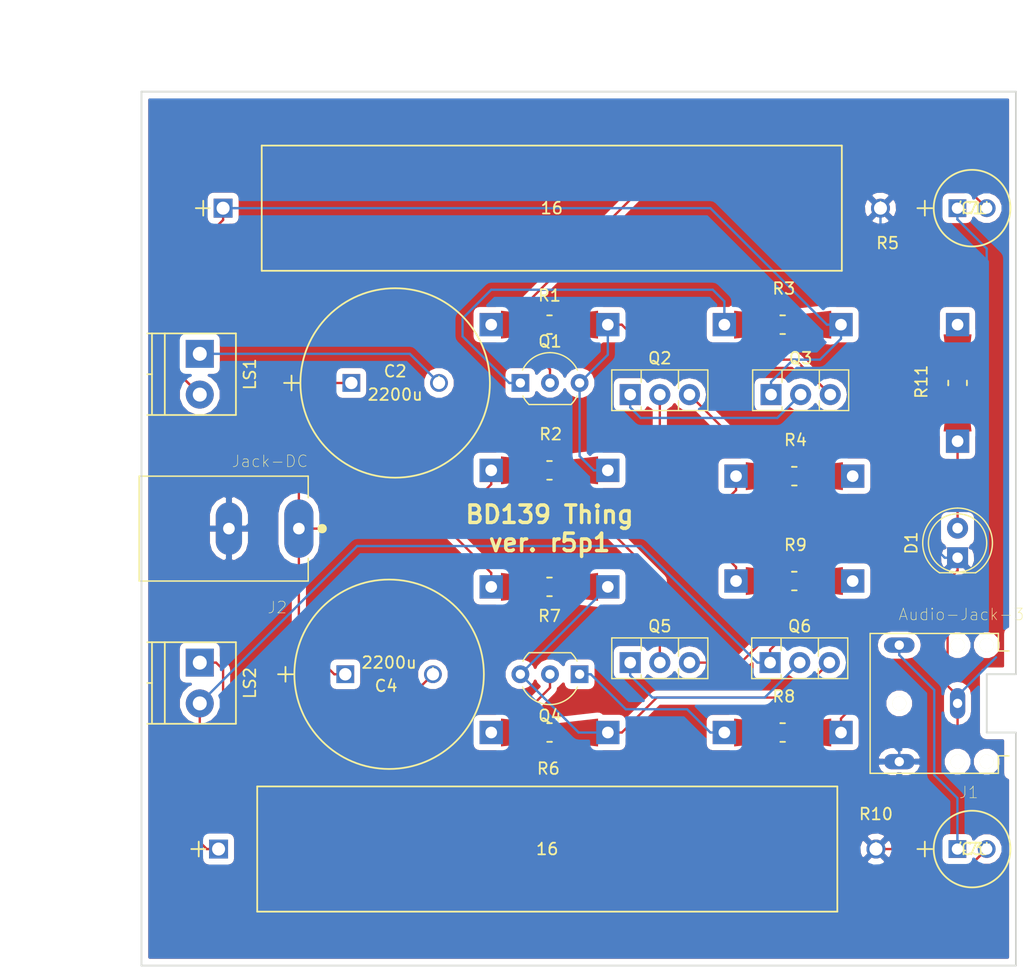
<source format=kicad_pcb>
(kicad_pcb (version 4) (host pcbnew 4.0.7+dfsg1-1ubuntu2)

  (general
    (links 58)
    (no_connects 3)
    (area 29.924999 19.924999 105.075001 95.075001)
    (thickness 1.6)
    (drawings 15)
    (tracks 185)
    (zones 0)
    (modules 26)
    (nets 20)
  )

  (page USLetter)
  (title_block
    (title "BD139 Thing")
    (date 2019-07-21)
    (rev r5p0)
    (comment 1 "Rock on.")
  )

  (layers
    (0 F.Cu signal)
    (31 B.Cu signal)
    (32 B.Adhes user)
    (33 F.Adhes user)
    (34 B.Paste user)
    (35 F.Paste user)
    (36 B.SilkS user)
    (37 F.SilkS user)
    (38 B.Mask user)
    (39 F.Mask user)
    (40 Dwgs.User user)
    (41 Cmts.User user)
    (42 Eco1.User user)
    (43 Eco2.User user)
    (44 Edge.Cuts user)
    (45 Margin user)
    (46 B.CrtYd user)
    (47 F.CrtYd user)
    (48 B.Fab user)
    (49 F.Fab user)
  )

  (setup
    (last_trace_width 0.2)
    (trace_clearance 0.1)
    (zone_clearance 0.508)
    (zone_45_only no)
    (trace_min 0.2)
    (segment_width 0.2)
    (edge_width 0.15)
    (via_size 0.45)
    (via_drill 0.4)
    (via_min_size 0.4)
    (via_min_drill 0.3)
    (uvia_size 0.3)
    (uvia_drill 0.1)
    (uvias_allowed no)
    (uvia_min_size 0.2)
    (uvia_min_drill 0.1)
    (pcb_text_width 0.3)
    (pcb_text_size 1.5 1.5)
    (mod_edge_width 0.15)
    (mod_text_size 1 1)
    (mod_text_width 0.15)
    (pad_size 1.524 1.524)
    (pad_drill 0.762)
    (pad_to_mask_clearance 0.2)
    (aux_axis_origin 0 0)
    (visible_elements FFFFFF7F)
    (pcbplotparams
      (layerselection 0x010f0_80000001)
      (usegerberextensions false)
      (excludeedgelayer true)
      (linewidth 0.100000)
      (plotframeref false)
      (viasonmask false)
      (mode 1)
      (useauxorigin false)
      (hpglpennumber 1)
      (hpglpenspeed 20)
      (hpglpendiameter 15)
      (hpglpenoverlay 2)
      (psnegative false)
      (psa4output false)
      (plotreference true)
      (plotvalue true)
      (plotinvisibletext false)
      (padsonsilk false)
      (subtractmaskfromsilk false)
      (outputformat 1)
      (mirror false)
      (drillshape 0)
      (scaleselection 1)
      (outputdirectory gerbers/))
  )

  (net 0 "")
  (net 1 "Net-(C1-Pad1)")
  (net 2 "Net-(C1-Pad2)")
  (net 3 +12V)
  (net 4 "Net-(C2-Pad2)")
  (net 5 "Net-(C3-Pad1)")
  (net 6 "Net-(C3-Pad2)")
  (net 7 "Net-(C4-Pad2)")
  (net 8 GND)
  (net 9 "Net-(LS1-Pad2)")
  (net 10 "Net-(LS2-Pad2)")
  (net 11 "Net-(Q1-Pad3)")
  (net 12 "Net-(Q1-Pad1)")
  (net 13 "Net-(Q2-Pad1)")
  (net 14 "Net-(Q2-Pad3)")
  (net 15 "Net-(Q4-Pad3)")
  (net 16 "Net-(Q4-Pad1)")
  (net 17 "Net-(Q5-Pad1)")
  (net 18 "Net-(Q5-Pad3)")
  (net 19 "Net-(D1-Pad2)")

  (net_class Default "This is the default net class."
    (clearance 0.1)
    (trace_width 0.2)
    (via_dia 0.45)
    (via_drill 0.4)
    (uvia_dia 0.3)
    (uvia_drill 0.1)
    (add_net +12V)
    (add_net GND)
    (add_net "Net-(C1-Pad1)")
    (add_net "Net-(C1-Pad2)")
    (add_net "Net-(C2-Pad2)")
    (add_net "Net-(C3-Pad1)")
    (add_net "Net-(C3-Pad2)")
    (add_net "Net-(C4-Pad2)")
    (add_net "Net-(D1-Pad2)")
    (add_net "Net-(LS1-Pad2)")
    (add_net "Net-(LS2-Pad2)")
    (add_net "Net-(Q1-Pad1)")
    (add_net "Net-(Q1-Pad3)")
    (add_net "Net-(Q2-Pad1)")
    (add_net "Net-(Q2-Pad3)")
    (add_net "Net-(Q4-Pad1)")
    (add_net "Net-(Q4-Pad3)")
    (add_net "Net-(Q5-Pad1)")
    (add_net "Net-(Q5-Pad3)")
  )

  (module footprints2:SQP10AJB-16R (layer F.Cu) (tedit 0) (tstamp 5D352F4B)
    (at 93 85)
    (path /5D186C0B)
    (fp_text reference R10 (at 0 -3) (layer F.SilkS)
      (effects (font (size 1 1) (thickness 0.15)))
    )
    (fp_text value 16 (at -28.194 0) (layer F.SilkS)
      (effects (font (size 1 1) (thickness 0.15)))
    )
    (fp_text user "Copyright 2016 Accelerated Designs. All rights reserved." (at 0 0) (layer Cmts.User)
      (effects (font (size 0.127 0.127) (thickness 0.002)))
    )
    (fp_text user * (at 0 0) (layer F.SilkS)
      (effects (font (size 1 1) (thickness 0.15)))
    )
    (fp_text user * (at 0 0) (layer F.Fab)
      (effects (font (size 1 1) (thickness 0.15)))
    )
    (fp_line (start -58.7248 0) (end -57.4548 0) (layer F.Fab) (width 0.1524))
    (fp_line (start -58.0898 -0.635) (end -58.0898 0.635) (layer F.Fab) (width 0.1524))
    (fp_line (start -58.7248 0) (end -57.53354 0) (layer F.SilkS) (width 0.1524))
    (fp_line (start -58.0898 -0.635) (end -58.0898 0.635) (layer F.SilkS) (width 0.1524))
    (fp_line (start -56.388 0) (end -52.9463 0) (layer F.Fab) (width 0.1524))
    (fp_line (start 0 0) (end -3.4417 0) (layer F.Fab) (width 0.1524))
    (fp_line (start -52.9463 5.2451) (end -3.4417 5.2451) (layer F.Fab) (width 0.1524))
    (fp_line (start -3.4417 5.2451) (end -3.4417 -5.2451) (layer F.Fab) (width 0.1524))
    (fp_line (start -3.4417 -5.2451) (end -52.9463 -5.2451) (layer F.Fab) (width 0.1524))
    (fp_line (start -52.9463 -5.2451) (end -52.9463 5.2451) (layer F.Fab) (width 0.1524))
    (fp_line (start -53.0733 5.3721) (end -3.3147 5.3721) (layer F.SilkS) (width 0.1524))
    (fp_line (start -3.3147 5.3721) (end -3.3147 -5.3721) (layer F.SilkS) (width 0.1524))
    (fp_line (start -3.3147 -5.3721) (end -53.0733 -5.3721) (layer F.SilkS) (width 0.1524))
    (fp_line (start -53.0733 -5.3721) (end -53.0733 5.3721) (layer F.SilkS) (width 0.1524))
    (fp_line (start -57.4548 1.0668) (end -57.4548 -1.0668) (layer F.CrtYd) (width 0.1524))
    (fp_line (start -57.4548 -1.0668) (end -53.2003 -1.0668) (layer F.CrtYd) (width 0.1524))
    (fp_line (start -53.2003 -1.0668) (end -53.2003 -5.4991) (layer F.CrtYd) (width 0.1524))
    (fp_line (start -53.2003 -5.4991) (end -3.1877 -5.4991) (layer F.CrtYd) (width 0.1524))
    (fp_line (start -3.1877 -5.4991) (end -3.1877 -1.0668) (layer F.CrtYd) (width 0.1524))
    (fp_line (start -3.1877 -1.0668) (end 1.0668 -1.0668) (layer F.CrtYd) (width 0.1524))
    (fp_line (start 1.0668 -1.0668) (end 1.0668 1.0668) (layer F.CrtYd) (width 0.1524))
    (fp_line (start 1.0668 1.0668) (end -3.1877 1.0668) (layer F.CrtYd) (width 0.1524))
    (fp_line (start -3.1877 1.0668) (end -3.1877 5.4991) (layer F.CrtYd) (width 0.1524))
    (fp_line (start -3.1877 5.4991) (end -53.2003 5.4991) (layer F.CrtYd) (width 0.1524))
    (fp_line (start -53.2003 5.4991) (end -53.2003 1.0668) (layer F.CrtYd) (width 0.1524))
    (fp_line (start -53.2003 1.0668) (end -57.4548 1.0668) (layer F.CrtYd) (width 0.1524))
    (pad 1 thru_hole rect (at -56.388 0) (size 1.6256 1.6256) (drill 1.1176) (layers *.Cu *.Mask)
      (net 10 "Net-(LS2-Pad2)"))
    (pad 2 thru_hole circle (at 0 0) (size 1.6256 1.6256) (drill 1.1176) (layers *.Cu *.Mask)
      (net 8 GND))
  )

  (module footprints0:ECA-1HHG222 (layer F.Cu) (tedit 0) (tstamp 5D352D72)
    (at 55.5184 45)
    (path /5D184B53)
    (fp_text reference C2 (at -3.7592 -1) (layer F.SilkS)
      (effects (font (size 1 1) (thickness 0.15)))
    )
    (fp_text value 2200u (at -3.7592 1) (layer F.SilkS)
      (effects (font (size 1 1) (thickness 0.15)))
    )
    (fp_text user "Copyright 2016 Accelerated Designs. All rights reserved." (at 0 0) (layer Cmts.User)
      (effects (font (size 0.127 0.127) (thickness 0.002)))
    )
    (fp_text user * (at 0 0) (layer F.SilkS)
      (effects (font (size 1 1) (thickness 0.15)))
    )
    (fp_text user * (at 0 0) (layer F.Fab)
      (effects (font (size 1 1) (thickness 0.15)))
    )
    (fp_line (start -13.2842 0) (end -12.0142 0) (layer F.Fab) (width 0.1524))
    (fp_line (start -12.6492 -0.635) (end -12.6492 0.635) (layer F.Fab) (width 0.1524))
    (fp_line (start -13.2842 0) (end -12.0142 0) (layer F.SilkS) (width 0.1524))
    (fp_line (start -12.6492 -0.635) (end -12.6492 0.635) (layer F.SilkS) (width 0.1524))
    (fp_line (start -7.158317 -8.255) (end -0.360083 -8.255) (layer F.CrtYd) (width 0.1524))
    (fp_line (start -0.360083 -8.255) (end 4.4958 -3.399117) (layer F.CrtYd) (width 0.1524))
    (fp_line (start 4.4958 -3.399117) (end 4.4958 3.399117) (layer F.CrtYd) (width 0.1524))
    (fp_line (start 4.4958 3.399117) (end -0.360083 8.255) (layer F.CrtYd) (width 0.1524))
    (fp_line (start -0.360083 8.255) (end -7.158317 8.255) (layer F.CrtYd) (width 0.1524))
    (fp_line (start -7.158317 8.255) (end -12.0142 3.399117) (layer F.CrtYd) (width 0.1524))
    (fp_line (start -12.0142 3.399117) (end -12.0142 -3.399117) (layer F.CrtYd) (width 0.1524))
    (fp_line (start -12.0142 -3.399117) (end -7.158317 -8.255) (layer F.CrtYd) (width 0.1524))
    (fp_circle (center -3.7592 0) (end 4.2418 0) (layer F.Fab) (width 0.1524))
    (fp_circle (center -3.7592 0) (end 4.3688 0) (layer F.SilkS) (width 0.1524))
    (pad 1 thru_hole rect (at -7.5184 0) (size 1.524 1.524) (drill 1.0668) (layers *.Cu *.Mask)
      (net 3 +12V))
    (pad 2 thru_hole circle (at 0 0) (size 1.524 1.524) (drill 1.0668) (layers *.Cu *.Mask)
      (net 4 "Net-(C2-Pad2)"))
  )

  (module footprints1:ECA-1HHG470 (layer F.Cu) (tedit 0) (tstamp 5D352D89)
    (at 102.5 85)
    (path /5D186C1D)
    (fp_text reference C3 (at -1.2573 0) (layer F.SilkS)
      (effects (font (size 1 1) (thickness 0.15)))
    )
    (fp_text value 47u (at -1.2573 0) (layer F.SilkS)
      (effects (font (size 1 1) (thickness 0.15)))
    )
    (fp_text user "Copyright 2016 Accelerated Designs. All rights reserved." (at 0 0) (layer Cmts.User)
      (effects (font (size 0.127 0.127) (thickness 0.002)))
    )
    (fp_text user * (at 0 0) (layer F.SilkS)
      (effects (font (size 1 1) (thickness 0.15)))
    )
    (fp_text user * (at 0 0) (layer F.Fab)
      (effects (font (size 1 1) (thickness 0.15)))
    )
    (fp_line (start -5.9436 0) (end -4.6736 0) (layer F.Fab) (width 0.1524))
    (fp_line (start -5.3086 -0.635) (end -5.3086 0.635) (layer F.Fab) (width 0.1524))
    (fp_line (start -5.9436 0) (end -4.6736 0) (layer F.SilkS) (width 0.1524))
    (fp_line (start -5.3086 -0.635) (end -5.3086 0.635) (layer F.SilkS) (width 0.1524))
    (fp_line (start -2.664012 -3.4163) (end 0.149412 -3.4163) (layer F.CrtYd) (width 0.1524))
    (fp_line (start 0.149412 -3.4163) (end 2.159 -1.406712) (layer F.CrtYd) (width 0.1524))
    (fp_line (start 2.159 -1.406712) (end 2.159 1.406712) (layer F.CrtYd) (width 0.1524))
    (fp_line (start 2.159 1.406712) (end 0.149412 3.4163) (layer F.CrtYd) (width 0.1524))
    (fp_line (start 0.149412 3.4163) (end -2.664012 3.4163) (layer F.CrtYd) (width 0.1524))
    (fp_line (start -2.664012 3.4163) (end -4.6736 1.406712) (layer F.CrtYd) (width 0.1524))
    (fp_line (start -4.6736 1.406712) (end -4.6736 -1.406712) (layer F.CrtYd) (width 0.1524))
    (fp_line (start -4.6736 -1.406712) (end -2.664012 -3.4163) (layer F.CrtYd) (width 0.1524))
    (fp_circle (center -1.2573 0) (end 1.905 0) (layer F.Fab) (width 0.1524))
    (fp_circle (center -1.2573 0) (end 2.032 0) (layer F.SilkS) (width 0.1524))
    (pad 1 thru_hole rect (at -2.5146 0) (size 1.524 1.524) (drill 0.9652) (layers *.Cu *.Mask)
      (net 5 "Net-(C3-Pad1)"))
    (pad 2 thru_hole circle (at 0 0) (size 1.524 1.524) (drill 0.9652) (layers *.Cu *.Mask)
      (net 6 "Net-(C3-Pad2)"))
  )

  (module footprints0:ECA-1HHG222 (layer F.Cu) (tedit 0) (tstamp 5D352DA0)
    (at 55 70)
    (path /5D186C23)
    (fp_text reference C4 (at -4.0184 1) (layer F.SilkS)
      (effects (font (size 1 1) (thickness 0.15)))
    )
    (fp_text value 2200u (at -3.7592 -1) (layer F.SilkS)
      (effects (font (size 1 1) (thickness 0.15)))
    )
    (fp_text user "Copyright 2016 Accelerated Designs. All rights reserved." (at 0 0) (layer Cmts.User)
      (effects (font (size 0.127 0.127) (thickness 0.002)))
    )
    (fp_text user * (at 0 0) (layer F.SilkS)
      (effects (font (size 1 1) (thickness 0.15)))
    )
    (fp_text user * (at 0 0) (layer F.Fab)
      (effects (font (size 1 1) (thickness 0.15)))
    )
    (fp_line (start -13.2842 0) (end -12.0142 0) (layer F.Fab) (width 0.1524))
    (fp_line (start -12.6492 -0.635) (end -12.6492 0.635) (layer F.Fab) (width 0.1524))
    (fp_line (start -13.2842 0) (end -12.0142 0) (layer F.SilkS) (width 0.1524))
    (fp_line (start -12.6492 -0.635) (end -12.6492 0.635) (layer F.SilkS) (width 0.1524))
    (fp_line (start -7.158317 -8.255) (end -0.360083 -8.255) (layer F.CrtYd) (width 0.1524))
    (fp_line (start -0.360083 -8.255) (end 4.4958 -3.399117) (layer F.CrtYd) (width 0.1524))
    (fp_line (start 4.4958 -3.399117) (end 4.4958 3.399117) (layer F.CrtYd) (width 0.1524))
    (fp_line (start 4.4958 3.399117) (end -0.360083 8.255) (layer F.CrtYd) (width 0.1524))
    (fp_line (start -0.360083 8.255) (end -7.158317 8.255) (layer F.CrtYd) (width 0.1524))
    (fp_line (start -7.158317 8.255) (end -12.0142 3.399117) (layer F.CrtYd) (width 0.1524))
    (fp_line (start -12.0142 3.399117) (end -12.0142 -3.399117) (layer F.CrtYd) (width 0.1524))
    (fp_line (start -12.0142 -3.399117) (end -7.158317 -8.255) (layer F.CrtYd) (width 0.1524))
    (fp_circle (center -3.7592 0) (end 4.2418 0) (layer F.Fab) (width 0.1524))
    (fp_circle (center -3.7592 0) (end 4.3688 0) (layer F.SilkS) (width 0.1524))
    (pad 1 thru_hole rect (at -7.5184 0) (size 1.524 1.524) (drill 1.0668) (layers *.Cu *.Mask)
      (net 3 +12V))
    (pad 2 thru_hole circle (at 0 0) (size 1.524 1.524) (drill 1.0668) (layers *.Cu *.Mask)
      (net 7 "Net-(C4-Pad2)"))
  )

  (module footprints1:ECA-1HHG470 (layer F.Cu) (tedit 0) (tstamp 5D352D5B)
    (at 102.5 30)
    (path /5D184A7F)
    (fp_text reference C1 (at -1.2573 0) (layer F.SilkS)
      (effects (font (size 1 1) (thickness 0.15)))
    )
    (fp_text value 47u (at -1.2573 0) (layer F.SilkS)
      (effects (font (size 1 1) (thickness 0.15)))
    )
    (fp_text user "Copyright 2016 Accelerated Designs. All rights reserved." (at 0 0) (layer Cmts.User)
      (effects (font (size 0.127 0.127) (thickness 0.002)))
    )
    (fp_text user * (at 0 0) (layer F.SilkS)
      (effects (font (size 1 1) (thickness 0.15)))
    )
    (fp_text user * (at 0 0) (layer F.Fab)
      (effects (font (size 1 1) (thickness 0.15)))
    )
    (fp_line (start -5.9436 0) (end -4.6736 0) (layer F.Fab) (width 0.1524))
    (fp_line (start -5.3086 -0.635) (end -5.3086 0.635) (layer F.Fab) (width 0.1524))
    (fp_line (start -5.9436 0) (end -4.6736 0) (layer F.SilkS) (width 0.1524))
    (fp_line (start -5.3086 -0.635) (end -5.3086 0.635) (layer F.SilkS) (width 0.1524))
    (fp_line (start -2.664012 -3.4163) (end 0.149412 -3.4163) (layer F.CrtYd) (width 0.1524))
    (fp_line (start 0.149412 -3.4163) (end 2.159 -1.406712) (layer F.CrtYd) (width 0.1524))
    (fp_line (start 2.159 -1.406712) (end 2.159 1.406712) (layer F.CrtYd) (width 0.1524))
    (fp_line (start 2.159 1.406712) (end 0.149412 3.4163) (layer F.CrtYd) (width 0.1524))
    (fp_line (start 0.149412 3.4163) (end -2.664012 3.4163) (layer F.CrtYd) (width 0.1524))
    (fp_line (start -2.664012 3.4163) (end -4.6736 1.406712) (layer F.CrtYd) (width 0.1524))
    (fp_line (start -4.6736 1.406712) (end -4.6736 -1.406712) (layer F.CrtYd) (width 0.1524))
    (fp_line (start -4.6736 -1.406712) (end -2.664012 -3.4163) (layer F.CrtYd) (width 0.1524))
    (fp_circle (center -1.2573 0) (end 1.905 0) (layer F.Fab) (width 0.1524))
    (fp_circle (center -1.2573 0) (end 2.032 0) (layer F.SilkS) (width 0.1524))
    (pad 1 thru_hole rect (at -2.5146 0) (size 1.524 1.524) (drill 0.9652) (layers *.Cu *.Mask)
      (net 1 "Net-(C1-Pad1)"))
    (pad 2 thru_hole circle (at 0 0) (size 1.524 1.524) (drill 0.9652) (layers *.Cu *.Mask)
      (net 2 "Net-(C1-Pad2)"))
  )

  (module footprints2:SQP10AJB-16R (layer F.Cu) (tedit 0) (tstamp 5D352EF8)
    (at 93.388 30)
    (path /5D184809)
    (fp_text reference R5 (at 0.612 3) (layer F.SilkS)
      (effects (font (size 1 1) (thickness 0.15)))
    )
    (fp_text value 16 (at -28.194 0) (layer F.SilkS)
      (effects (font (size 1 1) (thickness 0.15)))
    )
    (fp_text user "Copyright 2016 Accelerated Designs. All rights reserved." (at 0 0) (layer Cmts.User)
      (effects (font (size 0.127 0.127) (thickness 0.002)))
    )
    (fp_text user * (at 0 0) (layer F.SilkS)
      (effects (font (size 1 1) (thickness 0.15)))
    )
    (fp_text user * (at 0 0) (layer F.Fab)
      (effects (font (size 1 1) (thickness 0.15)))
    )
    (fp_line (start -58.7248 0) (end -57.4548 0) (layer F.Fab) (width 0.1524))
    (fp_line (start -58.0898 -0.635) (end -58.0898 0.635) (layer F.Fab) (width 0.1524))
    (fp_line (start -58.7248 0) (end -57.53354 0) (layer F.SilkS) (width 0.1524))
    (fp_line (start -58.0898 -0.635) (end -58.0898 0.635) (layer F.SilkS) (width 0.1524))
    (fp_line (start -56.388 0) (end -52.9463 0) (layer F.Fab) (width 0.1524))
    (fp_line (start 0 0) (end -3.4417 0) (layer F.Fab) (width 0.1524))
    (fp_line (start -52.9463 5.2451) (end -3.4417 5.2451) (layer F.Fab) (width 0.1524))
    (fp_line (start -3.4417 5.2451) (end -3.4417 -5.2451) (layer F.Fab) (width 0.1524))
    (fp_line (start -3.4417 -5.2451) (end -52.9463 -5.2451) (layer F.Fab) (width 0.1524))
    (fp_line (start -52.9463 -5.2451) (end -52.9463 5.2451) (layer F.Fab) (width 0.1524))
    (fp_line (start -53.0733 5.3721) (end -3.3147 5.3721) (layer F.SilkS) (width 0.1524))
    (fp_line (start -3.3147 5.3721) (end -3.3147 -5.3721) (layer F.SilkS) (width 0.1524))
    (fp_line (start -3.3147 -5.3721) (end -53.0733 -5.3721) (layer F.SilkS) (width 0.1524))
    (fp_line (start -53.0733 -5.3721) (end -53.0733 5.3721) (layer F.SilkS) (width 0.1524))
    (fp_line (start -57.4548 1.0668) (end -57.4548 -1.0668) (layer F.CrtYd) (width 0.1524))
    (fp_line (start -57.4548 -1.0668) (end -53.2003 -1.0668) (layer F.CrtYd) (width 0.1524))
    (fp_line (start -53.2003 -1.0668) (end -53.2003 -5.4991) (layer F.CrtYd) (width 0.1524))
    (fp_line (start -53.2003 -5.4991) (end -3.1877 -5.4991) (layer F.CrtYd) (width 0.1524))
    (fp_line (start -3.1877 -5.4991) (end -3.1877 -1.0668) (layer F.CrtYd) (width 0.1524))
    (fp_line (start -3.1877 -1.0668) (end 1.0668 -1.0668) (layer F.CrtYd) (width 0.1524))
    (fp_line (start 1.0668 -1.0668) (end 1.0668 1.0668) (layer F.CrtYd) (width 0.1524))
    (fp_line (start 1.0668 1.0668) (end -3.1877 1.0668) (layer F.CrtYd) (width 0.1524))
    (fp_line (start -3.1877 1.0668) (end -3.1877 5.4991) (layer F.CrtYd) (width 0.1524))
    (fp_line (start -3.1877 5.4991) (end -53.2003 5.4991) (layer F.CrtYd) (width 0.1524))
    (fp_line (start -53.2003 5.4991) (end -53.2003 1.0668) (layer F.CrtYd) (width 0.1524))
    (fp_line (start -53.2003 1.0668) (end -57.4548 1.0668) (layer F.CrtYd) (width 0.1524))
    (pad 1 thru_hole rect (at -56.388 0) (size 1.6256 1.6256) (drill 1.1176) (layers *.Cu *.Mask)
      (net 9 "Net-(LS1-Pad2)"))
    (pad 2 thru_hole circle (at 0 0) (size 1.6256 1.6256) (drill 1.1176) (layers *.Cu *.Mask)
      (net 8 GND))
  )

  (module TO_SOT_Packages_THT:TO-92_Inline_Wide (layer F.Cu) (tedit 58CE52AF) (tstamp 5D352E71)
    (at 67.58 70 180)
    (descr "TO-92 leads in-line, wide, drill 0.8mm (see NXP sot054_po.pdf)")
    (tags "to-92 sc-43 sc-43a sot54 PA33 transistor")
    (path /5D186BE7)
    (fp_text reference Q4 (at 2.54 -3.56 360) (layer F.SilkS)
      (effects (font (size 1 1) (thickness 0.15)))
    )
    (fp_text value PN2222 (at 2.54 2.79 180) (layer F.Fab)
      (effects (font (size 1 1) (thickness 0.15)))
    )
    (fp_text user %R (at 2.54 -3.56 360) (layer F.Fab)
      (effects (font (size 1 1) (thickness 0.15)))
    )
    (fp_line (start 0.74 1.85) (end 4.34 1.85) (layer F.SilkS) (width 0.12))
    (fp_line (start 0.8 1.75) (end 4.3 1.75) (layer F.Fab) (width 0.1))
    (fp_line (start -1.01 -2.73) (end 6.09 -2.73) (layer F.CrtYd) (width 0.05))
    (fp_line (start -1.01 -2.73) (end -1.01 2.01) (layer F.CrtYd) (width 0.05))
    (fp_line (start 6.09 2.01) (end 6.09 -2.73) (layer F.CrtYd) (width 0.05))
    (fp_line (start 6.09 2.01) (end -1.01 2.01) (layer F.CrtYd) (width 0.05))
    (fp_arc (start 2.54 0) (end 0.74 1.85) (angle 20) (layer F.SilkS) (width 0.12))
    (fp_arc (start 2.54 0) (end 2.54 -2.6) (angle -65) (layer F.SilkS) (width 0.12))
    (fp_arc (start 2.54 0) (end 2.54 -2.6) (angle 65) (layer F.SilkS) (width 0.12))
    (fp_arc (start 2.54 0) (end 2.54 -2.48) (angle 135) (layer F.Fab) (width 0.1))
    (fp_arc (start 2.54 0) (end 2.54 -2.48) (angle -135) (layer F.Fab) (width 0.1))
    (fp_arc (start 2.54 0) (end 4.34 1.85) (angle -20) (layer F.SilkS) (width 0.12))
    (pad 2 thru_hole circle (at 2.54 0 270) (size 1.52 1.52) (drill 0.8) (layers *.Cu *.Mask)
      (net 6 "Net-(C3-Pad2)"))
    (pad 3 thru_hole circle (at 5.08 0 270) (size 1.52 1.52) (drill 0.8) (layers *.Cu *.Mask)
      (net 15 "Net-(Q4-Pad3)"))
    (pad 1 thru_hole rect (at 0 0 270) (size 1.52 1.52) (drill 0.8) (layers *.Cu *.Mask)
      (net 16 "Net-(Q4-Pad1)"))
    (model ${KISYS3DMOD}/TO_SOT_Packages_THT.3dshapes/TO-92_Inline_Wide.wrl
      (at (xyz 0.1 0 0))
      (scale (xyz 1 1 1))
      (rotate (xyz 0 0 -90))
    )
  )

  (module TO_SOT_Packages_THT:TO-92_Inline_Wide (layer F.Cu) (tedit 58CE52AF) (tstamp 5D352E29)
    (at 62.5 45)
    (descr "TO-92 leads in-line, wide, drill 0.8mm (see NXP sot054_po.pdf)")
    (tags "to-92 sc-43 sc-43a sot54 PA33 transistor")
    (path /5D184454)
    (fp_text reference Q1 (at 2.54 -3.56 180) (layer F.SilkS)
      (effects (font (size 1 1) (thickness 0.15)))
    )
    (fp_text value PN2222 (at 2.54 2.79) (layer F.Fab)
      (effects (font (size 1 1) (thickness 0.15)))
    )
    (fp_text user %R (at 2.54 -3.56 180) (layer F.Fab)
      (effects (font (size 1 1) (thickness 0.15)))
    )
    (fp_line (start 0.74 1.85) (end 4.34 1.85) (layer F.SilkS) (width 0.12))
    (fp_line (start 0.8 1.75) (end 4.3 1.75) (layer F.Fab) (width 0.1))
    (fp_line (start -1.01 -2.73) (end 6.09 -2.73) (layer F.CrtYd) (width 0.05))
    (fp_line (start -1.01 -2.73) (end -1.01 2.01) (layer F.CrtYd) (width 0.05))
    (fp_line (start 6.09 2.01) (end 6.09 -2.73) (layer F.CrtYd) (width 0.05))
    (fp_line (start 6.09 2.01) (end -1.01 2.01) (layer F.CrtYd) (width 0.05))
    (fp_arc (start 2.54 0) (end 0.74 1.85) (angle 20) (layer F.SilkS) (width 0.12))
    (fp_arc (start 2.54 0) (end 2.54 -2.6) (angle -65) (layer F.SilkS) (width 0.12))
    (fp_arc (start 2.54 0) (end 2.54 -2.6) (angle 65) (layer F.SilkS) (width 0.12))
    (fp_arc (start 2.54 0) (end 2.54 -2.48) (angle 135) (layer F.Fab) (width 0.1))
    (fp_arc (start 2.54 0) (end 2.54 -2.48) (angle -135) (layer F.Fab) (width 0.1))
    (fp_arc (start 2.54 0) (end 4.34 1.85) (angle -20) (layer F.SilkS) (width 0.12))
    (pad 2 thru_hole circle (at 2.54 0 90) (size 1.52 1.52) (drill 0.8) (layers *.Cu *.Mask)
      (net 2 "Net-(C1-Pad2)"))
    (pad 3 thru_hole circle (at 5.08 0 90) (size 1.52 1.52) (drill 0.8) (layers *.Cu *.Mask)
      (net 11 "Net-(Q1-Pad3)"))
    (pad 1 thru_hole rect (at 0 0 90) (size 1.52 1.52) (drill 0.8) (layers *.Cu *.Mask)
      (net 12 "Net-(Q1-Pad1)"))
    (model ${KISYS3DMOD}/TO_SOT_Packages_THT.3dshapes/TO-92_Inline_Wide.wrl
      (at (xyz 0.1 0 0))
      (scale (xyz 1 1 1))
      (rotate (xyz 0 0 -90))
    )
  )

  (module TO_SOT_Packages_THT:TO-126_Vertical (layer F.Cu) (tedit 58CE52AC) (tstamp 5D352E8B)
    (at 71.92 69)
    (descr "TO-126, Vertical, RM 2.54mm")
    (tags "TO-126 Vertical RM 2.54mm")
    (path /5D186BED)
    (fp_text reference Q5 (at 2.54 -3.12) (layer F.SilkS)
      (effects (font (size 1 1) (thickness 0.15)))
    )
    (fp_text value BD13916 (at 2.54 3.27) (layer F.Fab)
      (effects (font (size 1 1) (thickness 0.15)))
    )
    (fp_text user %R (at 2.54 -3.12) (layer F.Fab)
      (effects (font (size 1 1) (thickness 0.15)))
    )
    (fp_line (start -1.46 -2) (end -1.46 1.25) (layer F.Fab) (width 0.1))
    (fp_line (start -1.46 1.25) (end 6.54 1.25) (layer F.Fab) (width 0.1))
    (fp_line (start 6.54 1.25) (end 6.54 -2) (layer F.Fab) (width 0.1))
    (fp_line (start 6.54 -2) (end -1.46 -2) (layer F.Fab) (width 0.1))
    (fp_line (start 0.94 -2) (end 0.94 1.25) (layer F.Fab) (width 0.1))
    (fp_line (start 4.14 -2) (end 4.14 1.25) (layer F.Fab) (width 0.1))
    (fp_line (start -1.58 -2.12) (end 6.66 -2.12) (layer F.SilkS) (width 0.12))
    (fp_line (start -1.58 1.37) (end 6.66 1.37) (layer F.SilkS) (width 0.12))
    (fp_line (start -1.58 -2.12) (end -1.58 1.37) (layer F.SilkS) (width 0.12))
    (fp_line (start 6.66 -2.12) (end 6.66 1.37) (layer F.SilkS) (width 0.12))
    (fp_line (start 0.94 -2.12) (end 0.94 -1.05) (layer F.SilkS) (width 0.12))
    (fp_line (start 0.94 1.05) (end 0.94 1.37) (layer F.SilkS) (width 0.12))
    (fp_line (start 4.141 -2.12) (end 4.141 -0.54) (layer F.SilkS) (width 0.12))
    (fp_line (start 4.141 0.54) (end 4.141 1.37) (layer F.SilkS) (width 0.12))
    (fp_line (start -1.71 -2.25) (end -1.71 1.5) (layer F.CrtYd) (width 0.05))
    (fp_line (start -1.71 1.5) (end 6.79 1.5) (layer F.CrtYd) (width 0.05))
    (fp_line (start 6.79 1.5) (end 6.79 -2.25) (layer F.CrtYd) (width 0.05))
    (fp_line (start 6.79 -2.25) (end -1.71 -2.25) (layer F.CrtYd) (width 0.05))
    (pad 1 thru_hole rect (at 0 0) (size 1.8 1.8) (drill 1) (layers *.Cu *.Mask)
      (net 17 "Net-(Q5-Pad1)"))
    (pad 2 thru_hole oval (at 2.54 0) (size 1.8 1.8) (drill 1) (layers *.Cu *.Mask)
      (net 3 +12V))
    (pad 3 thru_hole oval (at 5.08 0) (size 1.8 1.8) (drill 1) (layers *.Cu *.Mask)
      (net 18 "Net-(Q5-Pad3)"))
    (model ${KISYS3DMOD}/TO_SOT_Packages_THT.3dshapes/TO-126_Vertical.wrl
      (at (xyz 0.1 0 0))
      (scale (xyz 1 1 1))
      (rotate (xyz 0 0 0))
    )
  )

  (module TO_SOT_Packages_THT:TO-126_Vertical (layer F.Cu) (tedit 58CE52AC) (tstamp 5D352E43)
    (at 71.92 46)
    (descr "TO-126, Vertical, RM 2.54mm")
    (tags "TO-126 Vertical RM 2.54mm")
    (path /5D184493)
    (fp_text reference Q2 (at 2.54 -3.12) (layer F.SilkS)
      (effects (font (size 1 1) (thickness 0.15)))
    )
    (fp_text value BD13916 (at 2.54 3.27) (layer F.Fab)
      (effects (font (size 1 1) (thickness 0.15)))
    )
    (fp_text user %R (at 2.54 -3.12) (layer F.Fab)
      (effects (font (size 1 1) (thickness 0.15)))
    )
    (fp_line (start -1.46 -2) (end -1.46 1.25) (layer F.Fab) (width 0.1))
    (fp_line (start -1.46 1.25) (end 6.54 1.25) (layer F.Fab) (width 0.1))
    (fp_line (start 6.54 1.25) (end 6.54 -2) (layer F.Fab) (width 0.1))
    (fp_line (start 6.54 -2) (end -1.46 -2) (layer F.Fab) (width 0.1))
    (fp_line (start 0.94 -2) (end 0.94 1.25) (layer F.Fab) (width 0.1))
    (fp_line (start 4.14 -2) (end 4.14 1.25) (layer F.Fab) (width 0.1))
    (fp_line (start -1.58 -2.12) (end 6.66 -2.12) (layer F.SilkS) (width 0.12))
    (fp_line (start -1.58 1.37) (end 6.66 1.37) (layer F.SilkS) (width 0.12))
    (fp_line (start -1.58 -2.12) (end -1.58 1.37) (layer F.SilkS) (width 0.12))
    (fp_line (start 6.66 -2.12) (end 6.66 1.37) (layer F.SilkS) (width 0.12))
    (fp_line (start 0.94 -2.12) (end 0.94 -1.05) (layer F.SilkS) (width 0.12))
    (fp_line (start 0.94 1.05) (end 0.94 1.37) (layer F.SilkS) (width 0.12))
    (fp_line (start 4.141 -2.12) (end 4.141 -0.54) (layer F.SilkS) (width 0.12))
    (fp_line (start 4.141 0.54) (end 4.141 1.37) (layer F.SilkS) (width 0.12))
    (fp_line (start -1.71 -2.25) (end -1.71 1.5) (layer F.CrtYd) (width 0.05))
    (fp_line (start -1.71 1.5) (end 6.79 1.5) (layer F.CrtYd) (width 0.05))
    (fp_line (start 6.79 1.5) (end 6.79 -2.25) (layer F.CrtYd) (width 0.05))
    (fp_line (start 6.79 -2.25) (end -1.71 -2.25) (layer F.CrtYd) (width 0.05))
    (pad 1 thru_hole rect (at 0 0) (size 1.8 1.8) (drill 1) (layers *.Cu *.Mask)
      (net 13 "Net-(Q2-Pad1)"))
    (pad 2 thru_hole oval (at 2.54 0) (size 1.8 1.8) (drill 1) (layers *.Cu *.Mask)
      (net 3 +12V))
    (pad 3 thru_hole oval (at 5.08 0) (size 1.8 1.8) (drill 1) (layers *.Cu *.Mask)
      (net 14 "Net-(Q2-Pad3)"))
    (model ${KISYS3DMOD}/TO_SOT_Packages_THT.3dshapes/TO-126_Vertical.wrl
      (at (xyz 0.1 0 0))
      (scale (xyz 1 1 1))
      (rotate (xyz 0 0 0))
    )
  )

  (module TO_SOT_Packages_THT:TO-126_Vertical (layer F.Cu) (tedit 58CE52AC) (tstamp 5D352E5D)
    (at 84 46)
    (descr "TO-126, Vertical, RM 2.54mm")
    (tags "TO-126 Vertical RM 2.54mm")
    (path /5D1853A0)
    (fp_text reference Q3 (at 2.54 -3.12) (layer F.SilkS)
      (effects (font (size 1 1) (thickness 0.15)))
    )
    (fp_text value BD13916 (at 2.54 3.27) (layer F.Fab)
      (effects (font (size 1 1) (thickness 0.15)))
    )
    (fp_text user %R (at 2.54 -3.12) (layer F.Fab)
      (effects (font (size 1 1) (thickness 0.15)))
    )
    (fp_line (start -1.46 -2) (end -1.46 1.25) (layer F.Fab) (width 0.1))
    (fp_line (start -1.46 1.25) (end 6.54 1.25) (layer F.Fab) (width 0.1))
    (fp_line (start 6.54 1.25) (end 6.54 -2) (layer F.Fab) (width 0.1))
    (fp_line (start 6.54 -2) (end -1.46 -2) (layer F.Fab) (width 0.1))
    (fp_line (start 0.94 -2) (end 0.94 1.25) (layer F.Fab) (width 0.1))
    (fp_line (start 4.14 -2) (end 4.14 1.25) (layer F.Fab) (width 0.1))
    (fp_line (start -1.58 -2.12) (end 6.66 -2.12) (layer F.SilkS) (width 0.12))
    (fp_line (start -1.58 1.37) (end 6.66 1.37) (layer F.SilkS) (width 0.12))
    (fp_line (start -1.58 -2.12) (end -1.58 1.37) (layer F.SilkS) (width 0.12))
    (fp_line (start 6.66 -2.12) (end 6.66 1.37) (layer F.SilkS) (width 0.12))
    (fp_line (start 0.94 -2.12) (end 0.94 -1.05) (layer F.SilkS) (width 0.12))
    (fp_line (start 0.94 1.05) (end 0.94 1.37) (layer F.SilkS) (width 0.12))
    (fp_line (start 4.141 -2.12) (end 4.141 -0.54) (layer F.SilkS) (width 0.12))
    (fp_line (start 4.141 0.54) (end 4.141 1.37) (layer F.SilkS) (width 0.12))
    (fp_line (start -1.71 -2.25) (end -1.71 1.5) (layer F.CrtYd) (width 0.05))
    (fp_line (start -1.71 1.5) (end 6.79 1.5) (layer F.CrtYd) (width 0.05))
    (fp_line (start 6.79 1.5) (end 6.79 -2.25) (layer F.CrtYd) (width 0.05))
    (fp_line (start 6.79 -2.25) (end -1.71 -2.25) (layer F.CrtYd) (width 0.05))
    (pad 1 thru_hole rect (at 0 0) (size 1.8 1.8) (drill 1) (layers *.Cu *.Mask)
      (net 9 "Net-(LS1-Pad2)"))
    (pad 2 thru_hole oval (at 2.54 0) (size 1.8 1.8) (drill 1) (layers *.Cu *.Mask)
      (net 13 "Net-(Q2-Pad1)"))
    (pad 3 thru_hole oval (at 5.08 0) (size 1.8 1.8) (drill 1) (layers *.Cu *.Mask)
      (net 11 "Net-(Q1-Pad3)"))
    (model ${KISYS3DMOD}/TO_SOT_Packages_THT.3dshapes/TO-126_Vertical.wrl
      (at (xyz 0.1 0 0))
      (scale (xyz 1 1 1))
      (rotate (xyz 0 0 0))
    )
  )

  (module TO_SOT_Packages_THT:TO-126_Vertical (layer F.Cu) (tedit 58CE52AC) (tstamp 5D352EA5)
    (at 83.92 69)
    (descr "TO-126, Vertical, RM 2.54mm")
    (tags "TO-126 Vertical RM 2.54mm")
    (path /5D186C3A)
    (fp_text reference Q6 (at 2.54 -3.12) (layer F.SilkS)
      (effects (font (size 1 1) (thickness 0.15)))
    )
    (fp_text value BD13916 (at 2.54 3.27) (layer F.Fab)
      (effects (font (size 1 1) (thickness 0.15)))
    )
    (fp_text user %R (at 2.54 -3.12) (layer F.Fab)
      (effects (font (size 1 1) (thickness 0.15)))
    )
    (fp_line (start -1.46 -2) (end -1.46 1.25) (layer F.Fab) (width 0.1))
    (fp_line (start -1.46 1.25) (end 6.54 1.25) (layer F.Fab) (width 0.1))
    (fp_line (start 6.54 1.25) (end 6.54 -2) (layer F.Fab) (width 0.1))
    (fp_line (start 6.54 -2) (end -1.46 -2) (layer F.Fab) (width 0.1))
    (fp_line (start 0.94 -2) (end 0.94 1.25) (layer F.Fab) (width 0.1))
    (fp_line (start 4.14 -2) (end 4.14 1.25) (layer F.Fab) (width 0.1))
    (fp_line (start -1.58 -2.12) (end 6.66 -2.12) (layer F.SilkS) (width 0.12))
    (fp_line (start -1.58 1.37) (end 6.66 1.37) (layer F.SilkS) (width 0.12))
    (fp_line (start -1.58 -2.12) (end -1.58 1.37) (layer F.SilkS) (width 0.12))
    (fp_line (start 6.66 -2.12) (end 6.66 1.37) (layer F.SilkS) (width 0.12))
    (fp_line (start 0.94 -2.12) (end 0.94 -1.05) (layer F.SilkS) (width 0.12))
    (fp_line (start 0.94 1.05) (end 0.94 1.37) (layer F.SilkS) (width 0.12))
    (fp_line (start 4.141 -2.12) (end 4.141 -0.54) (layer F.SilkS) (width 0.12))
    (fp_line (start 4.141 0.54) (end 4.141 1.37) (layer F.SilkS) (width 0.12))
    (fp_line (start -1.71 -2.25) (end -1.71 1.5) (layer F.CrtYd) (width 0.05))
    (fp_line (start -1.71 1.5) (end 6.79 1.5) (layer F.CrtYd) (width 0.05))
    (fp_line (start 6.79 1.5) (end 6.79 -2.25) (layer F.CrtYd) (width 0.05))
    (fp_line (start 6.79 -2.25) (end -1.71 -2.25) (layer F.CrtYd) (width 0.05))
    (pad 1 thru_hole rect (at 0 0) (size 1.8 1.8) (drill 1) (layers *.Cu *.Mask)
      (net 10 "Net-(LS2-Pad2)"))
    (pad 2 thru_hole oval (at 2.54 0) (size 1.8 1.8) (drill 1) (layers *.Cu *.Mask)
      (net 17 "Net-(Q5-Pad1)"))
    (pad 3 thru_hole oval (at 5.08 0) (size 1.8 1.8) (drill 1) (layers *.Cu *.Mask)
      (net 15 "Net-(Q4-Pad3)"))
    (model ${KISYS3DMOD}/TO_SOT_Packages_THT.3dshapes/TO-126_Vertical.wrl
      (at (xyz 0.1 0 0))
      (scale (xyz 1 1 1))
      (rotate (xyz 0 0 0))
    )
  )

  (module Connectors_Terminal_Blocks:TerminalBlock_Pheonix_PT-3.5mm_2pol (layer F.Cu) (tedit 0) (tstamp 5D352E15)
    (at 35 69 270)
    (descr "2-way 3.5mm pitch terminal block, Phoenix PT series")
    (path /5D186C4A)
    (fp_text reference LS2 (at 1.75 -4.3 270) (layer F.SilkS)
      (effects (font (size 1 1) (thickness 0.15)))
    )
    (fp_text value R (at 1.75 6 270) (layer F.Fab)
      (effects (font (size 1 1) (thickness 0.15)))
    )
    (fp_line (start -1.9 -3.3) (end 5.4 -3.3) (layer F.CrtYd) (width 0.05))
    (fp_line (start -1.9 4.7) (end -1.9 -3.3) (layer F.CrtYd) (width 0.05))
    (fp_line (start 5.4 4.7) (end -1.9 4.7) (layer F.CrtYd) (width 0.05))
    (fp_line (start 5.4 -3.3) (end 5.4 4.7) (layer F.CrtYd) (width 0.05))
    (fp_line (start 1.75 4.1) (end 1.75 4.5) (layer F.SilkS) (width 0.15))
    (fp_line (start -1.75 3) (end 5.25 3) (layer F.SilkS) (width 0.15))
    (fp_line (start -1.75 4.1) (end 5.25 4.1) (layer F.SilkS) (width 0.15))
    (fp_line (start -1.75 -3.1) (end -1.75 4.5) (layer F.SilkS) (width 0.15))
    (fp_line (start 5.25 4.5) (end 5.25 -3.1) (layer F.SilkS) (width 0.15))
    (fp_line (start 5.25 -3.1) (end -1.75 -3.1) (layer F.SilkS) (width 0.15))
    (pad 2 thru_hole circle (at 3.5 0 270) (size 2.4 2.4) (drill 1.2) (layers *.Cu *.Mask)
      (net 10 "Net-(LS2-Pad2)"))
    (pad 1 thru_hole rect (at 0 0 270) (size 2.4 2.4) (drill 1.2) (layers *.Cu *.Mask)
      (net 7 "Net-(C4-Pad2)"))
    (model Terminal_Blocks.3dshapes/TerminalBlock_Pheonix_PT-3.5mm_2pol.wrl
      (at (xyz 0 0 0))
      (scale (xyz 1 1 1))
      (rotate (xyz 0 0 0))
    )
  )

  (module Connectors_Terminal_Blocks:TerminalBlock_Pheonix_PT-3.5mm_2pol (layer F.Cu) (tedit 0) (tstamp 5D352E05)
    (at 35 42.5 270)
    (descr "2-way 3.5mm pitch terminal block, Phoenix PT series")
    (path /5D185691)
    (fp_text reference LS1 (at 1.75 -4.3 270) (layer F.SilkS)
      (effects (font (size 1 1) (thickness 0.15)))
    )
    (fp_text value L (at 1.75 6 270) (layer F.Fab)
      (effects (font (size 1 1) (thickness 0.15)))
    )
    (fp_line (start -1.9 -3.3) (end 5.4 -3.3) (layer F.CrtYd) (width 0.05))
    (fp_line (start -1.9 4.7) (end -1.9 -3.3) (layer F.CrtYd) (width 0.05))
    (fp_line (start 5.4 4.7) (end -1.9 4.7) (layer F.CrtYd) (width 0.05))
    (fp_line (start 5.4 -3.3) (end 5.4 4.7) (layer F.CrtYd) (width 0.05))
    (fp_line (start 1.75 4.1) (end 1.75 4.5) (layer F.SilkS) (width 0.15))
    (fp_line (start -1.75 3) (end 5.25 3) (layer F.SilkS) (width 0.15))
    (fp_line (start -1.75 4.1) (end 5.25 4.1) (layer F.SilkS) (width 0.15))
    (fp_line (start -1.75 -3.1) (end -1.75 4.5) (layer F.SilkS) (width 0.15))
    (fp_line (start 5.25 4.5) (end 5.25 -3.1) (layer F.SilkS) (width 0.15))
    (fp_line (start 5.25 -3.1) (end -1.75 -3.1) (layer F.SilkS) (width 0.15))
    (pad 2 thru_hole circle (at 3.5 0 270) (size 2.4 2.4) (drill 1.2) (layers *.Cu *.Mask)
      (net 9 "Net-(LS1-Pad2)"))
    (pad 1 thru_hole rect (at 0 0 270) (size 2.4 2.4) (drill 1.2) (layers *.Cu *.Mask)
      (net 4 "Net-(C2-Pad2)"))
    (model Terminal_Blocks.3dshapes/TerminalBlock_Pheonix_PT-3.5mm_2pol.wrl
      (at (xyz 0 0 0))
      (scale (xyz 1 1 1))
      (rotate (xyz 0 0 0))
    )
  )

  (module PJ-037A:CUI_PJ-037A (layer F.Cu) (tedit 0) (tstamp 5D352DF5)
    (at 43.5 57.5 180)
    (path /5D187A68)
    (fp_text reference J2 (at 1.85169 -6.7712 180) (layer F.SilkS)
      (effects (font (size 1.00091 1.00091) (thickness 0.05)))
    )
    (fp_text value Jack-DC (at 2.488 5.78193 180) (layer F.SilkS)
      (effects (font (size 1.0012 1.0012) (thickness 0.05)))
    )
    (fp_line (start 0.5 1.75) (end -0.5 1.75) (layer Edge.Cuts) (width 0.0001))
    (fp_line (start -0.5 1.75) (end -0.5 -1.75) (layer Edge.Cuts) (width 0.0001))
    (fp_line (start -0.5 -1.75) (end 0.5 -1.75) (layer Edge.Cuts) (width 0.0001))
    (fp_line (start 0.5 -1.75) (end 0.5 1.75) (layer Edge.Cuts) (width 0.0001))
    (fp_line (start 6.5 1.5) (end 5.5 1.5) (layer Edge.Cuts) (width 0.0001))
    (fp_line (start 5.5 1.5) (end 5.5 -1.5) (layer Edge.Cuts) (width 0.0001))
    (fp_line (start 5.5 -1.5) (end 6.5 -1.5) (layer Edge.Cuts) (width 0.0001))
    (fp_line (start 6.5 -1.5) (end 6.5 1.5) (layer Edge.Cuts) (width 0.0001))
    (fp_line (start -0.8 -4.5) (end 13.7 -4.5) (layer Eco2.User) (width 0.127))
    (fp_line (start 13.7 4.5) (end -0.8 4.5) (layer Eco2.User) (width 0.127))
    (fp_line (start -0.8 4.5) (end -0.8 -4.5) (layer Eco2.User) (width 0.127))
    (fp_line (start 13.7 -4.5) (end 13.7 4.5) (layer F.SilkS) (width 0.127))
    (fp_line (start 13.7 4.5) (end -0.8 4.5) (layer F.SilkS) (width 0.127))
    (fp_line (start -0.8 4.5) (end -0.8 2.65) (layer F.SilkS) (width 0.127))
    (fp_line (start -0.8 -4.5) (end 13.7 -4.5) (layer F.SilkS) (width 0.127))
    (fp_line (start -0.8 -2.55) (end -0.8 -4.5) (layer F.SilkS) (width 0.127))
    (fp_line (start -1.1 -4.75) (end 13.95 -4.75) (layer Eco1.User) (width 0.05))
    (fp_line (start 13.95 -4.75) (end 13.95 4.75) (layer Eco1.User) (width 0.05))
    (fp_line (start 13.95 4.75) (end -1.1 4.75) (layer Eco1.User) (width 0.05))
    (fp_line (start -1.1 4.75) (end -1.1 2.35) (layer Eco1.User) (width 0.05))
    (fp_circle (center -2 0) (end -1.8 0) (layer F.SilkS) (width 0.4))
    (fp_line (start -1.1 -2.25) (end -1.1 -4.75) (layer Eco1.User) (width 0.05))
    (fp_line (start -1.1 -2.25) (end -1.55 -2.25) (layer Eco1.User) (width 0.05))
    (fp_line (start -1.55 -2.25) (end -1.55 2.35) (layer Eco1.User) (width 0.05))
    (fp_line (start -1.55 2.35) (end -1.1 2.35) (layer Eco1.User) (width 0.05))
    (fp_line (start 13.7 -4.5) (end 13.7 4.5) (layer Eco2.User) (width 0.127))
    (pad 1 thru_hole oval (at 0 0 270) (size 5 2.5) (drill 1) (layers *.Cu *.Mask)
      (net 3 +12V))
    (pad 2 thru_hole oval (at 6 0 270) (size 4.5 2.25) (drill 1) (layers *.Cu *.Mask)
      (net 8 GND))
  )

  (module SJ1-3523NG:CUI_SJ1-3523NG (layer F.Cu) (tedit 5D350B66) (tstamp 5D352DD5)
    (at 100 72.5 180)
    (path /5D184EF2)
    (fp_text reference J1 (at -0.96007 -7.6355 180) (layer F.SilkS)
      (effects (font (size 1.00006 1.00006) (thickness 0.05)))
    )
    (fp_text value Audio-Jack-3 (at -0.32511 7.63774 180) (layer F.SilkS)
      (effects (font (size 1.00036 1.00036) (thickness 0.05)))
    )
    (fp_line (start 7.5 -6) (end 7.5 6) (layer F.SilkS) (width 0.127))
    (fp_line (start 7.5 6) (end -3.5 6) (layer F.SilkS) (width 0.127))
    (fp_line (start 7.5 -6) (end -3.5 -6) (layer F.SilkS) (width 0.127))
    (fp_line (start 7.75 -6.25) (end 7.75 6.25) (layer Eco1.User) (width 0.05))
    (fp_line (start 7.75 6.25) (end -4.75 6.25) (layer Eco1.User) (width 0.05))
    (fp_line (start -4.75 6.25) (end -4.75 -6.25) (layer Eco1.User) (width 0.05))
    (fp_line (start -4.75 -6.25) (end 7.75 -6.25) (layer Eco1.User) (width 0.05))
    (fp_text user "" (at -12.5023 -6.00112 180) (layer F.SilkS) hide
      (effects (font (size 1 1) (thickness 0.05)))
    )
    (fp_line (start -0.4 -0.75) (end 0.4 -0.75) (layer Edge.Cuts) (width 0.0001))
    (fp_line (start 0.4 -0.75) (end 0.4 0.75) (layer Edge.Cuts) (width 0.0001))
    (fp_line (start 0.4 0.75) (end -0.4 0.75) (layer Edge.Cuts) (width 0.0001))
    (fp_line (start -0.4 0.75) (end -0.4 -0.75) (layer Edge.Cuts) (width 0.0001))
    (fp_line (start -4.5 -6) (end -4.5 -2) (layer Edge.Cuts) (width 0.0001))
    (fp_line (start -4.5 -2) (end -3.3 -2) (layer Edge.Cuts) (width 0.0001))
    (fp_line (start -3.3 -2) (end -3.3 2) (layer Edge.Cuts) (width 0.0001))
    (fp_line (start -3.3 2) (end -4.5 2) (layer Edge.Cuts) (width 0.0001))
    (fp_line (start -4.5 2) (end -4.5 6) (layer Edge.Cuts) (width 0.0001))
    (fp_line (start 4.25 -4.6) (end 4.25 -5.4) (layer Edge.Cuts) (width 0.0001))
    (fp_line (start 4.25 -5.4) (end 5.75 -5.4) (layer Edge.Cuts) (width 0.0001))
    (fp_line (start 5.75 -5.4) (end 5.75 -4.6) (layer Edge.Cuts) (width 0.0001))
    (fp_line (start 5.75 -4.6) (end 4.25 -4.6) (layer Edge.Cuts) (width 0.0001))
    (fp_line (start 4.25 5.4) (end 4.25 4.6) (layer Edge.Cuts) (width 0.0001))
    (fp_line (start 4.25 4.6) (end 5.75 4.6) (layer Edge.Cuts) (width 0.0001))
    (fp_line (start 5.75 4.6) (end 5.75 5.4) (layer Edge.Cuts) (width 0.0001))
    (fp_line (start 5.75 5.4) (end 4.25 5.4) (layer Edge.Cuts) (width 0.0001))
    (fp_line (start 7.5 -6) (end -3.5 -6) (layer Eco2.User) (width 0.127))
    (fp_line (start 7.5 -6) (end 7.5 6) (layer Eco2.User) (width 0.127))
    (fp_line (start 7.5 6) (end -3.5 6) (layer Eco2.User) (width 0.127))
    (fp_line (start -3.5 -6) (end -3.5 -4.5) (layer Eco2.User) (width 0.127))
    (fp_line (start -3.5 -4.5) (end -4.5 -4.5) (layer Eco2.User) (width 0.127))
    (fp_line (start -4.5 -4.5) (end -4.5 -2) (layer Eco2.User) (width 0.127))
    (fp_line (start -4.5 -2) (end -3.3 -2) (layer Eco2.User) (width 0.127))
    (fp_line (start -3.3 -2) (end -3.3 2) (layer Eco2.User) (width 0.127))
    (fp_line (start -3.3 2) (end -4.5 2) (layer Eco2.User) (width 0.127))
    (fp_line (start -4.5 2) (end -4.5 4.5) (layer Eco2.User) (width 0.127))
    (fp_line (start -4.5 4.5) (end -3.5 4.5) (layer Eco2.User) (width 0.127))
    (fp_line (start -3.5 4.5) (end -3.5 6) (layer Eco2.User) (width 0.127))
    (fp_line (start -3.5 -6) (end -3.5 -4.5) (layer F.SilkS) (width 0.127))
    (fp_line (start -3.5 -4.5) (end -4.4 -4.5) (layer F.SilkS) (width 0.127))
    (fp_line (start -3.5 4.5) (end -3.5 6) (layer F.SilkS) (width 0.127))
    (fp_line (start -4.4 4.5) (end -3.5 4.5) (layer F.SilkS) (width 0.127))
    (pad 1 thru_hole oval (at 0 0 270) (size 2.616 1.308) (drill 0.8) (layers *.Cu *.Mask)
      (net 8 GND))
    (pad 2 thru_hole oval (at 5 5) (size 2.616 1.308) (drill 0.8) (layers *.Cu *.Mask)
      (net 5 "Net-(C3-Pad1)"))
    (pad 3 thru_hole oval (at 5 -5) (size 2.616 1.308) (drill 0.8) (layers *.Cu *.Mask)
      (net 1 "Net-(C1-Pad1)"))
    (pad Hole np_thru_hole circle (at -2.5 -5 180) (size 1.2 1.2) (drill 1.2) (layers *.Cu *.Mask F.SilkS))
    (pad Hole np_thru_hole circle (at 0 -5 180) (size 1.2 1.2) (drill 1.2) (layers *.Cu *.Mask F.SilkS))
    (pad Hole np_thru_hole circle (at 5 0 180) (size 1.2 1.2) (drill 1.2) (layers *.Cu *.Mask F.SilkS))
    (pad Hole np_thru_hole circle (at -2.5 5 180) (size 1.2 1.2) (drill 1.2) (layers *.Cu *.Mask F.SilkS))
    (pad Hole np_thru_hole circle (at 0 5 180) (size 1.2 1.2) (drill 1.2) (layers *.Cu *.Mask F.SilkS))
  )

  (module LEDs:LED_D5.0mm (layer F.Cu) (tedit 5995936A) (tstamp 5D35A84B)
    (at 100 60 90)
    (descr "LED, diameter 5.0mm, 2 pins, http://cdn-reichelt.de/documents/datenblatt/A500/LL-504BC2E-009.pdf")
    (tags "LED diameter 5.0mm 2 pins")
    (path /5D34F823)
    (fp_text reference D1 (at 1.27 -3.96 90) (layer F.SilkS)
      (effects (font (size 1 1) (thickness 0.15)))
    )
    (fp_text value LED (at 1.27 3.96 90) (layer F.Fab)
      (effects (font (size 1 1) (thickness 0.15)))
    )
    (fp_arc (start 1.27 0) (end -1.23 -1.469694) (angle 299.1) (layer F.Fab) (width 0.1))
    (fp_arc (start 1.27 0) (end -1.29 -1.54483) (angle 148.9) (layer F.SilkS) (width 0.12))
    (fp_arc (start 1.27 0) (end -1.29 1.54483) (angle -148.9) (layer F.SilkS) (width 0.12))
    (fp_circle (center 1.27 0) (end 3.77 0) (layer F.Fab) (width 0.1))
    (fp_circle (center 1.27 0) (end 3.77 0) (layer F.SilkS) (width 0.12))
    (fp_line (start -1.23 -1.469694) (end -1.23 1.469694) (layer F.Fab) (width 0.1))
    (fp_line (start -1.29 -1.545) (end -1.29 1.545) (layer F.SilkS) (width 0.12))
    (fp_line (start -1.95 -3.25) (end -1.95 3.25) (layer F.CrtYd) (width 0.05))
    (fp_line (start -1.95 3.25) (end 4.5 3.25) (layer F.CrtYd) (width 0.05))
    (fp_line (start 4.5 3.25) (end 4.5 -3.25) (layer F.CrtYd) (width 0.05))
    (fp_line (start 4.5 -3.25) (end -1.95 -3.25) (layer F.CrtYd) (width 0.05))
    (fp_text user %R (at 1.25 0 90) (layer F.Fab)
      (effects (font (size 0.8 0.8) (thickness 0.2)))
    )
    (pad 1 thru_hole rect (at 0 0 90) (size 1.8 1.8) (drill 0.9) (layers *.Cu *.Mask)
      (net 8 GND))
    (pad 2 thru_hole circle (at 2.54 0 90) (size 1.8 1.8) (drill 0.9) (layers *.Cu *.Mask)
      (net 19 "Net-(D1-Pad2)"))
    (model ${KISYS3DMOD}/LEDs.3dshapes/LED_D5.0mm.wrl
      (at (xyz 0 0 0))
      (scale (xyz 0.393701 0.393701 0.393701))
      (rotate (xyz 0 0 0))
    )
  )

  (module Resistors_Universal:Resistor_SMD+THTuniversal_0805to1206_RM10_HandSoldering (layer F.Cu) (tedit 0) (tstamp 5D35A84C)
    (at 64.99874 40 180)
    (descr "Resistor, SMD and THT, universal, 0805 to 1206,RM10,  Hand soldering,")
    (tags "Resistor, SMD and THT, universal, 0805 to 1206, RM10, Hand soldering,")
    (path /5D18495E)
    (fp_text reference R1 (at -0.00126 2.5 180) (layer F.SilkS)
      (effects (font (size 1 1) (thickness 0.15)))
    )
    (fp_text value 11 (at -10.00126 0 180) (layer F.Fab)
      (effects (font (size 1 1) (thickness 0.15)))
    )
    (fp_line (start 0 0.8001) (end 0.20066 0.8001) (layer F.SilkS) (width 0.15))
    (fp_line (start 0 0.8001) (end -0.20066 0.8001) (layer F.SilkS) (width 0.15))
    (fp_line (start -0.09906 -0.8001) (end -0.20066 -0.8001) (layer F.SilkS) (width 0.15))
    (fp_line (start -0.20066 -0.8001) (end 0.20066 -0.8001) (layer F.SilkS) (width 0.15))
    (pad 1 smd trapezoid (at -2.413 0 180) (size 3.50012 1.99898) (rect_delta 0.39878 0 ) (layers F.Cu F.Paste F.Mask)
      (net 11 "Net-(Q1-Pad3)"))
    (pad 2 smd trapezoid (at 2.413 0) (size 3.50012 1.99898) (rect_delta 0.39878 0 ) (layers F.Cu F.Paste F.Mask)
      (net 2 "Net-(C1-Pad2)"))
    (pad 1 thru_hole rect (at -5.00126 0) (size 1.99898 1.99898) (drill 1.00076) (layers *.Cu *.Mask)
      (net 11 "Net-(Q1-Pad3)"))
    (pad 2 thru_hole rect (at 5.00126 0) (size 1.99898 1.99898) (drill 1.00076) (layers *.Cu *.Mask)
      (net 2 "Net-(C1-Pad2)"))
  )

  (module Resistors_Universal:Resistor_SMD+THTuniversal_0805to1206_RM10_HandSoldering (layer F.Cu) (tedit 0) (tstamp 5D35A857)
    (at 64.99874 52.5)
    (descr "Resistor, SMD and THT, universal, 0805 to 1206,RM10,  Hand soldering,")
    (tags "Resistor, SMD and THT, universal, 0805 to 1206, RM10, Hand soldering,")
    (path /5D1847AF)
    (fp_text reference R2 (at 0.09906 -3.0988) (layer F.SilkS)
      (effects (font (size 1 1) (thickness 0.15)))
    )
    (fp_text value 620 (at 10.00126 0) (layer F.Fab)
      (effects (font (size 1 1) (thickness 0.15)))
    )
    (fp_line (start 0 0.8001) (end 0.20066 0.8001) (layer F.SilkS) (width 0.15))
    (fp_line (start 0 0.8001) (end -0.20066 0.8001) (layer F.SilkS) (width 0.15))
    (fp_line (start -0.09906 -0.8001) (end -0.20066 -0.8001) (layer F.SilkS) (width 0.15))
    (fp_line (start -0.20066 -0.8001) (end 0.20066 -0.8001) (layer F.SilkS) (width 0.15))
    (pad 1 smd trapezoid (at -2.413 0) (size 3.50012 1.99898) (rect_delta 0.39878 0 ) (layers F.Cu F.Paste F.Mask)
      (net 3 +12V))
    (pad 2 smd trapezoid (at 2.413 0 180) (size 3.50012 1.99898) (rect_delta 0.39878 0 ) (layers F.Cu F.Paste F.Mask)
      (net 11 "Net-(Q1-Pad3)"))
    (pad 1 thru_hole rect (at -5.00126 0 180) (size 1.99898 1.99898) (drill 1.00076) (layers *.Cu *.Mask)
      (net 3 +12V))
    (pad 2 thru_hole rect (at 5.00126 0 180) (size 1.99898 1.99898) (drill 1.00076) (layers *.Cu *.Mask)
      (net 11 "Net-(Q1-Pad3)"))
  )

  (module Resistors_Universal:Resistor_SMD+THTuniversal_0805to1206_RM10_HandSoldering (layer F.Cu) (tedit 0) (tstamp 5D35A862)
    (at 84.99874 40)
    (descr "Resistor, SMD and THT, universal, 0805 to 1206,RM10,  Hand soldering,")
    (tags "Resistor, SMD and THT, universal, 0805 to 1206, RM10, Hand soldering,")
    (path /5D184851)
    (fp_text reference R3 (at 0.09906 -3.0988) (layer F.SilkS)
      (effects (font (size 1 1) (thickness 0.15)))
    )
    (fp_text value 2.2k (at 9.99874 0) (layer F.Fab)
      (effects (font (size 1 1) (thickness 0.15)))
    )
    (fp_line (start 0 0.8001) (end 0.20066 0.8001) (layer F.SilkS) (width 0.15))
    (fp_line (start 0 0.8001) (end -0.20066 0.8001) (layer F.SilkS) (width 0.15))
    (fp_line (start -0.09906 -0.8001) (end -0.20066 -0.8001) (layer F.SilkS) (width 0.15))
    (fp_line (start -0.20066 -0.8001) (end 0.20066 -0.8001) (layer F.SilkS) (width 0.15))
    (pad 1 smd trapezoid (at -2.413 0) (size 3.50012 1.99898) (rect_delta 0.39878 0 ) (layers F.Cu F.Paste F.Mask)
      (net 12 "Net-(Q1-Pad1)"))
    (pad 2 smd trapezoid (at 2.413 0 180) (size 3.50012 1.99898) (rect_delta 0.39878 0 ) (layers F.Cu F.Paste F.Mask)
      (net 9 "Net-(LS1-Pad2)"))
    (pad 1 thru_hole rect (at -5.00126 0 180) (size 1.99898 1.99898) (drill 1.00076) (layers *.Cu *.Mask)
      (net 12 "Net-(Q1-Pad1)"))
    (pad 2 thru_hole rect (at 5.00126 0 180) (size 1.99898 1.99898) (drill 1.00076) (layers *.Cu *.Mask)
      (net 9 "Net-(LS1-Pad2)"))
  )

  (module Resistors_Universal:Resistor_SMD+THTuniversal_0805to1206_RM10_HandSoldering (layer F.Cu) (tedit 0) (tstamp 5D35A86D)
    (at 85.99874 53)
    (descr "Resistor, SMD and THT, universal, 0805 to 1206,RM10,  Hand soldering,")
    (tags "Resistor, SMD and THT, universal, 0805 to 1206, RM10, Hand soldering,")
    (path /5D184740)
    (fp_text reference R4 (at 0.09906 -3.0988) (layer F.SilkS)
      (effects (font (size 1 1) (thickness 0.15)))
    )
    (fp_text value 330 (at 10.00126 0) (layer F.Fab)
      (effects (font (size 1 1) (thickness 0.15)))
    )
    (fp_line (start 0 0.8001) (end 0.20066 0.8001) (layer F.SilkS) (width 0.15))
    (fp_line (start 0 0.8001) (end -0.20066 0.8001) (layer F.SilkS) (width 0.15))
    (fp_line (start -0.09906 -0.8001) (end -0.20066 -0.8001) (layer F.SilkS) (width 0.15))
    (fp_line (start -0.20066 -0.8001) (end 0.20066 -0.8001) (layer F.SilkS) (width 0.15))
    (pad 1 smd trapezoid (at -2.413 0) (size 3.50012 1.99898) (rect_delta 0.39878 0 ) (layers F.Cu F.Paste F.Mask)
      (net 3 +12V))
    (pad 2 smd trapezoid (at 2.413 0 180) (size 3.50012 1.99898) (rect_delta 0.39878 0 ) (layers F.Cu F.Paste F.Mask)
      (net 14 "Net-(Q2-Pad3)"))
    (pad 1 thru_hole rect (at -5.00126 0 180) (size 1.99898 1.99898) (drill 1.00076) (layers *.Cu *.Mask)
      (net 3 +12V))
    (pad 2 thru_hole rect (at 5.00126 0 180) (size 1.99898 1.99898) (drill 1.00076) (layers *.Cu *.Mask)
      (net 14 "Net-(Q2-Pad3)"))
  )

  (module Resistors_Universal:Resistor_SMD+THTuniversal_0805to1206_RM10_HandSoldering (layer F.Cu) (tedit 0) (tstamp 5D35A878)
    (at 65.00126 75 180)
    (descr "Resistor, SMD and THT, universal, 0805 to 1206,RM10,  Hand soldering,")
    (tags "Resistor, SMD and THT, universal, 0805 to 1206, RM10, Hand soldering,")
    (path /5D186C17)
    (fp_text reference R6 (at 0.09906 -3.0988 180) (layer F.SilkS)
      (effects (font (size 1 1) (thickness 0.15)))
    )
    (fp_text value 11 (at -9.99874 0 180) (layer F.Fab)
      (effects (font (size 1 1) (thickness 0.15)))
    )
    (fp_line (start 0 0.8001) (end 0.20066 0.8001) (layer F.SilkS) (width 0.15))
    (fp_line (start 0 0.8001) (end -0.20066 0.8001) (layer F.SilkS) (width 0.15))
    (fp_line (start -0.09906 -0.8001) (end -0.20066 -0.8001) (layer F.SilkS) (width 0.15))
    (fp_line (start -0.20066 -0.8001) (end 0.20066 -0.8001) (layer F.SilkS) (width 0.15))
    (pad 1 smd trapezoid (at -2.413 0 180) (size 3.50012 1.99898) (rect_delta 0.39878 0 ) (layers F.Cu F.Paste F.Mask)
      (net 15 "Net-(Q4-Pad3)"))
    (pad 2 smd trapezoid (at 2.413 0) (size 3.50012 1.99898) (rect_delta 0.39878 0 ) (layers F.Cu F.Paste F.Mask)
      (net 6 "Net-(C3-Pad2)"))
    (pad 1 thru_hole rect (at -5.00126 0) (size 1.99898 1.99898) (drill 1.00076) (layers *.Cu *.Mask)
      (net 15 "Net-(Q4-Pad3)"))
    (pad 2 thru_hole rect (at 5.00126 0) (size 1.99898 1.99898) (drill 1.00076) (layers *.Cu *.Mask)
      (net 6 "Net-(C3-Pad2)"))
  )

  (module Resistors_Universal:Resistor_SMD+THTuniversal_0805to1206_RM10_HandSoldering (layer F.Cu) (tedit 0) (tstamp 5D35A883)
    (at 64.99874 62.5)
    (descr "Resistor, SMD and THT, universal, 0805 to 1206,RM10,  Hand soldering,")
    (tags "Resistor, SMD and THT, universal, 0805 to 1206, RM10, Hand soldering,")
    (path /5D186C05)
    (fp_text reference R7 (at 0.00126 2.5) (layer F.SilkS)
      (effects (font (size 1 1) (thickness 0.15)))
    )
    (fp_text value 620 (at 10.00126 0) (layer F.Fab)
      (effects (font (size 1 1) (thickness 0.15)))
    )
    (fp_line (start 0 0.8001) (end 0.20066 0.8001) (layer F.SilkS) (width 0.15))
    (fp_line (start 0 0.8001) (end -0.20066 0.8001) (layer F.SilkS) (width 0.15))
    (fp_line (start -0.09906 -0.8001) (end -0.20066 -0.8001) (layer F.SilkS) (width 0.15))
    (fp_line (start -0.20066 -0.8001) (end 0.20066 -0.8001) (layer F.SilkS) (width 0.15))
    (pad 1 smd trapezoid (at -2.413 0) (size 3.50012 1.99898) (rect_delta 0.39878 0 ) (layers F.Cu F.Paste F.Mask)
      (net 3 +12V))
    (pad 2 smd trapezoid (at 2.413 0 180) (size 3.50012 1.99898) (rect_delta 0.39878 0 ) (layers F.Cu F.Paste F.Mask)
      (net 15 "Net-(Q4-Pad3)"))
    (pad 1 thru_hole rect (at -5.00126 0 180) (size 1.99898 1.99898) (drill 1.00076) (layers *.Cu *.Mask)
      (net 3 +12V))
    (pad 2 thru_hole rect (at 5.00126 0 180) (size 1.99898 1.99898) (drill 1.00076) (layers *.Cu *.Mask)
      (net 15 "Net-(Q4-Pad3)"))
  )

  (module Resistors_Universal:Resistor_SMD+THTuniversal_0805to1206_RM10_HandSoldering (layer F.Cu) (tedit 0) (tstamp 5D35A88E)
    (at 84.99874 75)
    (descr "Resistor, SMD and THT, universal, 0805 to 1206,RM10,  Hand soldering,")
    (tags "Resistor, SMD and THT, universal, 0805 to 1206, RM10, Hand soldering,")
    (path /5D186C11)
    (fp_text reference R8 (at 0.09906 -3.0988) (layer F.SilkS)
      (effects (font (size 1 1) (thickness 0.15)))
    )
    (fp_text value 2.2k (at -0.00126 2.5) (layer F.Fab)
      (effects (font (size 1 1) (thickness 0.15)))
    )
    (fp_line (start 0 0.8001) (end 0.20066 0.8001) (layer F.SilkS) (width 0.15))
    (fp_line (start 0 0.8001) (end -0.20066 0.8001) (layer F.SilkS) (width 0.15))
    (fp_line (start -0.09906 -0.8001) (end -0.20066 -0.8001) (layer F.SilkS) (width 0.15))
    (fp_line (start -0.20066 -0.8001) (end 0.20066 -0.8001) (layer F.SilkS) (width 0.15))
    (pad 1 smd trapezoid (at -2.413 0) (size 3.50012 1.99898) (rect_delta 0.39878 0 ) (layers F.Cu F.Paste F.Mask)
      (net 16 "Net-(Q4-Pad1)"))
    (pad 2 smd trapezoid (at 2.413 0 180) (size 3.50012 1.99898) (rect_delta 0.39878 0 ) (layers F.Cu F.Paste F.Mask)
      (net 10 "Net-(LS2-Pad2)"))
    (pad 1 thru_hole rect (at -5.00126 0 180) (size 1.99898 1.99898) (drill 1.00076) (layers *.Cu *.Mask)
      (net 16 "Net-(Q4-Pad1)"))
    (pad 2 thru_hole rect (at 5.00126 0 180) (size 1.99898 1.99898) (drill 1.00076) (layers *.Cu *.Mask)
      (net 10 "Net-(LS2-Pad2)"))
  )

  (module Resistors_Universal:Resistor_SMD+THTuniversal_0805to1206_RM10_HandSoldering (layer F.Cu) (tedit 0) (tstamp 5D35A899)
    (at 85.99874 62)
    (descr "Resistor, SMD and THT, universal, 0805 to 1206,RM10,  Hand soldering,")
    (tags "Resistor, SMD and THT, universal, 0805 to 1206, RM10, Hand soldering,")
    (path /5D186BFF)
    (fp_text reference R9 (at 0.09906 -3.0988) (layer F.SilkS)
      (effects (font (size 1 1) (thickness 0.15)))
    )
    (fp_text value 330 (at 9.913 0) (layer F.Fab)
      (effects (font (size 1 1) (thickness 0.15)))
    )
    (fp_line (start 0 0.8001) (end 0.20066 0.8001) (layer F.SilkS) (width 0.15))
    (fp_line (start 0 0.8001) (end -0.20066 0.8001) (layer F.SilkS) (width 0.15))
    (fp_line (start -0.09906 -0.8001) (end -0.20066 -0.8001) (layer F.SilkS) (width 0.15))
    (fp_line (start -0.20066 -0.8001) (end 0.20066 -0.8001) (layer F.SilkS) (width 0.15))
    (pad 1 smd trapezoid (at -2.413 0) (size 3.50012 1.99898) (rect_delta 0.39878 0 ) (layers F.Cu F.Paste F.Mask)
      (net 3 +12V))
    (pad 2 smd trapezoid (at 2.413 0 180) (size 3.50012 1.99898) (rect_delta 0.39878 0 ) (layers F.Cu F.Paste F.Mask)
      (net 18 "Net-(Q5-Pad3)"))
    (pad 1 thru_hole rect (at -5.00126 0 180) (size 1.99898 1.99898) (drill 1.00076) (layers *.Cu *.Mask)
      (net 3 +12V))
    (pad 2 thru_hole rect (at 5.00126 0 180) (size 1.99898 1.99898) (drill 1.00076) (layers *.Cu *.Mask)
      (net 18 "Net-(Q5-Pad3)"))
  )

  (module Resistors_Universal:Resistor_SMD+THTuniversal_0805to1206_RM10_HandSoldering (layer F.Cu) (tedit 0) (tstamp 5D35A8AF)
    (at 100 44.99874 90)
    (descr "Resistor, SMD and THT, universal, 0805 to 1206,RM10,  Hand soldering,")
    (tags "Resistor, SMD and THT, universal, 0805 to 1206, RM10, Hand soldering,")
    (path /5D34F47E)
    (fp_text reference R11 (at 0.09906 -3.0988 90) (layer F.SilkS)
      (effects (font (size 1 1) (thickness 0.15)))
    )
    (fp_text value 10k (at -0.00126 2.5 90) (layer F.Fab)
      (effects (font (size 1 1) (thickness 0.15)))
    )
    (fp_line (start 0 0.8001) (end 0.20066 0.8001) (layer F.SilkS) (width 0.15))
    (fp_line (start 0 0.8001) (end -0.20066 0.8001) (layer F.SilkS) (width 0.15))
    (fp_line (start -0.09906 -0.8001) (end -0.20066 -0.8001) (layer F.SilkS) (width 0.15))
    (fp_line (start -0.20066 -0.8001) (end 0.20066 -0.8001) (layer F.SilkS) (width 0.15))
    (pad 1 smd trapezoid (at -2.413 0 90) (size 3.50012 1.99898) (rect_delta 0.39878 0 ) (layers F.Cu F.Paste F.Mask)
      (net 19 "Net-(D1-Pad2)"))
    (pad 2 smd trapezoid (at 2.413 0 270) (size 3.50012 1.99898) (rect_delta 0.39878 0 ) (layers F.Cu F.Paste F.Mask)
      (net 3 +12V))
    (pad 1 thru_hole rect (at -5.00126 0 270) (size 1.99898 1.99898) (drill 1.00076) (layers *.Cu *.Mask)
      (net 19 "Net-(D1-Pad2)"))
    (pad 2 thru_hole rect (at 5.00126 0 270) (size 1.99898 1.99898) (drill 1.00076) (layers *.Cu *.Mask)
      (net 3 +12V))
  )

  (gr_text "BD139 Thing\nver. r5p1" (at 65 57.5) (layer F.SilkS)
    (effects (font (size 1.5 1.5) (thickness 0.3)))
  )
  (gr_line (start 102.5 70) (end 105 70) (layer Edge.Cuts) (width 0.15))
  (gr_line (start 102.5 75) (end 102.5 70) (layer Edge.Cuts) (width 0.15))
  (gr_line (start 105 75) (end 102.5 75) (layer Edge.Cuts) (width 0.15))
  (gr_line (start 105 95) (end 105 75) (layer Edge.Cuts) (width 0.15))
  (gr_line (start 30 95) (end 105 95) (layer Edge.Cuts) (width 0.15))
  (gr_line (start 30 20) (end 30 95) (layer Edge.Cuts) (width 0.15))
  (gr_line (start 105 20) (end 30 20) (layer Edge.Cuts) (width 0.15))
  (gr_line (start 105 70) (end 105 20) (layer Edge.Cuts) (width 0.15))
  (gr_line (start 105 95) (end 105 20) (layer Margin) (width 0.2))
  (gr_line (start 30 95) (end 105 95) (layer Margin) (width 0.2))
  (gr_line (start 30 20) (end 30 95) (layer Margin) (width 0.2))
  (gr_line (start 105 20) (end 30 20) (layer Margin) (width 0.2))
  (dimension 75 (width 0.3) (layer Margin)
    (gr_text "75.000 mm" (at 24.15 57.566035 270) (layer Margin)
      (effects (font (size 1.5 1.5) (thickness 0.3)))
    )
    (feature1 (pts (xy 29.698062 95.066035) (xy 22.8 95.066035)))
    (feature2 (pts (xy 29.698062 20.066035) (xy 22.8 20.066035)))
    (crossbar (pts (xy 25.5 20.066035) (xy 25.5 95.066035)))
    (arrow1a (pts (xy 25.5 95.066035) (xy 24.913579 93.939531)))
    (arrow1b (pts (xy 25.5 95.066035) (xy 26.086421 93.939531)))
    (arrow2a (pts (xy 25.5 20.066035) (xy 24.913579 21.192539)))
    (arrow2b (pts (xy 25.5 20.066035) (xy 26.086421 21.192539)))
  )
  (dimension 75 (width 0.3) (layer Margin)
    (gr_text "75.000 mm" (at 67.342298 13.989345) (layer Margin)
      (effects (font (size 1.5 1.5) (thickness 0.3)))
    )
    (feature1 (pts (xy 104.842298 19.821665) (xy 104.842298 12.639345)))
    (feature2 (pts (xy 29.842298 19.821665) (xy 29.842298 12.639345)))
    (crossbar (pts (xy 29.842298 15.339345) (xy 104.842298 15.339345)))
    (arrow1a (pts (xy 104.842298 15.339345) (xy 103.715794 15.925766)))
    (arrow1b (pts (xy 104.842298 15.339345) (xy 103.715794 14.752924)))
    (arrow2a (pts (xy 29.842298 15.339345) (xy 30.968802 15.925766)))
    (arrow2b (pts (xy 29.842298 15.339345) (xy 30.968802 14.752924)))
  )

  (segment (start 99.9854 30) (end 99.9854 30.962) (width 0.2) (layer B.Cu) (net 1))
  (segment (start 95 76.646) (end 95 77.5) (width 0.2) (layer B.Cu) (net 1))
  (segment (start 99.9854 30.962) (end 102.5 33.4766) (width 0.2) (layer B.Cu) (net 1))
  (segment (start 92.5 74.146) (end 95 76.646) (width 0.2) (layer B.Cu) (net 1))
  (segment (start 102.5 33.4766) (end 102.5 64.584) (width 0.2) (layer B.Cu) (net 1))
  (segment (start 102.5 64.584) (end 102.084 65) (width 0.2) (layer B.Cu) (net 1))
  (segment (start 102.084 65) (end 95 65) (width 0.2) (layer B.Cu) (net 1))
  (segment (start 92.5 67.5) (end 92.5 74.146) (width 0.2) (layer B.Cu) (net 1))
  (segment (start 95 65) (end 92.5 67.5) (width 0.2) (layer B.Cu) (net 1))
  (segment (start 95 76.646) (end 95 77.5) (width 0.2) (layer F.Cu) (net 1))
  (segment (start 62.58574 40) (end 59.99748 40) (width 0.2) (layer F.Cu) (net 2))
  (segment (start 59.99748 40) (end 61.19697 40) (width 0.2) (layer F.Cu) (net 2))
  (segment (start 61.19697 40) (end 65.04 43.84303) (width 0.2) (layer F.Cu) (net 2))
  (segment (start 65.04 43.925198) (end 65.04 45) (width 0.2) (layer F.Cu) (net 2))
  (segment (start 65.04 43.84303) (end 65.04 43.925198) (width 0.2) (layer F.Cu) (net 2))
  (segment (start 100 27) (end 74.19697 27) (width 0.2) (layer F.Cu) (net 2))
  (segment (start 74.19697 27) (end 61.19697 40) (width 0.2) (layer F.Cu) (net 2))
  (segment (start 101.487199 28.487199) (end 100 27) (width 0.2) (layer F.Cu) (net 2))
  (segment (start 102.5 30) (end 101.487199 28.987199) (width 0.2) (layer F.Cu) (net 2))
  (segment (start 101.487199 28.987199) (end 101.487199 28.487199) (width 0.2) (layer F.Cu) (net 2))
  (segment (start 83.58574 62) (end 80.99748 62) (width 0.2) (layer F.Cu) (net 3))
  (segment (start 80.99748 53) (end 83.58574 53) (width 0.2) (layer F.Cu) (net 3))
  (segment (start 59.99748 52.5) (end 62.58574 52.5) (width 0.2) (layer F.Cu) (net 3))
  (segment (start 74.46 69) (end 74.46 61.96) (width 0.2) (layer F.Cu) (net 3))
  (segment (start 74.46 61.96) (end 70 57.5) (width 0.2) (layer F.Cu) (net 3))
  (segment (start 74.46 46) (end 74.46 53.04) (width 0.2) (layer F.Cu) (net 3))
  (segment (start 74.46 53.04) (end 70 57.5) (width 0.2) (layer F.Cu) (net 3))
  (segment (start 100 39.99748) (end 100 41.19697) (width 0.2) (layer F.Cu) (net 3))
  (segment (start 100 41.19697) (end 95 46.19697) (width 0.2) (layer F.Cu) (net 3))
  (segment (start 95 46.19697) (end 95 54) (width 0.2) (layer F.Cu) (net 3))
  (segment (start 95 54) (end 91.5 57.5) (width 0.2) (layer F.Cu) (net 3))
  (segment (start 91.5 57.5) (end 77.69697 57.5) (width 0.2) (layer F.Cu) (net 3))
  (segment (start 77.69697 57.5) (end 80.99748 60.80051) (width 0.2) (layer F.Cu) (net 3))
  (segment (start 80.99748 60.80051) (end 80.99748 62) (width 0.2) (layer F.Cu) (net 3))
  (segment (start 80.99748 53) (end 80.99748 54.19949) (width 0.2) (layer F.Cu) (net 3))
  (segment (start 80.99748 54.19949) (end 77.69697 57.5) (width 0.2) (layer F.Cu) (net 3))
  (segment (start 77.69697 57.5) (end 70 57.5) (width 0.2) (layer F.Cu) (net 3))
  (segment (start 70 57.5) (end 56.19697 57.5) (width 0.2) (layer F.Cu) (net 3))
  (segment (start 59.99748 62.5) (end 61.19697 62.5) (width 0.2) (layer F.Cu) (net 3))
  (segment (start 56.19697 57.5) (end 59.99748 61.30051) (width 0.2) (layer F.Cu) (net 3))
  (segment (start 59.99748 61.30051) (end 59.99748 62.5) (width 0.2) (layer F.Cu) (net 3))
  (segment (start 43.5 57.5) (end 43.5 66.962) (width 0.2) (layer F.Cu) (net 3))
  (segment (start 43.5 66.962) (end 46.538 70) (width 0.2) (layer F.Cu) (net 3))
  (segment (start 46.538 70) (end 47.5 70) (width 0.2) (layer F.Cu) (net 3))
  (segment (start 43.5 57.5) (end 43.5 48.038) (width 0.2) (layer F.Cu) (net 3))
  (segment (start 43.5 48.038) (end 46.538 45) (width 0.2) (layer F.Cu) (net 3))
  (segment (start 46.538 45) (end 47.5 45) (width 0.2) (layer F.Cu) (net 3))
  (segment (start 43.5 57.5) (end 56.19697 57.5) (width 0.2) (layer F.Cu) (net 3))
  (segment (start 56.19697 57.5) (end 59.99748 53.69949) (width 0.2) (layer F.Cu) (net 3))
  (segment (start 59.99748 53.69949) (end 59.99748 52.5) (width 0.2) (layer F.Cu) (net 3))
  (segment (start 35 42.5) (end 53.0184 42.5) (width 0.2) (layer B.Cu) (net 4))
  (segment (start 53.0184 42.5) (end 55.5184 45) (width 0.2) (layer B.Cu) (net 4))
  (segment (start 98 78.638248) (end 98 71.354) (width 0.2) (layer B.Cu) (net 5))
  (segment (start 98 71.354) (end 95 68.354) (width 0.2) (layer B.Cu) (net 5))
  (segment (start 95 68.354) (end 95 67.5) (width 0.2) (layer B.Cu) (net 5))
  (segment (start 99.9854 85) (end 99.9854 80.623648) (width 0.2) (layer B.Cu) (net 5))
  (segment (start 99.9854 80.623648) (end 98 78.638248) (width 0.2) (layer B.Cu) (net 5))
  (segment (start 100.5 87) (end 73.19949 87) (width 0.2) (layer F.Cu) (net 6))
  (segment (start 73.19949 87) (end 72.212291 86.012801) (width 0.2) (layer F.Cu) (net 6))
  (segment (start 102.5 85) (end 100.5 87) (width 0.2) (layer F.Cu) (net 6))
  (segment (start 60 75) (end 61.19949 75) (width 0.2) (layer F.Cu) (net 6))
  (segment (start 61.19949 75) (end 65.04 71.15949) (width 0.2) (layer F.Cu) (net 6))
  (segment (start 65.04 71.15949) (end 65.04 71.074802) (width 0.2) (layer F.Cu) (net 6))
  (segment (start 65.04 71.074802) (end 65.04 70) (width 0.2) (layer F.Cu) (net 6))
  (segment (start 102.5 85) (end 101.487199 86.012801) (width 0.2) (layer F.Cu) (net 6))
  (segment (start 72.212291 86.012801) (end 61.19949 75) (width 0.2) (layer F.Cu) (net 6))
  (segment (start 55 70) (end 50 75) (width 0.2) (layer F.Cu) (net 7))
  (segment (start 50 75) (end 39.6 75) (width 0.2) (layer F.Cu) (net 7))
  (segment (start 39.6 75) (end 37 72.4) (width 0.2) (layer F.Cu) (net 7))
  (segment (start 37 72.4) (end 37 69.6) (width 0.2) (layer F.Cu) (net 7))
  (segment (start 37 69.6) (end 36.4 69) (width 0.2) (layer F.Cu) (net 7))
  (segment (start 36.4 69) (end 35 69) (width 0.2) (layer F.Cu) (net 7))
  (segment (start 103.300001 68.545999) (end 100 71.846) (width 0.2) (layer B.Cu) (net 8))
  (segment (start 93.388 30) (end 93.388 54.488) (width 0.2) (layer B.Cu) (net 8))
  (segment (start 93.388 54.488) (end 98.9 60) (width 0.2) (layer B.Cu) (net 8))
  (segment (start 98.9 60) (end 100 60) (width 0.2) (layer B.Cu) (net 8))
  (segment (start 97.5 77.5) (end 100 75) (width 0.2) (layer F.Cu) (net 8))
  (segment (start 100 75) (end 100 72.5) (width 0.2) (layer F.Cu) (net 8))
  (segment (start 97.5 82.5) (end 97.5 77.5) (width 0.2) (layer F.Cu) (net 8))
  (segment (start 95 85) (end 97.5 82.5) (width 0.2) (layer F.Cu) (net 8))
  (segment (start 93 85) (end 95 85) (width 0.2) (layer F.Cu) (net 8))
  (segment (start 100 60) (end 100 61.1) (width 0.2) (layer F.Cu) (net 8))
  (segment (start 100 61.1) (end 99.146 61.954) (width 0.2) (layer F.Cu) (net 8))
  (segment (start 99.146 61.954) (end 99.146 70.992) (width 0.2) (layer F.Cu) (net 8))
  (segment (start 99.146 70.992) (end 100 71.846) (width 0.2) (layer F.Cu) (net 8))
  (segment (start 100 71.846) (end 100 72.5) (width 0.2) (layer F.Cu) (net 8))
  (segment (start 100 71.846) (end 100 72.5) (width 0.2) (layer B.Cu) (net 8))
  (segment (start 95.96 32.572) (end 93.388 30) (width 0.2) (layer B.Cu) (net 8))
  (segment (start 37.5 57.5) (end 38.825 57.5) (width 0.2) (layer B.Cu) (net 8))
  (segment (start 38.825 57.5) (end 42.325 54) (width 0.2) (layer B.Cu) (net 8))
  (segment (start 42.325 54) (end 58 54) (width 0.2) (layer B.Cu) (net 8))
  (segment (start 58 54) (end 60 56) (width 0.2) (layer B.Cu) (net 8))
  (segment (start 93 85) (end 91.987199 83.987199) (width 0.2) (layer B.Cu) (net 8))
  (segment (start 91.987199 83.987199) (end 49.987199 83.987199) (width 0.2) (layer B.Cu) (net 8))
  (segment (start 49.987199 83.987199) (end 41 75) (width 0.2) (layer B.Cu) (net 8))
  (segment (start 41 75) (end 34 75) (width 0.2) (layer B.Cu) (net 8))
  (segment (start 34 75) (end 32 73) (width 0.2) (layer B.Cu) (net 8))
  (segment (start 32 73) (end 32 65.45) (width 0.2) (layer B.Cu) (net 8))
  (segment (start 32 65.45) (end 37.5 59.95) (width 0.2) (layer B.Cu) (net 8))
  (segment (start 37.5 59.95) (end 37.5 57.5) (width 0.2) (layer B.Cu) (net 8))
  (segment (start 36.175 57.5) (end 37.5 57.5) (width 0.2) (layer F.Cu) (net 8))
  (segment (start 90 40) (end 87.41174 40) (width 0.2) (layer F.Cu) (net 9))
  (segment (start 90 40) (end 88.80051 40) (width 0.2) (layer B.Cu) (net 9))
  (segment (start 88.80051 40) (end 78.80051 30) (width 0.2) (layer B.Cu) (net 9))
  (segment (start 78.80051 30) (end 38.0128 30) (width 0.2) (layer B.Cu) (net 9))
  (segment (start 38.0128 30) (end 37 30) (width 0.2) (layer B.Cu) (net 9))
  (segment (start 88.19949 43) (end 85.9 43) (width 0.2) (layer B.Cu) (net 9))
  (segment (start 84 44.9) (end 84 46) (width 0.2) (layer B.Cu) (net 9))
  (segment (start 85.9 43) (end 84 44.9) (width 0.2) (layer B.Cu) (net 9))
  (segment (start 90 40) (end 90 41.19949) (width 0.2) (layer B.Cu) (net 9))
  (segment (start 90 41.19949) (end 88.19949 43) (width 0.2) (layer B.Cu) (net 9))
  (segment (start 33 44) (end 33 35.0128) (width 0.2) (layer F.Cu) (net 9))
  (segment (start 33 35.0128) (end 37 31.0128) (width 0.2) (layer F.Cu) (net 9))
  (segment (start 37 31.0128) (end 37 30) (width 0.2) (layer F.Cu) (net 9))
  (segment (start 33.599999 44.599999) (end 33 44) (width 0.2) (layer F.Cu) (net 9))
  (segment (start 35 46) (end 33.599999 44.599999) (width 0.2) (layer F.Cu) (net 9))
  (segment (start 37 30) (end 36.69999 29.69999) (width 0.2) (layer F.Cu) (net 9))
  (segment (start 33.800001 44.800001) (end 35 46) (width 0.2) (layer F.Cu) (net 9))
  (segment (start 33.599999 44.599999) (end 33.800001 44.800001) (width 0.2) (layer F.Cu) (net 9))
  (segment (start 87.41174 75) (end 90 75) (width 0.2) (layer F.Cu) (net 10))
  (segment (start 83.92 69) (end 82.82 69) (width 0.2) (layer B.Cu) (net 10))
  (segment (start 72.82 59) (end 48.5 59) (width 0.2) (layer B.Cu) (net 10))
  (segment (start 82.82 69) (end 72.82 59) (width 0.2) (layer B.Cu) (net 10))
  (segment (start 48.5 59) (end 35 72.5) (width 0.2) (layer B.Cu) (net 10))
  (segment (start 91 67) (end 91 72.80051) (width 0.2) (layer F.Cu) (net 10))
  (segment (start 91 72.80051) (end 90 73.80051) (width 0.2) (layer F.Cu) (net 10))
  (segment (start 90 73.80051) (end 90 75) (width 0.2) (layer F.Cu) (net 10))
  (segment (start 90 66) (end 91 67) (width 0.2) (layer F.Cu) (net 10))
  (segment (start 85.82 66) (end 90 66) (width 0.2) (layer F.Cu) (net 10))
  (segment (start 83.92 69) (end 83.92 67.9) (width 0.2) (layer F.Cu) (net 10))
  (segment (start 83.92 67.9) (end 85.82 66) (width 0.2) (layer F.Cu) (net 10))
  (segment (start 35 72.5) (end 35 84.4008) (width 0.2) (layer F.Cu) (net 10))
  (segment (start 35.5992 85) (end 36.612 85) (width 0.2) (layer F.Cu) (net 10))
  (segment (start 35 84.4008) (end 35.5992 85) (width 0.2) (layer F.Cu) (net 10))
  (segment (start 67.41174 52.5) (end 70 52.5) (width 0.2) (layer F.Cu) (net 11))
  (segment (start 67.41174 40) (end 70 40) (width 0.2) (layer F.Cu) (net 11))
  (segment (start 67.58 45) (end 67.58 51.27949) (width 0.2) (layer B.Cu) (net 11))
  (segment (start 67.58 51.27949) (end 68.80051 52.5) (width 0.2) (layer B.Cu) (net 11))
  (segment (start 68.80051 52.5) (end 70 52.5) (width 0.2) (layer B.Cu) (net 11))
  (segment (start 70 40) (end 70 42.58) (width 0.2) (layer B.Cu) (net 11))
  (segment (start 70 42.58) (end 67.58 45) (width 0.2) (layer B.Cu) (net 11))
  (segment (start 74.19949 43) (end 86.08 43) (width 0.2) (layer F.Cu) (net 11))
  (segment (start 86.08 43) (end 89.08 46) (width 0.2) (layer F.Cu) (net 11))
  (segment (start 70 40) (end 71.19949 40) (width 0.2) (layer F.Cu) (net 11))
  (segment (start 71.19949 40) (end 74.19949 43) (width 0.2) (layer F.Cu) (net 11))
  (segment (start 82.58574 40) (end 79.99748 40) (width 0.2) (layer F.Cu) (net 12))
  (segment (start 79 37) (end 79.99748 37.99748) (width 0.2) (layer B.Cu) (net 12))
  (segment (start 79.99748 37.99748) (end 79.99748 40) (width 0.2) (layer B.Cu) (net 12))
  (segment (start 60 37) (end 79 37) (width 0.2) (layer B.Cu) (net 12))
  (segment (start 57.54 39.46) (end 60 37) (width 0.2) (layer B.Cu) (net 12))
  (segment (start 57.54 41) (end 57.54 39.46) (width 0.2) (layer B.Cu) (net 12))
  (segment (start 62.5 45) (end 61.54 45) (width 0.2) (layer B.Cu) (net 12))
  (segment (start 61.54 45) (end 57.54 41) (width 0.2) (layer B.Cu) (net 12))
  (segment (start 72.82 48) (end 84.54 48) (width 0.2) (layer B.Cu) (net 13))
  (segment (start 84.54 48) (end 86.54 46) (width 0.2) (layer B.Cu) (net 13))
  (segment (start 71.92 46) (end 71.92 47.1) (width 0.2) (layer B.Cu) (net 13))
  (segment (start 71.92 47.1) (end 72.82 48) (width 0.2) (layer B.Cu) (net 13))
  (segment (start 86.80051 50) (end 81 50) (width 0.2) (layer F.Cu) (net 14))
  (segment (start 81 50) (end 77 46) (width 0.2) (layer F.Cu) (net 14))
  (segment (start 91 53) (end 89.80051 53) (width 0.2) (layer F.Cu) (net 14))
  (segment (start 89.80051 53) (end 86.80051 50) (width 0.2) (layer F.Cu) (net 14))
  (segment (start 70.00252 75) (end 67.41426 75) (width 0.2) (layer F.Cu) (net 15))
  (segment (start 70 62.5) (end 67.41174 62.5) (width 0.2) (layer F.Cu) (net 15))
  (segment (start 62.5 70) (end 67.5 75) (width 0.2) (layer B.Cu) (net 15))
  (segment (start 67.5 75) (end 70.00252 75) (width 0.2) (layer B.Cu) (net 15))
  (segment (start 70 62.5) (end 62.5 70) (width 0.2) (layer B.Cu) (net 15))
  (segment (start 74.20201 72) (end 86 72) (width 0.2) (layer F.Cu) (net 15))
  (segment (start 86 72) (end 89 69) (width 0.2) (layer F.Cu) (net 15))
  (segment (start 70.00252 75) (end 71.20201 75) (width 0.2) (layer F.Cu) (net 15))
  (segment (start 71.20201 75) (end 74.20201 72) (width 0.2) (layer F.Cu) (net 15))
  (segment (start 79.99748 75) (end 82.58574 75) (width 0.2) (layer F.Cu) (net 16))
  (segment (start 76.79799 73) (end 71.54 73) (width 0.2) (layer B.Cu) (net 16))
  (segment (start 71.54 73) (end 68.54 70) (width 0.2) (layer B.Cu) (net 16))
  (segment (start 68.54 70) (end 67.58 70) (width 0.2) (layer B.Cu) (net 16))
  (segment (start 79.99748 75) (end 78.79799 75) (width 0.2) (layer B.Cu) (net 16))
  (segment (start 78.79799 75) (end 76.79799 73) (width 0.2) (layer B.Cu) (net 16))
  (segment (start 86.46 69) (end 83.46 72) (width 0.2) (layer B.Cu) (net 17))
  (segment (start 83.46 72) (end 73.82 72) (width 0.2) (layer B.Cu) (net 17))
  (segment (start 73.82 72) (end 71.92 70.1) (width 0.2) (layer B.Cu) (net 17))
  (segment (start 71.92 70.1) (end 71.92 69) (width 0.2) (layer B.Cu) (net 17))
  (segment (start 88.41174 62) (end 91 62) (width 0.2) (layer F.Cu) (net 18))
  (segment (start 77 69) (end 81.41174 69) (width 0.2) (layer F.Cu) (net 18))
  (segment (start 81.41174 69) (end 88.41174 62) (width 0.2) (layer F.Cu) (net 18))
  (segment (start 100 50) (end 100 57.46) (width 0.2) (layer F.Cu) (net 19))
  (segment (start 100 50) (end 100 47.41174) (width 0.2) (layer F.Cu) (net 19))

  (zone (net 8) (net_name GND) (layer F.Cu) (tstamp 0) (hatch edge 0.508)
    (connect_pads (clearance 0.508))
    (min_thickness 0.254)
    (fill yes (arc_segments 16) (thermal_gap 0.508) (thermal_bridge_width 0.508))
    (polygon
      (pts
        (xy 30 20) (xy 105 20) (xy 105 95) (xy 30 95)
      )
    )
    (filled_polygon
      (pts
        (xy 104.29 65.906721) (xy 104.256977 65.91329) (xy 104.050952 66.050952) (xy 103.91329 66.256977) (xy 103.86495 66.5)
        (xy 103.86495 69.29) (xy 102.5 69.29) (xy 102.228295 69.344046) (xy 101.997954 69.497954) (xy 101.844046 69.728295)
        (xy 101.79 70) (xy 101.79 75) (xy 101.844046 75.271705) (xy 101.997954 75.502046) (xy 102.228295 75.655954)
        (xy 102.5 75.71) (xy 103.86495 75.71) (xy 103.86495 78.5) (xy 103.91329 78.743023) (xy 104.050952 78.949048)
        (xy 104.256977 79.08671) (xy 104.29 79.093279) (xy 104.29 94.29) (xy 30.71 94.29) (xy 30.71 67.8)
        (xy 33.15256 67.8) (xy 33.15256 70.2) (xy 33.196838 70.435317) (xy 33.33591 70.651441) (xy 33.54811 70.796431)
        (xy 33.8 70.84744) (xy 34.194288 70.84744) (xy 33.961914 70.943455) (xy 33.44527 71.459199) (xy 33.165319 72.133395)
        (xy 33.164682 72.863403) (xy 33.443455 73.538086) (xy 33.959199 74.05473) (xy 34.265 74.18171) (xy 34.265 84.4008)
        (xy 34.313475 84.644497) (xy 34.320949 84.682072) (xy 34.480277 84.920523) (xy 35.079477 85.519724) (xy 35.15176 85.568022)
        (xy 35.15176 85.8128) (xy 35.196038 86.048117) (xy 35.33511 86.264241) (xy 35.54731 86.409231) (xy 35.7992 86.46024)
        (xy 37.4248 86.46024) (xy 37.660117 86.415962) (xy 37.876241 86.27689) (xy 38.021231 86.06469) (xy 38.07224 85.8128)
        (xy 38.07224 84.1872) (xy 38.027962 83.951883) (xy 37.88889 83.735759) (xy 37.67669 83.590769) (xy 37.4248 83.53976)
        (xy 35.7992 83.53976) (xy 35.735 83.55184) (xy 35.735 74.181777) (xy 36.038086 74.056545) (xy 36.55473 73.540801)
        (xy 36.715112 73.154558) (xy 39.080276 75.519723) (xy 39.284161 75.655954) (xy 39.318728 75.679051) (xy 39.6 75.735)
        (xy 50 75.735) (xy 50.281272 75.679051) (xy 50.519723 75.519723) (xy 52.038936 74.00051) (xy 58.35307 74.00051)
        (xy 58.35307 75.99949) (xy 58.397348 76.234807) (xy 58.53642 76.450931) (xy 58.74862 76.595921) (xy 59.00051 76.64693)
        (xy 60.384858 76.64693) (xy 60.428197 76.699955) (xy 60.655445 76.819991) (xy 60.911491 76.842158) (xy 61.890644 76.7306)
        (xy 71.692568 86.532525) (xy 71.692571 86.532527) (xy 72.679766 87.519723) (xy 72.918218 87.679051) (xy 73.19949 87.735)
        (xy 100.5 87.735) (xy 100.781272 87.679051) (xy 101.019723 87.519723) (xy 102.165637 86.37381) (xy 102.2209 86.396757)
        (xy 102.776661 86.397242) (xy 103.290303 86.18501) (xy 103.683629 85.79237) (xy 103.896757 85.2791) (xy 103.897242 84.723339)
        (xy 103.68501 84.209697) (xy 103.29237 83.816371) (xy 102.7791 83.603243) (xy 102.223339 83.602758) (xy 101.709697 83.81499)
        (xy 101.377621 84.146487) (xy 101.350562 84.002683) (xy 101.21149 83.786559) (xy 100.99929 83.641569) (xy 100.7474 83.59056)
        (xy 99.2234 83.59056) (xy 98.988083 83.634838) (xy 98.771959 83.77391) (xy 98.626969 83.98611) (xy 98.57596 84.238)
        (xy 98.57596 85.762) (xy 98.620238 85.997317) (xy 98.75931 86.213441) (xy 98.834769 86.265) (xy 93.760406 86.265)
        (xy 93.761705 86.264462) (xy 93.837411 86.017016) (xy 93 85.179605) (xy 92.162589 86.017016) (xy 92.238295 86.264462)
        (xy 92.239788 86.265) (xy 73.503937 86.265) (xy 72.732017 85.493081) (xy 72.732015 85.493078) (xy 72.019102 84.780165)
        (xy 91.540297 84.780165) (xy 91.567282 85.355503) (xy 91.735538 85.761705) (xy 91.982984 85.837411) (xy 92.820395 85)
        (xy 93.179605 85) (xy 94.017016 85.837411) (xy 94.264462 85.761705) (xy 94.459703 85.219835) (xy 94.432718 84.644497)
        (xy 94.264462 84.238295) (xy 94.017016 84.162589) (xy 93.179605 85) (xy 92.820395 85) (xy 91.982984 84.162589)
        (xy 91.735538 84.238295) (xy 91.540297 84.780165) (xy 72.019102 84.780165) (xy 71.221921 83.982984) (xy 92.162589 83.982984)
        (xy 93 84.820395) (xy 93.837411 83.982984) (xy 93.761705 83.735538) (xy 93.219835 83.540297) (xy 92.644497 83.567282)
        (xy 92.238295 83.735538) (xy 92.162589 83.982984) (xy 71.221921 83.982984) (xy 64.412838 77.173901) (xy 93.098932 77.173901)
        (xy 93.222908 77.373) (xy 93.61495 77.373) (xy 93.61495 77.627) (xy 93.222908 77.627) (xy 93.098932 77.826099)
        (xy 93.106518 77.875946) (xy 93.344736 78.321658) (xy 93.735388 78.64228) (xy 94.219 78.789) (xy 94.873 78.789)
        (xy 94.873 78.53505) (xy 95.127 78.53505) (xy 95.127 78.789) (xy 95.781 78.789) (xy 96.264612 78.64228)
        (xy 96.655264 78.321658) (xy 96.893482 77.875946) (xy 96.901068 77.826099) (xy 96.850307 77.744579) (xy 98.764786 77.744579)
        (xy 98.952408 78.198657) (xy 99.299515 78.546371) (xy 99.753266 78.734785) (xy 100.244579 78.735214) (xy 100.698657 78.547592)
        (xy 101.046371 78.200485) (xy 101.234785 77.746734) (xy 101.234786 77.744579) (xy 101.264786 77.744579) (xy 101.452408 78.198657)
        (xy 101.799515 78.546371) (xy 102.253266 78.734785) (xy 102.744579 78.735214) (xy 103.198657 78.547592) (xy 103.546371 78.200485)
        (xy 103.734785 77.746734) (xy 103.735214 77.255421) (xy 103.547592 76.801343) (xy 103.200485 76.453629) (xy 102.746734 76.265215)
        (xy 102.255421 76.264786) (xy 101.801343 76.452408) (xy 101.453629 76.799515) (xy 101.265215 77.253266) (xy 101.264786 77.744579)
        (xy 101.234786 77.744579) (xy 101.235214 77.255421) (xy 101.047592 76.801343) (xy 100.700485 76.453629) (xy 100.246734 76.265215)
        (xy 99.755421 76.264786) (xy 99.301343 76.452408) (xy 98.953629 76.799515) (xy 98.765215 77.253266) (xy 98.764786 77.744579)
        (xy 96.850307 77.744579) (xy 96.777092 77.627) (xy 96.38505 77.627) (xy 96.38505 77.373) (xy 96.777092 77.373)
        (xy 96.901068 77.173901) (xy 96.893482 77.124054) (xy 96.655264 76.678342) (xy 96.264612 76.35772) (xy 95.781 76.211)
        (xy 95.127 76.211) (xy 95.127 76.46495) (xy 94.873 76.46495) (xy 94.873 76.211) (xy 94.219 76.211)
        (xy 93.735388 76.35772) (xy 93.344736 76.678342) (xy 93.106518 77.124054) (xy 93.098932 77.173901) (xy 64.412838 77.173901)
        (xy 63.756907 76.517971) (xy 64.411611 76.443378) (xy 64.573637 76.403262) (xy 64.789761 76.26419) (xy 64.934751 76.05199)
        (xy 64.98576 75.8001) (xy 64.98576 74.1999) (xy 64.964243 74.034374) (xy 64.85053 73.803896) (xy 64.656108 73.635817)
        (xy 64.411611 73.556622) (xy 63.756907 73.482029) (xy 65.559723 71.679214) (xy 65.719051 71.440762) (xy 65.727804 71.396757)
        (xy 65.764986 71.209834) (xy 65.829172 71.183313) (xy 66.185316 70.82779) (xy 66.216838 70.995317) (xy 66.35591 71.211441)
        (xy 66.56811 71.356431) (xy 66.82 71.40744) (xy 68.34 71.40744) (xy 68.575317 71.363162) (xy 68.791441 71.22409)
        (xy 68.936431 71.01189) (xy 68.98744 70.76) (xy 68.98744 69.24) (xy 68.943162 69.004683) (xy 68.80409 68.788559)
        (xy 68.59189 68.643569) (xy 68.34 68.59256) (xy 66.82 68.59256) (xy 66.584683 68.636838) (xy 66.368559 68.77591)
        (xy 66.223569 68.98811) (xy 66.186031 69.17348) (xy 65.831236 68.818066) (xy 65.3187 68.605242) (xy 64.763735 68.604758)
        (xy 64.250828 68.816687) (xy 63.858066 69.208764) (xy 63.770046 69.420738) (xy 63.683313 69.210828) (xy 63.291236 68.818066)
        (xy 62.7787 68.605242) (xy 62.223735 68.604758) (xy 61.710828 68.816687) (xy 61.318066 69.208764) (xy 61.105242 69.7213)
        (xy 61.104758 70.276265) (xy 61.316687 70.789172) (xy 61.708764 71.181934) (xy 62.2213 71.394758) (xy 62.776265 71.395242)
        (xy 63.289172 71.183313) (xy 63.681934 70.791236) (xy 63.769954 70.579262) (xy 63.856687 70.789172) (xy 64.113555 71.046488)
        (xy 61.890644 73.2694) (xy 60.911491 73.157842) (xy 60.602883 73.197958) (xy 60.386759 73.33703) (xy 60.375799 73.35307)
        (xy 59.00051 73.35307) (xy 58.765193 73.397348) (xy 58.549069 73.53642) (xy 58.404079 73.74862) (xy 58.35307 74.00051)
        (xy 52.038936 74.00051) (xy 54.665637 71.37381) (xy 54.7209 71.396757) (xy 55.276661 71.397242) (xy 55.790303 71.18501)
        (xy 56.183629 70.79237) (xy 56.396757 70.2791) (xy 56.397242 69.723339) (xy 56.18501 69.209697) (xy 55.79237 68.816371)
        (xy 55.2791 68.603243) (xy 54.723339 68.602758) (xy 54.209697 68.81499) (xy 53.816371 69.20763) (xy 53.603243 69.7209)
        (xy 53.602758 70.276661) (xy 53.62648 70.334073) (xy 49.695554 74.265) (xy 39.904447 74.265) (xy 37.735 72.095554)
        (xy 37.735 69.6) (xy 37.679051 69.318728) (xy 37.62511 69.238) (xy 37.519723 69.080276) (xy 36.919723 68.480277)
        (xy 36.84744 68.431979) (xy 36.84744 67.8) (xy 36.803162 67.564683) (xy 36.66409 67.348559) (xy 36.45189 67.203569)
        (xy 36.2 67.15256) (xy 33.8 67.15256) (xy 33.564683 67.196838) (xy 33.348559 67.33591) (xy 33.203569 67.54811)
        (xy 33.15256 67.8) (xy 30.71 67.8) (xy 30.71 56.248) (xy 35.74 56.248) (xy 35.74 57.373)
        (xy 36.36495 57.373) (xy 36.36495 57.627) (xy 35.74 57.627) (xy 35.74 58.752) (xy 35.922573 59.415856)
        (xy 36.345295 59.959311) (xy 36.94381 60.299629) (xy 37.099957 60.338933) (xy 37.373 60.221206) (xy 37.373 59.63505)
        (xy 37.627 59.63505) (xy 37.627 60.221206) (xy 37.900043 60.338933) (xy 38.05619 60.299629) (xy 38.654705 59.959311)
        (xy 39.077427 59.415856) (xy 39.26 58.752) (xy 39.26 57.627) (xy 38.63505 57.627) (xy 38.63505 57.373)
        (xy 39.26 57.373) (xy 39.26 56.248) (xy 39.243659 56.188582) (xy 41.615 56.188582) (xy 41.615 58.811418)
        (xy 41.758487 59.532776) (xy 42.167104 60.144314) (xy 42.765 60.543816) (xy 42.765 66.962) (xy 42.802905 67.15256)
        (xy 42.820949 67.243272) (xy 42.980277 67.481723) (xy 46.018277 70.519724) (xy 46.07216 70.555727) (xy 46.07216 70.762)
        (xy 46.116438 70.997317) (xy 46.25551 71.213441) (xy 46.46771 71.358431) (xy 46.7196 71.40944) (xy 48.2436 71.40944)
        (xy 48.478917 71.365162) (xy 48.695041 71.22609) (xy 48.840031 71.01389) (xy 48.89104 70.762) (xy 48.89104 69.238)
        (xy 48.846762 69.002683) (xy 48.70769 68.786559) (xy 48.49549 68.641569) (xy 48.2436 68.59056) (xy 46.7196 68.59056)
        (xy 46.484283 68.634838) (xy 46.318782 68.741335) (xy 44.235 66.657554) (xy 44.235 60.543816) (xy 44.832896 60.144314)
        (xy 45.241513 59.532776) (xy 45.385 58.811418) (xy 45.385 58.235) (xy 55.892524 58.235) (xy 58.636233 60.97871)
        (xy 58.546549 61.03642) (xy 58.401559 61.24862) (xy 58.35055 61.50051) (xy 58.35055 63.49949) (xy 58.394828 63.734807)
        (xy 58.5339 63.950931) (xy 58.7461 64.095921) (xy 58.99799 64.14693) (xy 60.382338 64.14693) (xy 60.425677 64.199955)
        (xy 60.652925 64.319991) (xy 60.908971 64.342158) (xy 64.409091 63.943378) (xy 64.571117 63.903262) (xy 64.787241 63.76419)
        (xy 64.932231 63.55199) (xy 64.98324 63.3001) (xy 64.98324 61.6999) (xy 65.01424 61.6999) (xy 65.01424 63.3001)
        (xy 65.035757 63.465626) (xy 65.14947 63.696104) (xy 65.343892 63.864183) (xy 65.588389 63.943378) (xy 69.088509 64.342158)
        (xy 69.397117 64.302042) (xy 69.613241 64.16297) (xy 69.624201 64.14693) (xy 70.99949 64.14693) (xy 71.234807 64.102652)
        (xy 71.450931 63.96358) (xy 71.595921 63.75138) (xy 71.64693 63.49949) (xy 71.64693 61.50051) (xy 71.602652 61.265193)
        (xy 71.46358 61.049069) (xy 71.25138 60.904079) (xy 70.99949 60.85307) (xy 69.615142 60.85307) (xy 69.571803 60.800045)
        (xy 69.344555 60.680009) (xy 69.088509 60.657842) (xy 65.588389 61.056622) (xy 65.426363 61.096738) (xy 65.210239 61.23581)
        (xy 65.065249 61.44801) (xy 65.01424 61.6999) (xy 64.98324 61.6999) (xy 64.961723 61.534374) (xy 64.84801 61.303896)
        (xy 64.653588 61.135817) (xy 64.409091 61.056622) (xy 60.908971 60.657842) (xy 60.600363 60.697958) (xy 60.499365 60.762948)
        (xy 57.971416 58.235) (xy 69.695554 58.235) (xy 73.725 62.264447) (xy 73.725 67.660362) (xy 73.421974 67.862837)
        (xy 73.28409 67.648559) (xy 73.07189 67.503569) (xy 72.82 67.45256) (xy 71.02 67.45256) (xy 70.784683 67.496838)
        (xy 70.568559 67.63591) (xy 70.423569 67.84811) (xy 70.37256 68.1) (xy 70.37256 69.9) (xy 70.416838 70.135317)
        (xy 70.55591 70.351441) (xy 70.76811 70.496431) (xy 71.02 70.54744) (xy 72.82 70.54744) (xy 73.055317 70.503162)
        (xy 73.271441 70.36409) (xy 73.416431 70.15189) (xy 73.419719 70.135656) (xy 73.842509 70.418155) (xy 74.429928 70.535)
        (xy 74.490072 70.535) (xy 75.077491 70.418155) (xy 75.575481 70.085409) (xy 75.73 69.854155) (xy 75.884519 70.085409)
        (xy 76.382509 70.418155) (xy 76.969928 70.535) (xy 77.030072 70.535) (xy 77.617491 70.418155) (xy 78.115481 70.085409)
        (xy 78.349617 69.735) (xy 81.41174 69.735) (xy 81.693012 69.679051) (xy 81.931463 69.519723) (xy 82.37256 69.078626)
        (xy 82.37256 69.9) (xy 82.416838 70.135317) (xy 82.55591 70.351441) (xy 82.76811 70.496431) (xy 83.02 70.54744)
        (xy 84.82 70.54744) (xy 85.055317 70.503162) (xy 85.271441 70.36409) (xy 85.416431 70.15189) (xy 85.419719 70.135656)
        (xy 85.842509 70.418155) (xy 86.426279 70.534274) (xy 85.695554 71.265) (xy 74.20201 71.265) (xy 73.920738 71.320949)
        (xy 73.682287 71.480276) (xy 71.52381 73.638753) (xy 71.4661 73.549069) (xy 71.2539 73.404079) (xy 71.00201 73.35307)
        (xy 69.617662 73.35307) (xy 69.574323 73.300045) (xy 69.347075 73.180009) (xy 69.091029 73.157842) (xy 65.590909 73.556622)
        (xy 65.428883 73.596738) (xy 65.212759 73.73581) (xy 65.067769 73.94801) (xy 65.01676 74.1999) (xy 65.01676 75.8001)
        (xy 65.038277 75.965626) (xy 65.15199 76.196104) (xy 65.346412 76.364183) (xy 65.590909 76.443378) (xy 69.091029 76.842158)
        (xy 69.399637 76.802042) (xy 69.615761 76.66297) (xy 69.626721 76.64693) (xy 71.00201 76.64693) (xy 71.237327 76.602652)
        (xy 71.453451 76.46358) (xy 71.598441 76.25138) (xy 71.64945 75.99949) (xy 71.64945 75.568021) (xy 71.721733 75.519723)
        (xy 73.240946 74.00051) (xy 78.35055 74.00051) (xy 78.35055 75.99949) (xy 78.394828 76.234807) (xy 78.5339 76.450931)
        (xy 78.7461 76.595921) (xy 78.99799 76.64693) (xy 80.382338 76.64693) (xy 80.425677 76.699955) (xy 80.652925 76.819991)
        (xy 80.908971 76.842158) (xy 84.409091 76.443378) (xy 84.571117 76.403262) (xy 84.787241 76.26419) (xy 84.932231 76.05199)
        (xy 84.98324 75.8001) (xy 84.98324 74.1999) (xy 84.961723 74.034374) (xy 84.84801 73.803896) (xy 84.653588 73.635817)
        (xy 84.409091 73.556622) (xy 80.908971 73.157842) (xy 80.600363 73.197958) (xy 80.384239 73.33703) (xy 80.373279 73.35307)
        (xy 78.99799 73.35307) (xy 78.762673 73.397348) (xy 78.546549 73.53642) (xy 78.401559 73.74862) (xy 78.35055 74.00051)
        (xy 73.240946 74.00051) (xy 74.506457 72.735) (xy 86 72.735) (xy 86.281272 72.679051) (xy 86.519723 72.519723)
        (xy 88.581675 70.457772) (xy 88.969928 70.535) (xy 89.030072 70.535) (xy 89.617491 70.418155) (xy 90.115481 70.085409)
        (xy 90.265 69.861638) (xy 90.265 72.496063) (xy 89.499311 73.261753) (xy 89.344555 73.180009) (xy 89.088509 73.157842)
        (xy 85.588389 73.556622) (xy 85.426363 73.596738) (xy 85.210239 73.73581) (xy 85.065249 73.94801) (xy 85.01424 74.1999)
        (xy 85.01424 75.8001) (xy 85.035757 75.965626) (xy 85.14947 76.196104) (xy 85.343892 76.364183) (xy 85.588389 76.443378)
        (xy 89.088509 76.842158) (xy 89.397117 76.802042) (xy 89.613241 76.66297) (xy 89.624201 76.64693) (xy 90.99949 76.64693)
        (xy 91.234807 76.602652) (xy 91.450931 76.46358) (xy 91.595921 76.25138) (xy 91.64693 75.99949) (xy 91.64693 74.00051)
        (xy 91.602652 73.765193) (xy 91.46358 73.549069) (xy 91.360987 73.47897) (xy 91.519724 73.320233) (xy 91.679051 73.081782)
        (xy 91.735 72.80051) (xy 91.735 72.744579) (xy 93.764786 72.744579) (xy 93.952408 73.198657) (xy 94.299515 73.546371)
        (xy 94.753266 73.734785) (xy 95.244579 73.735214) (xy 95.698657 73.547592) (xy 96.046371 73.200485) (xy 96.234785 72.746734)
        (xy 96.235214 72.255421) (xy 96.050316 71.807934) (xy 98.711 71.807934) (xy 98.711 73.192066) (xy 98.809119 73.685345)
        (xy 99.088539 74.103527) (xy 99.506721 74.382947) (xy 100 74.481066) (xy 100.493279 74.382947) (xy 100.911461 74.103527)
        (xy 101.190881 73.685345) (xy 101.289 73.192066) (xy 101.289 71.807934) (xy 101.190881 71.314655) (xy 100.911461 70.896473)
        (xy 100.493279 70.617053) (xy 100 70.518934) (xy 99.506721 70.617053) (xy 99.088539 70.896473) (xy 98.809119 71.314655)
        (xy 98.711 71.807934) (xy 96.050316 71.807934) (xy 96.047592 71.801343) (xy 95.700485 71.453629) (xy 95.246734 71.265215)
        (xy 94.755421 71.264786) (xy 94.301343 71.452408) (xy 93.953629 71.799515) (xy 93.765215 72.253266) (xy 93.764786 72.744579)
        (xy 91.735 72.744579) (xy 91.735 67.5) (xy 93.018934 67.5) (xy 93.117053 67.993279) (xy 93.396473 68.411461)
        (xy 93.814655 68.690881) (xy 94.307934 68.789) (xy 95.692066 68.789) (xy 96.185345 68.690881) (xy 96.603527 68.411461)
        (xy 96.882947 67.993279) (xy 96.932416 67.744579) (xy 98.764786 67.744579) (xy 98.952408 68.198657) (xy 99.299515 68.546371)
        (xy 99.753266 68.734785) (xy 100.244579 68.735214) (xy 100.698657 68.547592) (xy 101.046371 68.200485) (xy 101.234785 67.746734)
        (xy 101.234786 67.744579) (xy 101.264786 67.744579) (xy 101.452408 68.198657) (xy 101.799515 68.546371) (xy 102.253266 68.734785)
        (xy 102.744579 68.735214) (xy 103.198657 68.547592) (xy 103.546371 68.200485) (xy 103.734785 67.746734) (xy 103.735214 67.255421)
        (xy 103.547592 66.801343) (xy 103.200485 66.453629) (xy 102.746734 66.265215) (xy 102.255421 66.264786) (xy 101.801343 66.452408)
        (xy 101.453629 66.799515) (xy 101.265215 67.253266) (xy 101.264786 67.744579) (xy 101.234786 67.744579) (xy 101.235214 67.255421)
        (xy 101.047592 66.801343) (xy 100.700485 66.453629) (xy 100.246734 66.265215) (xy 99.755421 66.264786) (xy 99.301343 66.452408)
        (xy 98.953629 66.799515) (xy 98.765215 67.253266) (xy 98.764786 67.744579) (xy 96.932416 67.744579) (xy 96.981066 67.5)
        (xy 96.882947 67.006721) (xy 96.603527 66.588539) (xy 96.185345 66.309119) (xy 95.692066 66.211) (xy 94.307934 66.211)
        (xy 93.814655 66.309119) (xy 93.396473 66.588539) (xy 93.117053 67.006721) (xy 93.018934 67.5) (xy 91.735 67.5)
        (xy 91.735 67) (xy 91.679051 66.718728) (xy 91.65254 66.679051) (xy 91.519724 66.480277) (xy 90.519723 65.480277)
        (xy 90.281272 65.320949) (xy 90 65.265) (xy 86.186187 65.265) (xy 87.86263 63.588556) (xy 90.088509 63.842158)
        (xy 90.397117 63.802042) (xy 90.613241 63.66297) (xy 90.624201 63.64693) (xy 91.99949 63.64693) (xy 92.234807 63.602652)
        (xy 92.450931 63.46358) (xy 92.595921 63.25138) (xy 92.64693 62.99949) (xy 92.64693 61.120159) (xy 99.099446 61.120159)
        (xy 99.185852 61.376643) (xy 99.759336 61.586458) (xy 100.36946 61.560839) (xy 100.814148 61.376643) (xy 100.900554 61.120159)
        (xy 100 60.219605) (xy 99.099446 61.120159) (xy 92.64693 61.120159) (xy 92.64693 61.00051) (xy 92.602652 60.765193)
        (xy 92.46358 60.549069) (xy 92.25138 60.404079) (xy 91.99949 60.35307) (xy 90.615142 60.35307) (xy 90.571803 60.300045)
        (xy 90.344555 60.180009) (xy 90.088509 60.157842) (xy 86.588389 60.556622) (xy 86.426363 60.596738) (xy 86.210239 60.73581)
        (xy 86.065249 60.94801) (xy 86.01424 61.1999) (xy 86.01424 62.8001) (xy 86.035757 62.965626) (xy 86.14947 63.196104)
        (xy 86.1638 63.208493) (xy 81.107294 68.265) (xy 78.349617 68.265) (xy 78.115481 67.914591) (xy 77.617491 67.581845)
        (xy 77.030072 67.465) (xy 76.969928 67.465) (xy 76.382509 67.581845) (xy 75.884519 67.914591) (xy 75.73 68.145845)
        (xy 75.575481 67.914591) (xy 75.195 67.660362) (xy 75.195 61.96) (xy 75.147008 61.718728) (xy 75.139051 61.678727)
        (xy 74.979723 61.440276) (xy 71.774446 58.235) (xy 77.392524 58.235) (xy 79.636234 60.47871) (xy 79.546549 60.53642)
        (xy 79.401559 60.74862) (xy 79.35055 61.00051) (xy 79.35055 62.99949) (xy 79.394828 63.234807) (xy 79.5339 63.450931)
        (xy 79.7461 63.595921) (xy 79.99799 63.64693) (xy 81.382338 63.64693) (xy 81.425677 63.699955) (xy 81.652925 63.819991)
        (xy 81.908971 63.842158) (xy 85.409091 63.443378) (xy 85.571117 63.403262) (xy 85.787241 63.26419) (xy 85.932231 63.05199)
        (xy 85.98324 62.8001) (xy 85.98324 61.1999) (xy 85.961723 61.034374) (xy 85.84801 60.803896) (xy 85.653588 60.635817)
        (xy 85.409091 60.556622) (xy 81.908971 60.157842) (xy 81.600363 60.197958) (xy 81.499365 60.262949) (xy 79.471416 58.235)
        (xy 91.5 58.235) (xy 91.781272 58.179051) (xy 92.019723 58.019723) (xy 95.519723 54.519724) (xy 95.679051 54.281273)
        (xy 95.695226 54.199955) (xy 95.735 54) (xy 95.735 49.088509) (xy 98.157842 49.088509) (xy 98.197958 49.397117)
        (xy 98.33703 49.613241) (xy 98.35307 49.624201) (xy 98.35307 50.99949) (xy 98.397348 51.234807) (xy 98.53642 51.450931)
        (xy 98.74862 51.595921) (xy 99.00051 51.64693) (xy 99.265 51.64693) (xy 99.265 55.95256) (xy 99.1 55.95256)
        (xy 98.864683 55.996838) (xy 98.648559 56.13591) (xy 98.503569 56.34811) (xy 98.45256 56.6) (xy 98.45256 58.4)
        (xy 98.496838 58.635317) (xy 98.63591 58.851441) (xy 98.839574 58.990598) (xy 98.805282 59.02489) (xy 98.919839 59.139447)
        (xy 98.663357 59.225852) (xy 98.453542 59.799336) (xy 98.479161 60.40946) (xy 98.663357 60.854148) (xy 98.919841 60.940554)
        (xy 99.820395 60.04) (xy 99.806253 60.025858) (xy 99.985858 59.846253) (xy 100 59.860395) (xy 100.014143 59.846253)
        (xy 100.193748 60.025858) (xy 100.179605 60.04) (xy 101.080159 60.940554) (xy 101.336643 60.854148) (xy 101.546458 60.280664)
        (xy 101.520839 59.67054) (xy 101.336643 59.225852) (xy 101.080161 59.139447) (xy 101.194718 59.02489) (xy 101.15824 58.988412)
        (xy 101.351441 58.86409) (xy 101.496431 58.65189) (xy 101.54744 58.4) (xy 101.54744 56.6) (xy 101.503162 56.364683)
        (xy 101.36409 56.148559) (xy 101.15189 56.003569) (xy 100.9 55.95256) (xy 100.735 55.95256) (xy 100.735 51.64693)
        (xy 100.99949 51.64693) (xy 101.234807 51.602652) (xy 101.450931 51.46358) (xy 101.595921 51.25138) (xy 101.64693 50.99949)
        (xy 101.64693 49.615142) (xy 101.699955 49.571803) (xy 101.819991 49.344555) (xy 101.842158 49.088509) (xy 101.443378 45.588389)
        (xy 101.403262 45.426363) (xy 101.26419 45.210239) (xy 101.05199 45.065249) (xy 100.8001 45.01424) (xy 99.1999 45.01424)
        (xy 99.034374 45.035757) (xy 98.803896 45.14947) (xy 98.635817 45.343892) (xy 98.556622 45.588389) (xy 98.157842 49.088509)
        (xy 95.735 49.088509) (xy 95.735 46.501416) (xy 98.482029 43.754387) (xy 98.556622 44.409091) (xy 98.596738 44.571117)
        (xy 98.73581 44.787241) (xy 98.94801 44.932231) (xy 99.1999 44.98324) (xy 100.8001 44.98324) (xy 100.965626 44.961723)
        (xy 101.196104 44.84801) (xy 101.364183 44.653588) (xy 101.443378 44.409091) (xy 101.842158 40.908971) (xy 101.802042 40.600363)
        (xy 101.66297 40.384239) (xy 101.64693 40.373279) (xy 101.64693 38.99799) (xy 101.602652 38.762673) (xy 101.46358 38.546549)
        (xy 101.25138 38.401559) (xy 100.99949 38.35055) (xy 99.00051 38.35055) (xy 98.765193 38.394828) (xy 98.549069 38.5339)
        (xy 98.404079 38.7461) (xy 98.35307 38.99799) (xy 98.35307 40.382338) (xy 98.300045 40.425677) (xy 98.180009 40.652925)
        (xy 98.157842 40.908971) (xy 98.2694 41.888123) (xy 94.480277 45.677247) (xy 94.320949 45.915698) (xy 94.265 46.19697)
        (xy 94.265 53.695553) (xy 91.195554 56.765) (xy 79.471416 56.765) (xy 81.498169 54.738247) (xy 81.652925 54.819991)
        (xy 81.908971 54.842158) (xy 85.409091 54.443378) (xy 85.571117 54.403262) (xy 85.787241 54.26419) (xy 85.932231 54.05199)
        (xy 85.98324 53.8001) (xy 85.98324 52.1999) (xy 85.961723 52.034374) (xy 85.84801 51.803896) (xy 85.653588 51.635817)
        (xy 85.409091 51.556622) (xy 81.908971 51.157842) (xy 81.600363 51.197958) (xy 81.384239 51.33703) (xy 81.373279 51.35307)
        (xy 79.99799 51.35307) (xy 79.762673 51.397348) (xy 79.546549 51.53642) (xy 79.401559 51.74862) (xy 79.35055 52.00051)
        (xy 79.35055 53.99949) (xy 79.394828 54.234807) (xy 79.5339 54.450931) (xy 79.636494 54.52103) (xy 77.392524 56.765)
        (xy 71.774446 56.765) (xy 74.979723 53.559724) (xy 75.139051 53.321273) (xy 75.156212 53.235) (xy 75.195 53.04)
        (xy 75.195 47.339638) (xy 75.575481 47.085409) (xy 75.73 46.854155) (xy 75.884519 47.085409) (xy 76.382509 47.418155)
        (xy 76.969928 47.535) (xy 77.030072 47.535) (xy 77.418325 47.457772) (xy 80.480276 50.519723) (xy 80.718728 50.679051)
        (xy 81 50.735) (xy 86.496064 50.735) (xy 87.243093 51.482029) (xy 86.588389 51.556622) (xy 86.426363 51.596738)
        (xy 86.210239 51.73581) (xy 86.065249 51.94801) (xy 86.01424 52.1999) (xy 86.01424 53.8001) (xy 86.035757 53.965626)
        (xy 86.14947 54.196104) (xy 86.343892 54.364183) (xy 86.588389 54.443378) (xy 90.088509 54.842158) (xy 90.397117 54.802042)
        (xy 90.613241 54.66297) (xy 90.624201 54.64693) (xy 91.99949 54.64693) (xy 92.234807 54.602652) (xy 92.450931 54.46358)
        (xy 92.595921 54.25138) (xy 92.64693 53.99949) (xy 92.64693 52.00051) (xy 92.602652 51.765193) (xy 92.46358 51.549069)
        (xy 92.25138 51.404079) (xy 91.99949 51.35307) (xy 90.615142 51.35307) (xy 90.571803 51.300045) (xy 90.344555 51.180009)
        (xy 90.088509 51.157842) (xy 89.109357 51.2694) (xy 87.320233 49.480277) (xy 87.081782 49.320949) (xy 86.80051 49.265)
        (xy 81.304447 49.265) (xy 78.477865 46.438419) (xy 78.565072 46) (xy 78.448227 45.412581) (xy 78.115481 44.914591)
        (xy 77.617491 44.581845) (xy 77.030072 44.465) (xy 76.969928 44.465) (xy 76.382509 44.581845) (xy 75.884519 44.914591)
        (xy 75.73 45.145845) (xy 75.575481 44.914591) (xy 75.077491 44.581845) (xy 74.490072 44.465) (xy 74.429928 44.465)
        (xy 73.842509 44.581845) (xy 73.421974 44.862837) (xy 73.28409 44.648559) (xy 73.07189 44.503569) (xy 72.82 44.45256)
        (xy 71.02 44.45256) (xy 70.784683 44.496838) (xy 70.568559 44.63591) (xy 70.423569 44.84811) (xy 70.37256 45.1)
        (xy 70.37256 46.9) (xy 70.416838 47.135317) (xy 70.55591 47.351441) (xy 70.76811 47.496431) (xy 71.02 47.54744)
        (xy 72.82 47.54744) (xy 73.055317 47.503162) (xy 73.271441 47.36409) (xy 73.416431 47.15189) (xy 73.419719 47.135656)
        (xy 73.725 47.339638) (xy 73.725 52.735553) (xy 69.695554 56.765) (xy 57.971416 56.765) (xy 60.49817 54.238247)
        (xy 60.652925 54.319991) (xy 60.908971 54.342158) (xy 64.409091 53.943378) (xy 64.571117 53.903262) (xy 64.787241 53.76419)
        (xy 64.932231 53.55199) (xy 64.98324 53.3001) (xy 64.98324 51.6999) (xy 65.01424 51.6999) (xy 65.01424 53.3001)
        (xy 65.035757 53.465626) (xy 65.14947 53.696104) (xy 65.343892 53.864183) (xy 65.588389 53.943378) (xy 69.088509 54.342158)
        (xy 69.397117 54.302042) (xy 69.613241 54.16297) (xy 69.624201 54.14693) (xy 70.99949 54.14693) (xy 71.234807 54.102652)
        (xy 71.450931 53.96358) (xy 71.595921 53.75138) (xy 71.64693 53.49949) (xy 71.64693 51.50051) (xy 71.602652 51.265193)
        (xy 71.46358 51.049069) (xy 71.25138 50.904079) (xy 70.99949 50.85307) (xy 69.615142 50.85307) (xy 69.571803 50.800045)
        (xy 69.344555 50.680009) (xy 69.088509 50.657842) (xy 65.588389 51.056622) (xy 65.426363 51.096738) (xy 65.210239 51.23581)
        (xy 65.065249 51.44801) (xy 65.01424 51.6999) (xy 64.98324 51.6999) (xy 64.961723 51.534374) (xy 64.84801 51.303896)
        (xy 64.653588 51.135817) (xy 64.409091 51.056622) (xy 60.908971 50.657842) (xy 60.600363 50.697958) (xy 60.384239 50.83703)
        (xy 60.373279 50.85307) (xy 58.99799 50.85307) (xy 58.762673 50.897348) (xy 58.546549 51.03642) (xy 58.401559 51.24862)
        (xy 58.35055 51.50051) (xy 58.35055 53.49949) (xy 58.394828 53.734807) (xy 58.5339 53.950931) (xy 58.636493 54.02103)
        (xy 55.892524 56.765) (xy 45.385 56.765) (xy 45.385 56.188582) (xy 45.241513 55.467224) (xy 44.832896 54.855686)
        (xy 44.235 54.456184) (xy 44.235 48.342446) (xy 46.626174 45.951273) (xy 46.634838 45.997317) (xy 46.77391 46.213441)
        (xy 46.98611 46.358431) (xy 47.238 46.40944) (xy 48.762 46.40944) (xy 48.997317 46.365162) (xy 49.213441 46.22609)
        (xy 49.358431 46.01389) (xy 49.40944 45.762) (xy 49.40944 45.276661) (xy 54.121158 45.276661) (xy 54.33339 45.790303)
        (xy 54.72603 46.183629) (xy 55.2393 46.396757) (xy 55.795061 46.397242) (xy 56.308703 46.18501) (xy 56.702029 45.79237)
        (xy 56.915157 45.2791) (xy 56.915642 44.723339) (xy 56.70341 44.209697) (xy 56.31077 43.816371) (xy 55.7975 43.603243)
        (xy 55.241739 43.602758) (xy 54.728097 43.81499) (xy 54.334771 44.20763) (xy 54.121643 44.7209) (xy 54.121158 45.276661)
        (xy 49.40944 45.276661) (xy 49.40944 44.238) (xy 49.365162 44.002683) (xy 49.22609 43.786559) (xy 49.01389 43.641569)
        (xy 48.762 43.59056) (xy 47.238 43.59056) (xy 47.002683 43.634838) (xy 46.786559 43.77391) (xy 46.641569 43.98611)
        (xy 46.59056 44.238) (xy 46.59056 44.265) (xy 46.538 44.265) (xy 46.267899 44.318727) (xy 46.256728 44.320949)
        (xy 46.018277 44.480276) (xy 42.980277 47.518277) (xy 42.820949 47.756728) (xy 42.765 48.038) (xy 42.765 54.456184)
        (xy 42.167104 54.855686) (xy 41.758487 55.467224) (xy 41.615 56.188582) (xy 39.243659 56.188582) (xy 39.077427 55.584144)
        (xy 38.654705 55.040689) (xy 38.05619 54.700371) (xy 37.900043 54.661067) (xy 37.627 54.778794) (xy 37.627 55.36495)
        (xy 37.373 55.36495) (xy 37.373 54.778794) (xy 37.099957 54.661067) (xy 36.94381 54.700371) (xy 36.345295 55.040689)
        (xy 35.922573 55.584144) (xy 35.74 56.248) (xy 30.71 56.248) (xy 30.71 35.0128) (xy 32.265 35.0128)
        (xy 32.265 44) (xy 32.320751 44.280278) (xy 32.320949 44.281272) (xy 32.480277 44.519723) (xy 33.080276 45.119723)
        (xy 33.080279 45.119725) (xy 33.280278 45.319725) (xy 33.280281 45.319727) (xy 33.291081 45.330527) (xy 33.165319 45.633395)
        (xy 33.164682 46.363403) (xy 33.443455 47.038086) (xy 33.959199 47.55473) (xy 34.633395 47.834681) (xy 35.363403 47.835318)
        (xy 36.038086 47.556545) (xy 36.55473 47.040801) (xy 36.834681 46.366605) (xy 36.835318 45.636597) (xy 36.556545 44.961914)
        (xy 36.040801 44.44527) (xy 35.805201 44.34744) (xy 36.2 44.34744) (xy 36.435317 44.303162) (xy 36.651441 44.16409)
        (xy 36.796431 43.95189) (xy 36.84744 43.7) (xy 36.84744 41.3) (xy 36.803162 41.064683) (xy 36.66409 40.848559)
        (xy 36.45189 40.703569) (xy 36.2 40.65256) (xy 33.8 40.65256) (xy 33.735 40.664791) (xy 33.735 39.00051)
        (xy 58.35055 39.00051) (xy 58.35055 40.99949) (xy 58.394828 41.234807) (xy 58.5339 41.450931) (xy 58.7461 41.595921)
        (xy 58.99799 41.64693) (xy 60.382338 41.64693) (xy 60.425677 41.699955) (xy 60.652925 41.819991) (xy 60.908971 41.842158)
        (xy 61.888124 41.7306) (xy 64.112398 43.954875) (xy 63.894684 44.17221) (xy 63.863162 44.004683) (xy 63.72409 43.788559)
        (xy 63.51189 43.643569) (xy 63.26 43.59256) (xy 61.74 43.59256) (xy 61.504683 43.636838) (xy 61.288559 43.77591)
        (xy 61.143569 43.98811) (xy 61.09256 44.24) (xy 61.09256 45.76) (xy 61.136838 45.995317) (xy 61.27591 46.211441)
        (xy 61.48811 46.356431) (xy 61.74 46.40744) (xy 63.26 46.40744) (xy 63.495317 46.363162) (xy 63.711441 46.22409)
        (xy 63.856431 46.01189) (xy 63.893969 45.82652) (xy 64.248764 46.181934) (xy 64.7613 46.394758) (xy 65.316265 46.395242)
        (xy 65.829172 46.183313) (xy 66.221934 45.791236) (xy 66.309954 45.579262) (xy 66.396687 45.789172) (xy 66.788764 46.181934)
        (xy 67.3013 46.394758) (xy 67.856265 46.395242) (xy 68.369172 46.183313) (xy 68.761934 45.791236) (xy 68.974758 45.2787)
        (xy 68.975242 44.723735) (xy 68.763313 44.210828) (xy 68.371236 43.818066) (xy 67.8587 43.605242) (xy 67.303735 43.604758)
        (xy 66.790828 43.816687) (xy 66.398066 44.208764) (xy 66.310046 44.420738) (xy 66.223313 44.210828) (xy 65.831236 43.818066)
        (xy 65.764524 43.790365) (xy 65.719051 43.561758) (xy 65.614626 43.405475) (xy 65.559723 43.323306) (xy 63.754387 41.517971)
        (xy 64.409091 41.443378) (xy 64.571117 41.403262) (xy 64.787241 41.26419) (xy 64.932231 41.05199) (xy 64.98324 40.8001)
        (xy 64.98324 39.1999) (xy 65.01424 39.1999) (xy 65.01424 40.8001) (xy 65.035757 40.965626) (xy 65.14947 41.196104)
        (xy 65.343892 41.364183) (xy 65.588389 41.443378) (xy 69.088509 41.842158) (xy 69.397117 41.802042) (xy 69.613241 41.66297)
        (xy 69.624201 41.64693) (xy 70.99949 41.64693) (xy 71.234807 41.602652) (xy 71.450931 41.46358) (xy 71.52103 41.360986)
        (xy 73.679767 43.519724) (xy 73.918218 43.679051) (xy 74.19949 43.735) (xy 85.775554 43.735) (xy 86.506279 44.465726)
        (xy 85.922509 44.581845) (xy 85.501974 44.862837) (xy 85.36409 44.648559) (xy 85.15189 44.503569) (xy 84.9 44.45256)
        (xy 83.1 44.45256) (xy 82.864683 44.496838) (xy 82.648559 44.63591) (xy 82.503569 44.84811) (xy 82.45256 45.1)
        (xy 82.45256 46.9) (xy 82.496838 47.135317) (xy 82.63591 47.351441) (xy 82.84811 47.496431) (xy 83.1 47.54744)
        (xy 84.9 47.54744) (xy 85.135317 47.503162) (xy 85.351441 47.36409) (xy 85.496431 47.15189) (xy 85.499719 47.135656)
        (xy 85.922509 47.418155) (xy 86.509928 47.535) (xy 86.570072 47.535) (xy 87.157491 47.418155) (xy 87.655481 47.085409)
        (xy 87.81 46.854155) (xy 87.964519 47.085409) (xy 88.462509 47.418155) (xy 89.049928 47.535) (xy 89.110072 47.535)
        (xy 89.697491 47.418155) (xy 90.195481 47.085409) (xy 90.528227 46.587419) (xy 90.645072 46) (xy 90.528227 45.412581)
        (xy 90.195481 44.914591) (xy 89.697491 44.581845) (xy 89.110072 44.465) (xy 89.049928 44.465) (xy 88.661675 44.542228)
        (xy 86.599723 42.480277) (xy 86.361272 42.320949) (xy 86.08 42.265) (xy 74.503937 42.265) (xy 71.719213 39.480277)
        (xy 71.64693 39.431979) (xy 71.64693 39.00051) (xy 78.35055 39.00051) (xy 78.35055 40.99949) (xy 78.394828 41.234807)
        (xy 78.5339 41.450931) (xy 78.7461 41.595921) (xy 78.99799 41.64693) (xy 80.382338 41.64693) (xy 80.425677 41.699955)
        (xy 80.652925 41.819991) (xy 80.908971 41.842158) (xy 84.409091 41.443378) (xy 84.571117 41.403262) (xy 84.787241 41.26419)
        (xy 84.932231 41.05199) (xy 84.98324 40.8001) (xy 84.98324 39.1999) (xy 85.01424 39.1999) (xy 85.01424 40.8001)
        (xy 85.035757 40.965626) (xy 85.14947 41.196104) (xy 85.343892 41.364183) (xy 85.588389 41.443378) (xy 89.088509 41.842158)
        (xy 89.397117 41.802042) (xy 89.613241 41.66297) (xy 89.624201 41.64693) (xy 90.99949 41.64693) (xy 91.234807 41.602652)
        (xy 91.450931 41.46358) (xy 91.595921 41.25138) (xy 91.64693 40.99949) (xy 91.64693 39.00051) (xy 91.602652 38.765193)
        (xy 91.46358 38.549069) (xy 91.25138 38.404079) (xy 90.99949 38.35307) (xy 89.615142 38.35307) (xy 89.571803 38.300045)
        (xy 89.344555 38.180009) (xy 89.088509 38.157842) (xy 85.588389 38.556622) (xy 85.426363 38.596738) (xy 85.210239 38.73581)
        (xy 85.065249 38.94801) (xy 85.01424 39.1999) (xy 84.98324 39.1999) (xy 84.961723 39.034374) (xy 84.84801 38.803896)
        (xy 84.653588 38.635817) (xy 84.409091 38.556622) (xy 80.908971 38.157842) (xy 80.600363 38.197958) (xy 80.384239 38.33703)
        (xy 80.373279 38.35307) (xy 78.99799 38.35307) (xy 78.762673 38.397348) (xy 78.546549 38.53642) (xy 78.401559 38.74862)
        (xy 78.35055 39.00051) (xy 71.64693 39.00051) (xy 71.602652 38.765193) (xy 71.46358 38.549069) (xy 71.25138 38.404079)
        (xy 70.99949 38.35307) (xy 69.615142 38.35307) (xy 69.571803 38.300045) (xy 69.344555 38.180009) (xy 69.088509 38.157842)
        (xy 65.588389 38.556622) (xy 65.426363 38.596738) (xy 65.210239 38.73581) (xy 65.065249 38.94801) (xy 65.01424 39.1999)
        (xy 64.98324 39.1999) (xy 64.961723 39.034374) (xy 64.84801 38.803896) (xy 64.653588 38.635817) (xy 64.409091 38.556622)
        (xy 63.754387 38.482029) (xy 71.2194 31.017016) (xy 92.550589 31.017016) (xy 92.626295 31.264462) (xy 93.168165 31.459703)
        (xy 93.743503 31.432718) (xy 94.149705 31.264462) (xy 94.225411 31.017016) (xy 93.388 30.179605) (xy 92.550589 31.017016)
        (xy 71.2194 31.017016) (xy 72.456251 29.780165) (xy 91.928297 29.780165) (xy 91.955282 30.355503) (xy 92.123538 30.761705)
        (xy 92.370984 30.837411) (xy 93.208395 30) (xy 93.567605 30) (xy 94.405016 30.837411) (xy 94.652462 30.761705)
        (xy 94.847703 30.219835) (xy 94.820718 29.644497) (xy 94.652462 29.238295) (xy 94.405016 29.162589) (xy 93.567605 30)
        (xy 93.208395 30) (xy 92.370984 29.162589) (xy 92.123538 29.238295) (xy 91.928297 29.780165) (xy 72.456251 29.780165)
        (xy 73.253432 28.982984) (xy 92.550589 28.982984) (xy 93.388 29.820395) (xy 94.225411 28.982984) (xy 94.149705 28.735538)
        (xy 93.607835 28.540297) (xy 93.032497 28.567282) (xy 92.626295 28.735538) (xy 92.550589 28.982984) (xy 73.253432 28.982984)
        (xy 74.501417 27.735) (xy 99.695554 27.735) (xy 100.551114 28.59056) (xy 99.2234 28.59056) (xy 98.988083 28.634838)
        (xy 98.771959 28.77391) (xy 98.626969 28.98611) (xy 98.57596 29.238) (xy 98.57596 30.762) (xy 98.620238 30.997317)
        (xy 98.75931 31.213441) (xy 98.97151 31.358431) (xy 99.2234 31.40944) (xy 100.7474 31.40944) (xy 100.982717 31.365162)
        (xy 101.198841 31.22609) (xy 101.343831 31.01389) (xy 101.376609 30.852029) (xy 101.70763 31.183629) (xy 102.2209 31.396757)
        (xy 102.776661 31.397242) (xy 103.290303 31.18501) (xy 103.683629 30.79237) (xy 103.896757 30.2791) (xy 103.897242 29.723339)
        (xy 103.68501 29.209697) (xy 103.29237 28.816371) (xy 102.7791 28.603243) (xy 102.223339 28.602758) (xy 102.222199 28.603229)
        (xy 102.222199 28.487199) (xy 102.16625 28.205927) (xy 102.006922 27.967476) (xy 100.519723 26.480277) (xy 100.281272 26.320949)
        (xy 100 26.265) (xy 74.19697 26.265) (xy 73.915698 26.320949) (xy 73.677246 26.480277) (xy 61.888124 38.2694)
        (xy 60.908971 38.157842) (xy 60.600363 38.197958) (xy 60.384239 38.33703) (xy 60.373279 38.35307) (xy 58.99799 38.35307)
        (xy 58.762673 38.397348) (xy 58.546549 38.53642) (xy 58.401559 38.74862) (xy 58.35055 39.00051) (xy 33.735 39.00051)
        (xy 33.735 35.317246) (xy 37.519723 31.532524) (xy 37.568021 31.46024) (xy 37.8128 31.46024) (xy 38.048117 31.415962)
        (xy 38.264241 31.27689) (xy 38.409231 31.06469) (xy 38.46024 30.8128) (xy 38.46024 29.1872) (xy 38.415962 28.951883)
        (xy 38.27689 28.735759) (xy 38.06469 28.590769) (xy 37.8128 28.53976) (xy 36.1872 28.53976) (xy 35.951883 28.584038)
        (xy 35.735759 28.72311) (xy 35.590769 28.93531) (xy 35.53976 29.1872) (xy 35.53976 30.8128) (xy 35.584038 31.048117)
        (xy 35.717629 31.255724) (xy 32.480277 34.493077) (xy 32.320949 34.731528) (xy 32.265 35.0128) (xy 30.71 35.0128)
        (xy 30.71 20.71) (xy 104.29 20.71)
      )
    )
  )
  (zone (net 8) (net_name GND) (layer B.Cu) (tstamp 0) (hatch edge 0.508)
    (connect_pads (clearance 0.508))
    (min_thickness 0.254)
    (fill yes (arc_segments 16) (thermal_gap 0.508) (thermal_bridge_width 0.508))
    (polygon
      (pts
        (xy 30 20) (xy 105 20) (xy 105 95) (xy 30 95)
      )
    )
    (filled_polygon
      (pts
        (xy 104.29 65.906721) (xy 104.256977 65.91329) (xy 104.050952 66.050952) (xy 104.035001 66.074824) (xy 104.035001 34.276601)
        (xy 103.979052 33.995329) (xy 103.819725 33.756878) (xy 101.235412 31.172566) (xy 101.343831 31.01389) (xy 101.376609 30.852029)
        (xy 101.70763 31.183629) (xy 102.2209 31.396757) (xy 102.776661 31.397242) (xy 103.290303 31.18501) (xy 103.683629 30.79237)
        (xy 103.896757 30.2791) (xy 103.897242 29.723339) (xy 103.68501 29.209697) (xy 103.29237 28.816371) (xy 102.7791 28.603243)
        (xy 102.223339 28.602758) (xy 101.709697 28.81499) (xy 101.377621 29.146487) (xy 101.350562 29.002683) (xy 101.21149 28.786559)
        (xy 100.99929 28.641569) (xy 100.7474 28.59056) (xy 99.2234 28.59056) (xy 98.988083 28.634838) (xy 98.771959 28.77391)
        (xy 98.626969 28.98611) (xy 98.57596 29.238) (xy 98.57596 30.762) (xy 98.620238 30.997317) (xy 98.75931 31.213441)
        (xy 98.97151 31.358431) (xy 99.2234 31.40944) (xy 99.417379 31.40944) (xy 99.465677 31.481723) (xy 102.565001 34.581048)
        (xy 102.565001 66.265056) (xy 102.255421 66.264786) (xy 101.801343 66.452408) (xy 101.453629 66.799515) (xy 101.265215 67.253266)
        (xy 101.264786 67.744579) (xy 101.452408 68.198657) (xy 101.799515 68.546371) (xy 102.12502 68.681533) (xy 100.239901 70.566653)
        (xy 100 70.518934) (xy 99.506721 70.617053) (xy 99.088539 70.896473) (xy 98.809119 71.314655) (xy 98.735 71.687277)
        (xy 98.735 71.354) (xy 98.679051 71.072728) (xy 98.639737 71.01389) (xy 98.519724 70.834277) (xy 96.299831 68.614384)
        (xy 96.603527 68.411461) (xy 96.882947 67.993279) (xy 96.932416 67.744579) (xy 98.764786 67.744579) (xy 98.952408 68.198657)
        (xy 99.299515 68.546371) (xy 99.753266 68.734785) (xy 100.244579 68.735214) (xy 100.698657 68.547592) (xy 101.046371 68.200485)
        (xy 101.234785 67.746734) (xy 101.235214 67.255421) (xy 101.047592 66.801343) (xy 100.700485 66.453629) (xy 100.246734 66.265215)
        (xy 99.755421 66.264786) (xy 99.301343 66.452408) (xy 98.953629 66.799515) (xy 98.765215 67.253266) (xy 98.764786 67.744579)
        (xy 96.932416 67.744579) (xy 96.981066 67.5) (xy 96.882947 67.006721) (xy 96.603527 66.588539) (xy 96.185345 66.309119)
        (xy 95.692066 66.211) (xy 94.307934 66.211) (xy 93.814655 66.309119) (xy 93.396473 66.588539) (xy 93.117053 67.006721)
        (xy 93.018934 67.5) (xy 93.117053 67.993279) (xy 93.396473 68.411461) (xy 93.814655 68.690881) (xy 94.307934 68.789)
        (xy 94.423667 68.789) (xy 94.480277 68.873723) (xy 97.265 71.658447) (xy 97.265 78.638248) (xy 97.294987 78.789)
        (xy 97.320949 78.91952) (xy 97.480277 79.157971) (xy 99.2504 80.928095) (xy 99.2504 83.59056) (xy 99.2234 83.59056)
        (xy 98.988083 83.634838) (xy 98.771959 83.77391) (xy 98.626969 83.98611) (xy 98.57596 84.238) (xy 98.57596 85.762)
        (xy 98.620238 85.997317) (xy 98.75931 86.213441) (xy 98.97151 86.358431) (xy 99.2234 86.40944) (xy 100.7474 86.40944)
        (xy 100.982717 86.365162) (xy 101.198841 86.22609) (xy 101.343831 86.01389) (xy 101.376609 85.852029) (xy 101.70763 86.183629)
        (xy 102.2209 86.396757) (xy 102.776661 86.397242) (xy 103.290303 86.18501) (xy 103.683629 85.79237) (xy 103.896757 85.2791)
        (xy 103.897242 84.723339) (xy 103.68501 84.209697) (xy 103.29237 83.816371) (xy 102.7791 83.603243) (xy 102.223339 83.602758)
        (xy 101.709697 83.81499) (xy 101.377621 84.146487) (xy 101.350562 84.002683) (xy 101.21149 83.786559) (xy 100.99929 83.641569)
        (xy 100.7474 83.59056) (xy 100.7204 83.59056) (xy 100.7204 80.623648) (xy 100.664451 80.342376) (xy 100.505124 80.103925)
        (xy 98.735 78.333802) (xy 98.735 77.744579) (xy 98.764786 77.744579) (xy 98.952408 78.198657) (xy 99.299515 78.546371)
        (xy 99.753266 78.734785) (xy 100.244579 78.735214) (xy 100.698657 78.547592) (xy 101.046371 78.200485) (xy 101.234785 77.746734)
        (xy 101.234786 77.744579) (xy 101.264786 77.744579) (xy 101.452408 78.198657) (xy 101.799515 78.546371) (xy 102.253266 78.734785)
        (xy 102.744579 78.735214) (xy 103.198657 78.547592) (xy 103.546371 78.200485) (xy 103.734785 77.746734) (xy 103.735214 77.255421)
        (xy 103.547592 76.801343) (xy 103.200485 76.453629) (xy 102.746734 76.265215) (xy 102.255421 76.264786) (xy 101.801343 76.452408)
        (xy 101.453629 76.799515) (xy 101.265215 77.253266) (xy 101.264786 77.744579) (xy 101.234786 77.744579) (xy 101.235214 77.255421)
        (xy 101.047592 76.801343) (xy 100.700485 76.453629) (xy 100.246734 76.265215) (xy 99.755421 76.264786) (xy 99.301343 76.452408)
        (xy 98.953629 76.799515) (xy 98.765215 77.253266) (xy 98.764786 77.744579) (xy 98.735 77.744579) (xy 98.735 73.312723)
        (xy 98.809119 73.685345) (xy 99.088539 74.103527) (xy 99.506721 74.382947) (xy 100 74.481066) (xy 100.493279 74.382947)
        (xy 100.911461 74.103527) (xy 101.190881 73.685345) (xy 101.289 73.192066) (xy 101.289 71.807934) (xy 101.253912 71.631534)
        (xy 101.79 71.095446) (xy 101.79 75) (xy 101.844046 75.271705) (xy 101.997954 75.502046) (xy 102.228295 75.655954)
        (xy 102.5 75.71) (xy 103.86495 75.71) (xy 103.86495 78.5) (xy 103.91329 78.743023) (xy 104.050952 78.949048)
        (xy 104.256977 79.08671) (xy 104.29 79.093279) (xy 104.29 94.29) (xy 30.71 94.29) (xy 30.71 84.1872)
        (xy 35.15176 84.1872) (xy 35.15176 85.8128) (xy 35.196038 86.048117) (xy 35.33511 86.264241) (xy 35.54731 86.409231)
        (xy 35.7992 86.46024) (xy 37.4248 86.46024) (xy 37.660117 86.415962) (xy 37.876241 86.27689) (xy 38.021231 86.06469)
        (xy 38.030885 86.017016) (xy 92.162589 86.017016) (xy 92.238295 86.264462) (xy 92.780165 86.459703) (xy 93.355503 86.432718)
        (xy 93.761705 86.264462) (xy 93.837411 86.017016) (xy 93 85.179605) (xy 92.162589 86.017016) (xy 38.030885 86.017016)
        (xy 38.07224 85.8128) (xy 38.07224 84.780165) (xy 91.540297 84.780165) (xy 91.567282 85.355503) (xy 91.735538 85.761705)
        (xy 91.982984 85.837411) (xy 92.820395 85) (xy 93.179605 85) (xy 94.017016 85.837411) (xy 94.264462 85.761705)
        (xy 94.459703 85.219835) (xy 94.432718 84.644497) (xy 94.264462 84.238295) (xy 94.017016 84.162589) (xy 93.179605 85)
        (xy 92.820395 85) (xy 91.982984 84.162589) (xy 91.735538 84.238295) (xy 91.540297 84.780165) (xy 38.07224 84.780165)
        (xy 38.07224 84.1872) (xy 38.033815 83.982984) (xy 92.162589 83.982984) (xy 93 84.820395) (xy 93.837411 83.982984)
        (xy 93.761705 83.735538) (xy 93.219835 83.540297) (xy 92.644497 83.567282) (xy 92.238295 83.735538) (xy 92.162589 83.982984)
        (xy 38.033815 83.982984) (xy 38.027962 83.951883) (xy 37.88889 83.735759) (xy 37.67669 83.590769) (xy 37.4248 83.53976)
        (xy 35.7992 83.53976) (xy 35.563883 83.584038) (xy 35.347759 83.72311) (xy 35.202769 83.93531) (xy 35.15176 84.1872)
        (xy 30.71 84.1872) (xy 30.71 77.173901) (xy 93.098932 77.173901) (xy 93.222908 77.373) (xy 93.61495 77.373)
        (xy 93.61495 77.627) (xy 93.222908 77.627) (xy 93.098932 77.826099) (xy 93.106518 77.875946) (xy 93.344736 78.321658)
        (xy 93.735388 78.64228) (xy 94.219 78.789) (xy 94.873 78.789) (xy 94.873 78.53505) (xy 95.127 78.53505)
        (xy 95.127 78.789) (xy 95.781 78.789) (xy 96.264612 78.64228) (xy 96.655264 78.321658) (xy 96.893482 77.875946)
        (xy 96.901068 77.826099) (xy 96.777092 77.627) (xy 96.38505 77.627) (xy 96.38505 77.373) (xy 96.777092 77.373)
        (xy 96.901068 77.173901) (xy 96.893482 77.124054) (xy 96.655264 76.678342) (xy 96.264612 76.35772) (xy 95.781 76.211)
        (xy 95.127 76.211) (xy 95.127 76.46495) (xy 94.873 76.46495) (xy 94.873 76.211) (xy 94.219 76.211)
        (xy 93.735388 76.35772) (xy 93.344736 76.678342) (xy 93.106518 77.124054) (xy 93.098932 77.173901) (xy 30.71 77.173901)
        (xy 30.71 67.8) (xy 33.15256 67.8) (xy 33.15256 70.2) (xy 33.196838 70.435317) (xy 33.33591 70.651441)
        (xy 33.54811 70.796431) (xy 33.8 70.84744) (xy 34.194288 70.84744) (xy 33.961914 70.943455) (xy 33.44527 71.459199)
        (xy 33.165319 72.133395) (xy 33.164682 72.863403) (xy 33.443455 73.538086) (xy 33.959199 74.05473) (xy 34.633395 74.334681)
        (xy 35.363403 74.335318) (xy 36.038086 74.056545) (xy 36.094218 74.00051) (xy 58.35307 74.00051) (xy 58.35307 75.99949)
        (xy 58.397348 76.234807) (xy 58.53642 76.450931) (xy 58.74862 76.595921) (xy 59.00051 76.64693) (xy 60.99949 76.64693)
        (xy 61.234807 76.602652) (xy 61.450931 76.46358) (xy 61.595921 76.25138) (xy 61.64693 75.99949) (xy 61.64693 74.00051)
        (xy 61.602652 73.765193) (xy 61.46358 73.549069) (xy 61.25138 73.404079) (xy 60.99949 73.35307) (xy 59.00051 73.35307)
        (xy 58.765193 73.397348) (xy 58.549069 73.53642) (xy 58.404079 73.74862) (xy 58.35307 74.00051) (xy 36.094218 74.00051)
        (xy 36.55473 73.540801) (xy 36.834681 72.866605) (xy 36.835318 72.136597) (xy 36.708872 71.830574) (xy 39.301446 69.238)
        (xy 46.07216 69.238) (xy 46.07216 70.762) (xy 46.116438 70.997317) (xy 46.25551 71.213441) (xy 46.46771 71.358431)
        (xy 46.7196 71.40944) (xy 48.2436 71.40944) (xy 48.478917 71.365162) (xy 48.695041 71.22609) (xy 48.840031 71.01389)
        (xy 48.89104 70.762) (xy 48.89104 70.276661) (xy 53.602758 70.276661) (xy 53.81499 70.790303) (xy 54.20763 71.183629)
        (xy 54.7209 71.396757) (xy 55.276661 71.397242) (xy 55.790303 71.18501) (xy 56.183629 70.79237) (xy 56.396757 70.2791)
        (xy 56.397242 69.723339) (xy 56.18501 69.209697) (xy 55.79237 68.816371) (xy 55.2791 68.603243) (xy 54.723339 68.602758)
        (xy 54.209697 68.81499) (xy 53.816371 69.20763) (xy 53.603243 69.7209) (xy 53.602758 70.276661) (xy 48.89104 70.276661)
        (xy 48.89104 69.238) (xy 48.846762 69.002683) (xy 48.70769 68.786559) (xy 48.49549 68.641569) (xy 48.2436 68.59056)
        (xy 46.7196 68.59056) (xy 46.484283 68.634838) (xy 46.268159 68.77391) (xy 46.123169 68.98611) (xy 46.07216 69.238)
        (xy 39.301446 69.238) (xy 47.038936 61.50051) (xy 58.35055 61.50051) (xy 58.35055 63.49949) (xy 58.394828 63.734807)
        (xy 58.5339 63.950931) (xy 58.7461 64.095921) (xy 58.99799 64.14693) (xy 60.99697 64.14693) (xy 61.232287 64.102652)
        (xy 61.448411 63.96358) (xy 61.593401 63.75138) (xy 61.64441 63.49949) (xy 61.64441 61.50051) (xy 61.600132 61.265193)
        (xy 61.46106 61.049069) (xy 61.24886 60.904079) (xy 60.99697 60.85307) (xy 58.99799 60.85307) (xy 58.762673 60.897348)
        (xy 58.546549 61.03642) (xy 58.401559 61.24862) (xy 58.35055 61.50051) (xy 47.038936 61.50051) (xy 48.804447 59.735)
        (xy 72.515554 59.735) (xy 82.300277 69.519724) (xy 82.37256 69.568022) (xy 82.37256 69.9) (xy 82.416838 70.135317)
        (xy 82.55591 70.351441) (xy 82.76811 70.496431) (xy 83.02 70.54744) (xy 83.873114 70.54744) (xy 83.155554 71.265)
        (xy 74.124447 71.265) (xy 73.242293 70.382846) (xy 73.271441 70.36409) (xy 73.416431 70.15189) (xy 73.419719 70.135656)
        (xy 73.842509 70.418155) (xy 74.429928 70.535) (xy 74.490072 70.535) (xy 75.077491 70.418155) (xy 75.575481 70.085409)
        (xy 75.73 69.854155) (xy 75.884519 70.085409) (xy 76.382509 70.418155) (xy 76.969928 70.535) (xy 77.030072 70.535)
        (xy 77.617491 70.418155) (xy 78.115481 70.085409) (xy 78.448227 69.587419) (xy 78.565072 69) (xy 78.448227 68.412581)
        (xy 78.115481 67.914591) (xy 77.617491 67.581845) (xy 77.030072 67.465) (xy 76.969928 67.465) (xy 76.382509 67.581845)
        (xy 75.884519 67.914591) (xy 75.73 68.145845) (xy 75.575481 67.914591) (xy 75.077491 67.581845) (xy 74.490072 67.465)
        (xy 74.429928 67.465) (xy 73.842509 67.581845) (xy 73.421974 67.862837) (xy 73.28409 67.648559) (xy 73.07189 67.503569)
        (xy 72.82 67.45256) (xy 71.02 67.45256) (xy 70.784683 67.496838) (xy 70.568559 67.63591) (xy 70.423569 67.84811)
        (xy 70.37256 68.1) (xy 70.37256 69.9) (xy 70.416838 70.135317) (xy 70.55591 70.351441) (xy 70.76811 70.496431)
        (xy 71.02 70.54744) (xy 71.351979 70.54744) (xy 71.400277 70.619723) (xy 73.045553 72.265) (xy 71.844447 72.265)
        (xy 69.059723 69.480277) (xy 68.98744 69.431979) (xy 68.98744 69.24) (xy 68.943162 69.004683) (xy 68.80409 68.788559)
        (xy 68.59189 68.643569) (xy 68.34 68.59256) (xy 66.82 68.59256) (xy 66.584683 68.636838) (xy 66.368559 68.77591)
        (xy 66.223569 68.98811) (xy 66.186031 69.17348) (xy 65.831236 68.818066) (xy 65.3187 68.605242) (xy 64.934539 68.604907)
        (xy 69.392517 64.14693) (xy 70.99949 64.14693) (xy 71.234807 64.102652) (xy 71.450931 63.96358) (xy 71.595921 63.75138)
        (xy 71.64693 63.49949) (xy 71.64693 61.50051) (xy 71.602652 61.265193) (xy 71.46358 61.049069) (xy 71.25138 60.904079)
        (xy 70.99949 60.85307) (xy 69.00051 60.85307) (xy 68.765193 60.897348) (xy 68.549069 61.03642) (xy 68.404079 61.24862)
        (xy 68.35307 61.50051) (xy 68.35307 63.107483) (xy 62.832834 68.62772) (xy 62.7787 68.605242) (xy 62.223735 68.604758)
        (xy 61.710828 68.816687) (xy 61.318066 69.208764) (xy 61.105242 69.7213) (xy 61.104758 70.276265) (xy 61.316687 70.789172)
        (xy 61.708764 71.181934) (xy 62.2213 71.394758) (xy 62.776265 71.395242) (xy 62.832542 71.371989) (xy 66.980277 75.519724)
        (xy 67.184161 75.655954) (xy 67.218728 75.679051) (xy 67.5 75.735) (xy 68.35559 75.735) (xy 68.35559 75.99949)
        (xy 68.399868 76.234807) (xy 68.53894 76.450931) (xy 68.75114 76.595921) (xy 69.00303 76.64693) (xy 71.00201 76.64693)
        (xy 71.237327 76.602652) (xy 71.453451 76.46358) (xy 71.598441 76.25138) (xy 71.64945 75.99949) (xy 71.64945 74.00051)
        (xy 71.605172 73.765193) (xy 71.585743 73.735) (xy 76.493544 73.735) (xy 78.278266 75.519723) (xy 78.35055 75.568021)
        (xy 78.35055 75.99949) (xy 78.394828 76.234807) (xy 78.5339 76.450931) (xy 78.7461 76.595921) (xy 78.99799 76.64693)
        (xy 80.99697 76.64693) (xy 81.232287 76.602652) (xy 81.448411 76.46358) (xy 81.593401 76.25138) (xy 81.64441 75.99949)
        (xy 81.64441 74.00051) (xy 88.35307 74.00051) (xy 88.35307 75.99949) (xy 88.397348 76.234807) (xy 88.53642 76.450931)
        (xy 88.74862 76.595921) (xy 89.00051 76.64693) (xy 90.99949 76.64693) (xy 91.234807 76.602652) (xy 91.450931 76.46358)
        (xy 91.595921 76.25138) (xy 91.64693 75.99949) (xy 91.64693 74.00051) (xy 91.602652 73.765193) (xy 91.46358 73.549069)
        (xy 91.25138 73.404079) (xy 90.99949 73.35307) (xy 89.00051 73.35307) (xy 88.765193 73.397348) (xy 88.549069 73.53642)
        (xy 88.404079 73.74862) (xy 88.35307 74.00051) (xy 81.64441 74.00051) (xy 81.600132 73.765193) (xy 81.46106 73.549069)
        (xy 81.24886 73.404079) (xy 80.99697 73.35307) (xy 78.99799 73.35307) (xy 78.762673 73.397348) (xy 78.546549 73.53642)
        (xy 78.47645 73.639013) (xy 77.582016 72.744579) (xy 93.764786 72.744579) (xy 93.952408 73.198657) (xy 94.299515 73.546371)
        (xy 94.753266 73.734785) (xy 95.244579 73.735214) (xy 95.698657 73.547592) (xy 96.046371 73.200485) (xy 96.234785 72.746734)
        (xy 96.235214 72.255421) (xy 96.047592 71.801343) (xy 95.700485 71.453629) (xy 95.246734 71.265215) (xy 94.755421 71.264786)
        (xy 94.301343 71.452408) (xy 93.953629 71.799515) (xy 93.765215 72.253266) (xy 93.764786 72.744579) (xy 77.582016 72.744579)
        (xy 77.572436 72.735) (xy 83.46 72.735) (xy 83.741272 72.679051) (xy 83.979723 72.519723) (xy 86.041675 70.457772)
        (xy 86.429928 70.535) (xy 86.490072 70.535) (xy 87.077491 70.418155) (xy 87.575481 70.085409) (xy 87.73 69.854155)
        (xy 87.884519 70.085409) (xy 88.382509 70.418155) (xy 88.969928 70.535) (xy 89.030072 70.535) (xy 89.617491 70.418155)
        (xy 90.115481 70.085409) (xy 90.448227 69.587419) (xy 90.565072 69) (xy 90.448227 68.412581) (xy 90.115481 67.914591)
        (xy 89.617491 67.581845) (xy 89.030072 67.465) (xy 88.969928 67.465) (xy 88.382509 67.581845) (xy 87.884519 67.914591)
        (xy 87.73 68.145845) (xy 87.575481 67.914591) (xy 87.077491 67.581845) (xy 86.490072 67.465) (xy 86.429928 67.465)
        (xy 85.842509 67.581845) (xy 85.421974 67.862837) (xy 85.28409 67.648559) (xy 85.07189 67.503569) (xy 84.82 67.45256)
        (xy 83.02 67.45256) (xy 82.784683 67.496838) (xy 82.568559 67.63591) (xy 82.538845 67.679398) (xy 75.859957 61.00051)
        (xy 79.35055 61.00051) (xy 79.35055 62.99949) (xy 79.394828 63.234807) (xy 79.5339 63.450931) (xy 79.7461 63.595921)
        (xy 79.99799 63.64693) (xy 81.99697 63.64693) (xy 82.232287 63.602652) (xy 82.448411 63.46358) (xy 82.593401 63.25138)
        (xy 82.64441 62.99949) (xy 82.64441 61.00051) (xy 89.35307 61.00051) (xy 89.35307 62.99949) (xy 89.397348 63.234807)
        (xy 89.53642 63.450931) (xy 89.74862 63.595921) (xy 90.00051 63.64693) (xy 91.99949 63.64693) (xy 92.234807 63.602652)
        (xy 92.450931 63.46358) (xy 92.595921 63.25138) (xy 92.64693 62.99949) (xy 92.64693 61.120159) (xy 99.099446 61.120159)
        (xy 99.185852 61.376643) (xy 99.759336 61.586458) (xy 100.36946 61.560839) (xy 100.814148 61.376643) (xy 100.900554 61.120159)
        (xy 100 60.219605) (xy 99.099446 61.120159) (xy 92.64693 61.120159) (xy 92.64693 61.00051) (xy 92.602652 60.765193)
        (xy 92.46358 60.549069) (xy 92.25138 60.404079) (xy 91.99949 60.35307) (xy 90.00051 60.35307) (xy 89.765193 60.397348)
        (xy 89.549069 60.53642) (xy 89.404079 60.74862) (xy 89.35307 61.00051) (xy 82.64441 61.00051) (xy 82.600132 60.765193)
        (xy 82.46106 60.549069) (xy 82.24886 60.404079) (xy 81.99697 60.35307) (xy 79.99799 60.35307) (xy 79.762673 60.397348)
        (xy 79.546549 60.53642) (xy 79.401559 60.74862) (xy 79.35055 61.00051) (xy 75.859957 61.00051) (xy 73.339723 58.480277)
        (xy 73.101272 58.320949) (xy 72.82 58.265) (xy 48.5 58.265) (xy 48.218728 58.320949) (xy 47.980276 58.480277)
        (xy 36.84744 69.613114) (xy 36.84744 67.8) (xy 36.803162 67.564683) (xy 36.66409 67.348559) (xy 36.45189 67.203569)
        (xy 36.2 67.15256) (xy 33.8 67.15256) (xy 33.564683 67.196838) (xy 33.348559 67.33591) (xy 33.203569 67.54811)
        (xy 33.15256 67.8) (xy 30.71 67.8) (xy 30.71 56.248) (xy 35.74 56.248) (xy 35.74 57.373)
        (xy 36.36495 57.373) (xy 36.36495 57.627) (xy 35.74 57.627) (xy 35.74 58.752) (xy 35.922573 59.415856)
        (xy 36.345295 59.959311) (xy 36.94381 60.299629) (xy 37.099957 60.338933) (xy 37.373 60.221206) (xy 37.373 59.63505)
        (xy 37.627 59.63505) (xy 37.627 60.221206) (xy 37.900043 60.338933) (xy 38.05619 60.299629) (xy 38.654705 59.959311)
        (xy 39.077427 59.415856) (xy 39.26 58.752) (xy 39.26 57.627) (xy 38.63505 57.627) (xy 38.63505 57.373)
        (xy 39.26 57.373) (xy 39.26 56.248) (xy 39.243659 56.188582) (xy 41.615 56.188582) (xy 41.615 58.811418)
        (xy 41.758487 59.532776) (xy 42.167104 60.144314) (xy 42.778642 60.552931) (xy 43.5 60.696418) (xy 44.221358 60.552931)
        (xy 44.832896 60.144314) (xy 45.241513 59.532776) (xy 45.385 58.811418) (xy 45.385 56.6) (xy 98.45256 56.6)
        (xy 98.45256 58.4) (xy 98.496838 58.635317) (xy 98.63591 58.851441) (xy 98.839574 58.990598) (xy 98.805282 59.02489)
        (xy 98.919839 59.139447) (xy 98.663357 59.225852) (xy 98.453542 59.799336) (xy 98.479161 60.40946) (xy 98.663357 60.854148)
        (xy 98.919841 60.940554) (xy 99.820395 60.04) (xy 99.806253 60.025858) (xy 99.985858 59.846253) (xy 100 59.860395)
        (xy 100.014143 59.846253) (xy 100.193748 60.025858) (xy 100.179605 60.04) (xy 101.080159 60.940554) (xy 101.336643 60.854148)
        (xy 101.546458 60.280664) (xy 101.520839 59.67054) (xy 101.336643 59.225852) (xy 101.080161 59.139447) (xy 101.194718 59.02489)
        (xy 101.15824 58.988412) (xy 101.351441 58.86409) (xy 101.496431 58.65189) (xy 101.54744 58.4) (xy 101.54744 56.6)
        (xy 101.503162 56.364683) (xy 101.36409 56.148559) (xy 101.15189 56.003569) (xy 100.9 55.95256) (xy 99.1 55.95256)
        (xy 98.864683 55.996838) (xy 98.648559 56.13591) (xy 98.503569 56.34811) (xy 98.45256 56.6) (xy 45.385 56.6)
        (xy 45.385 56.188582) (xy 45.241513 55.467224) (xy 44.832896 54.855686) (xy 44.221358 54.447069) (xy 43.5 54.303582)
        (xy 42.778642 54.447069) (xy 42.167104 54.855686) (xy 41.758487 55.467224) (xy 41.615 56.188582) (xy 39.243659 56.188582)
        (xy 39.077427 55.584144) (xy 38.654705 55.040689) (xy 38.05619 54.700371) (xy 37.900043 54.661067) (xy 37.627 54.778794)
        (xy 37.627 55.36495) (xy 37.373 55.36495) (xy 37.373 54.778794) (xy 37.099957 54.661067) (xy 36.94381 54.700371)
        (xy 36.345295 55.040689) (xy 35.922573 55.584144) (xy 35.74 56.248) (xy 30.71 56.248) (xy 30.71 51.50051)
        (xy 58.35055 51.50051) (xy 58.35055 53.49949) (xy 58.394828 53.734807) (xy 58.5339 53.950931) (xy 58.7461 54.095921)
        (xy 58.99799 54.14693) (xy 60.99697 54.14693) (xy 61.232287 54.102652) (xy 61.448411 53.96358) (xy 61.593401 53.75138)
        (xy 61.64441 53.49949) (xy 61.64441 51.50051) (xy 61.600132 51.265193) (xy 61.46106 51.049069) (xy 61.24886 50.904079)
        (xy 60.99697 50.85307) (xy 58.99799 50.85307) (xy 58.762673 50.897348) (xy 58.546549 51.03642) (xy 58.401559 51.24862)
        (xy 58.35055 51.50051) (xy 30.71 51.50051) (xy 30.71 41.3) (xy 33.15256 41.3) (xy 33.15256 43.7)
        (xy 33.196838 43.935317) (xy 33.33591 44.151441) (xy 33.54811 44.296431) (xy 33.8 44.34744) (xy 34.194288 44.34744)
        (xy 33.961914 44.443455) (xy 33.44527 44.959199) (xy 33.165319 45.633395) (xy 33.164682 46.363403) (xy 33.443455 47.038086)
        (xy 33.959199 47.55473) (xy 34.633395 47.834681) (xy 35.363403 47.835318) (xy 36.038086 47.556545) (xy 36.55473 47.040801)
        (xy 36.834681 46.366605) (xy 36.835318 45.636597) (xy 36.556545 44.961914) (xy 36.040801 44.44527) (xy 35.805201 44.34744)
        (xy 36.2 44.34744) (xy 36.435317 44.303162) (xy 36.536581 44.238) (xy 46.59056 44.238) (xy 46.59056 45.762)
        (xy 46.634838 45.997317) (xy 46.77391 46.213441) (xy 46.98611 46.358431) (xy 47.238 46.40944) (xy 48.762 46.40944)
        (xy 48.997317 46.365162) (xy 49.213441 46.22609) (xy 49.358431 46.01389) (xy 49.40944 45.762) (xy 49.40944 44.238)
        (xy 49.365162 44.002683) (xy 49.22609 43.786559) (xy 49.01389 43.641569) (xy 48.762 43.59056) (xy 47.238 43.59056)
        (xy 47.002683 43.634838) (xy 46.786559 43.77391) (xy 46.641569 43.98611) (xy 46.59056 44.238) (xy 36.536581 44.238)
        (xy 36.651441 44.16409) (xy 36.796431 43.95189) (xy 36.84744 43.7) (xy 36.84744 43.235) (xy 52.713954 43.235)
        (xy 54.14459 44.665637) (xy 54.121643 44.7209) (xy 54.121158 45.276661) (xy 54.33339 45.790303) (xy 54.72603 46.183629)
        (xy 55.2393 46.396757) (xy 55.795061 46.397242) (xy 56.308703 46.18501) (xy 56.702029 45.79237) (xy 56.915157 45.2791)
        (xy 56.915642 44.723339) (xy 56.70341 44.209697) (xy 56.31077 43.816371) (xy 55.7975 43.603243) (xy 55.241739 43.602758)
        (xy 55.184327 43.62648) (xy 53.538123 41.980277) (xy 53.299672 41.820949) (xy 53.0184 41.765) (xy 36.84744 41.765)
        (xy 36.84744 41.3) (xy 36.803162 41.064683) (xy 36.66409 40.848559) (xy 36.45189 40.703569) (xy 36.2 40.65256)
        (xy 33.8 40.65256) (xy 33.564683 40.696838) (xy 33.348559 40.83591) (xy 33.203569 41.04811) (xy 33.15256 41.3)
        (xy 30.71 41.3) (xy 30.71 39.46) (xy 56.805 39.46) (xy 56.805 41) (xy 56.854502 41.24886)
        (xy 56.860949 41.281272) (xy 57.020277 41.519723) (xy 61.020276 45.519723) (xy 61.09256 45.568021) (xy 61.09256 45.76)
        (xy 61.136838 45.995317) (xy 61.27591 46.211441) (xy 61.48811 46.356431) (xy 61.74 46.40744) (xy 63.26 46.40744)
        (xy 63.495317 46.363162) (xy 63.711441 46.22409) (xy 63.856431 46.01189) (xy 63.893969 45.82652) (xy 64.248764 46.181934)
        (xy 64.7613 46.394758) (xy 65.316265 46.395242) (xy 65.829172 46.183313) (xy 66.221934 45.791236) (xy 66.309954 45.579262)
        (xy 66.396687 45.789172) (xy 66.788764 46.181934) (xy 66.845 46.205285) (xy 66.845 51.27949) (xy 66.868444 51.397348)
        (xy 66.900949 51.560762) (xy 67.060277 51.799213) (xy 68.280787 53.019724) (xy 68.35307 53.068022) (xy 68.35307 53.49949)
        (xy 68.397348 53.734807) (xy 68.53642 53.950931) (xy 68.74862 54.095921) (xy 69.00051 54.14693) (xy 70.99949 54.14693)
        (xy 71.234807 54.102652) (xy 71.450931 53.96358) (xy 71.595921 53.75138) (xy 71.64693 53.49949) (xy 71.64693 52.00051)
        (xy 79.35055 52.00051) (xy 79.35055 53.99949) (xy 79.394828 54.234807) (xy 79.5339 54.450931) (xy 79.7461 54.595921)
        (xy 79.99799 54.64693) (xy 81.99697 54.64693) (xy 82.232287 54.602652) (xy 82.448411 54.46358) (xy 82.593401 54.25138)
        (xy 82.64441 53.99949) (xy 82.64441 52.00051) (xy 89.35307 52.00051) (xy 89.35307 53.99949) (xy 89.397348 54.234807)
        (xy 89.53642 54.450931) (xy 89.74862 54.595921) (xy 90.00051 54.64693) (xy 91.99949 54.64693) (xy 92.234807 54.602652)
        (xy 92.450931 54.46358) (xy 92.595921 54.25138) (xy 92.64693 53.99949) (xy 92.64693 52.00051) (xy 92.602652 51.765193)
        (xy 92.46358 51.549069) (xy 92.25138 51.404079) (xy 91.99949 51.35307) (xy 90.00051 51.35307) (xy 89.765193 51.397348)
        (xy 89.549069 51.53642) (xy 89.404079 51.74862) (xy 89.35307 52.00051) (xy 82.64441 52.00051) (xy 82.600132 51.765193)
        (xy 82.46106 51.549069) (xy 82.24886 51.404079) (xy 81.99697 51.35307) (xy 79.99799 51.35307) (xy 79.762673 51.397348)
        (xy 79.546549 51.53642) (xy 79.401559 51.74862) (xy 79.35055 52.00051) (xy 71.64693 52.00051) (xy 71.64693 51.50051)
        (xy 71.602652 51.265193) (xy 71.46358 51.049069) (xy 71.25138 50.904079) (xy 70.99949 50.85307) (xy 69.00051 50.85307)
        (xy 68.765193 50.897348) (xy 68.549069 51.03642) (xy 68.47897 51.139014) (xy 68.315 50.975044) (xy 68.315 49.00051)
        (xy 98.35307 49.00051) (xy 98.35307 50.99949) (xy 98.397348 51.234807) (xy 98.53642 51.450931) (xy 98.74862 51.595921)
        (xy 99.00051 51.64693) (xy 100.99949 51.64693) (xy 101.234807 51.602652) (xy 101.450931 51.46358) (xy 101.595921 51.25138)
        (xy 101.64693 50.99949) (xy 101.64693 49.00051) (xy 101.602652 48.765193) (xy 101.46358 48.549069) (xy 101.25138 48.404079)
        (xy 100.99949 48.35307) (xy 99.00051 48.35307) (xy 98.765193 48.397348) (xy 98.549069 48.53642) (xy 98.404079 48.74862)
        (xy 98.35307 49.00051) (xy 68.315 49.00051) (xy 68.315 46.205696) (xy 68.369172 46.183313) (xy 68.761934 45.791236)
        (xy 68.974758 45.2787) (xy 68.975242 44.723735) (xy 68.951989 44.667458) (xy 70.519724 43.099723) (xy 70.679051 42.861272)
        (xy 70.707405 42.718728) (xy 70.735 42.58) (xy 70.735 41.64693) (xy 70.99949 41.64693) (xy 71.234807 41.602652)
        (xy 71.450931 41.46358) (xy 71.595921 41.25138) (xy 71.64693 40.99949) (xy 71.64693 39.00051) (xy 71.602652 38.765193)
        (xy 71.46358 38.549069) (xy 71.25138 38.404079) (xy 70.99949 38.35307) (xy 69.00051 38.35307) (xy 68.765193 38.397348)
        (xy 68.549069 38.53642) (xy 68.404079 38.74862) (xy 68.35307 39.00051) (xy 68.35307 40.99949) (xy 68.397348 41.234807)
        (xy 68.53642 41.450931) (xy 68.74862 41.595921) (xy 69.00051 41.64693) (xy 69.265 41.64693) (xy 69.265 42.275553)
        (xy 67.912833 43.62772) (xy 67.8587 43.605242) (xy 67.303735 43.604758) (xy 66.790828 43.816687) (xy 66.398066 44.208764)
        (xy 66.310046 44.420738) (xy 66.223313 44.210828) (xy 65.831236 43.818066) (xy 65.3187 43.605242) (xy 64.763735 43.604758)
        (xy 64.250828 43.816687) (xy 63.894684 44.17221) (xy 63.863162 44.004683) (xy 63.72409 43.788559) (xy 63.51189 43.643569)
        (xy 63.26 43.59256) (xy 61.74 43.59256) (xy 61.504683 43.636838) (xy 61.329203 43.749756) (xy 59.226376 41.64693)
        (xy 60.99697 41.64693) (xy 61.232287 41.602652) (xy 61.448411 41.46358) (xy 61.593401 41.25138) (xy 61.64441 40.99949)
        (xy 61.64441 39.00051) (xy 61.600132 38.765193) (xy 61.46106 38.549069) (xy 61.24886 38.404079) (xy 60.99697 38.35307)
        (xy 59.686377 38.35307) (xy 60.304447 37.735) (xy 78.695554 37.735) (xy 79.26248 38.301927) (xy 79.26248 38.35307)
        (xy 78.99799 38.35307) (xy 78.762673 38.397348) (xy 78.546549 38.53642) (xy 78.401559 38.74862) (xy 78.35055 39.00051)
        (xy 78.35055 40.99949) (xy 78.394828 41.234807) (xy 78.5339 41.450931) (xy 78.7461 41.595921) (xy 78.99799 41.64693)
        (xy 80.99697 41.64693) (xy 81.232287 41.602652) (xy 81.448411 41.46358) (xy 81.593401 41.25138) (xy 81.64441 40.99949)
        (xy 81.64441 39.00051) (xy 81.600132 38.765193) (xy 81.46106 38.549069) (xy 81.24886 38.404079) (xy 80.99697 38.35307)
        (xy 80.73248 38.35307) (xy 80.73248 37.99748) (xy 80.676531 37.716208) (xy 80.517204 37.477757) (xy 79.519723 36.480277)
        (xy 79.281272 36.320949) (xy 79 36.265) (xy 60 36.265) (xy 59.718728 36.320949) (xy 59.480276 36.480277)
        (xy 57.020277 38.940277) (xy 56.860949 39.178728) (xy 56.805 39.46) (xy 30.71 39.46) (xy 30.71 29.1872)
        (xy 35.53976 29.1872) (xy 35.53976 30.8128) (xy 35.584038 31.048117) (xy 35.72311 31.264241) (xy 35.93531 31.409231)
        (xy 36.1872 31.46024) (xy 37.8128 31.46024) (xy 38.048117 31.415962) (xy 38.264241 31.27689) (xy 38.409231 31.06469)
        (xy 38.46024 30.8128) (xy 38.46024 30.735) (xy 78.496064 30.735) (xy 88.280787 40.519724) (xy 88.35307 40.568022)
        (xy 88.35307 40.99949) (xy 88.397348 41.234807) (xy 88.53642 41.450931) (xy 88.639013 41.52103) (xy 87.895044 42.265)
        (xy 85.9 42.265) (xy 85.618728 42.320949) (xy 85.380277 42.480276) (xy 83.480277 44.380277) (xy 83.431979 44.45256)
        (xy 83.1 44.45256) (xy 82.864683 44.496838) (xy 82.648559 44.63591) (xy 82.503569 44.84811) (xy 82.45256 45.1)
        (xy 82.45256 46.9) (xy 82.496838 47.135317) (xy 82.580287 47.265) (xy 77.846704 47.265) (xy 78.115481 47.085409)
        (xy 78.448227 46.587419) (xy 78.565072 46) (xy 78.448227 45.412581) (xy 78.115481 44.914591) (xy 77.617491 44.581845)
        (xy 77.030072 44.465) (xy 76.969928 44.465) (xy 76.382509 44.581845) (xy 75.884519 44.914591) (xy 75.73 45.145845)
        (xy 75.575481 44.914591) (xy 75.077491 44.581845) (xy 74.490072 44.465) (xy 74.429928 44.465) (xy 73.842509 44.581845)
        (xy 73.421974 44.862837) (xy 73.28409 44.648559) (xy 73.07189 44.503569) (xy 72.82 44.45256) (xy 71.02 44.45256)
        (xy 70.784683 44.496838) (xy 70.568559 44.63591) (xy 70.423569 44.84811) (xy 70.37256 45.1) (xy 70.37256 46.9)
        (xy 70.416838 47.135317) (xy 70.55591 47.351441) (xy 70.76811 47.496431) (xy 71.02 47.54744) (xy 71.351979 47.54744)
        (xy 71.400277 47.619723) (xy 72.300276 48.519723) (xy 72.344196 48.549069) (xy 72.538728 48.679051) (xy 72.82 48.735)
        (xy 84.54 48.735) (xy 84.821272 48.679051) (xy 85.059723 48.519723) (xy 86.121675 47.457772) (xy 86.509928 47.535)
        (xy 86.570072 47.535) (xy 87.157491 47.418155) (xy 87.655481 47.085409) (xy 87.81 46.854155) (xy 87.964519 47.085409)
        (xy 88.462509 47.418155) (xy 89.049928 47.535) (xy 89.110072 47.535) (xy 89.697491 47.418155) (xy 90.195481 47.085409)
        (xy 90.528227 46.587419) (xy 90.645072 46) (xy 90.528227 45.412581) (xy 90.195481 44.914591) (xy 89.697491 44.581845)
        (xy 89.110072 44.465) (xy 89.049928 44.465) (xy 88.462509 44.581845) (xy 87.964519 44.914591) (xy 87.81 45.145845)
        (xy 87.655481 44.914591) (xy 87.157491 44.581845) (xy 86.570072 44.465) (xy 86.509928 44.465) (xy 85.922509 44.581845)
        (xy 85.501974 44.862837) (xy 85.36409 44.648559) (xy 85.320602 44.618845) (xy 86.204447 43.735) (xy 88.19949 43.735)
        (xy 88.480762 43.679051) (xy 88.719213 43.519723) (xy 90.519724 41.719213) (xy 90.568022 41.64693) (xy 90.99949 41.64693)
        (xy 91.234807 41.602652) (xy 91.450931 41.46358) (xy 91.595921 41.25138) (xy 91.64693 40.99949) (xy 91.64693 39.00051)
        (xy 91.646456 38.99799) (xy 98.35307 38.99799) (xy 98.35307 40.99697) (xy 98.397348 41.232287) (xy 98.53642 41.448411)
        (xy 98.74862 41.593401) (xy 99.00051 41.64441) (xy 100.99949 41.64441) (xy 101.234807 41.600132) (xy 101.450931 41.46106)
        (xy 101.595921 41.24886) (xy 101.64693 40.99697) (xy 101.64693 38.99799) (xy 101.602652 38.762673) (xy 101.46358 38.546549)
        (xy 101.25138 38.401559) (xy 100.99949 38.35055) (xy 99.00051 38.35055) (xy 98.765193 38.394828) (xy 98.549069 38.5339)
        (xy 98.404079 38.7461) (xy 98.35307 38.99799) (xy 91.646456 38.99799) (xy 91.602652 38.765193) (xy 91.46358 38.549069)
        (xy 91.25138 38.404079) (xy 90.99949 38.35307) (xy 89.00051 38.35307) (xy 88.765193 38.397348) (xy 88.549069 38.53642)
        (xy 88.47897 38.639013) (xy 80.856973 31.017016) (xy 92.550589 31.017016) (xy 92.626295 31.264462) (xy 93.168165 31.459703)
        (xy 93.743503 31.432718) (xy 94.149705 31.264462) (xy 94.225411 31.017016) (xy 93.388 30.179605) (xy 92.550589 31.017016)
        (xy 80.856973 31.017016) (xy 79.620122 29.780165) (xy 91.928297 29.780165) (xy 91.955282 30.355503) (xy 92.123538 30.761705)
        (xy 92.370984 30.837411) (xy 93.208395 30) (xy 93.567605 30) (xy 94.405016 30.837411) (xy 94.652462 30.761705)
        (xy 94.847703 30.219835) (xy 94.820718 29.644497) (xy 94.652462 29.238295) (xy 94.405016 29.162589) (xy 93.567605 30)
        (xy 93.208395 30) (xy 92.370984 29.162589) (xy 92.123538 29.238295) (xy 91.928297 29.780165) (xy 79.620122 29.780165)
        (xy 79.320233 29.480277) (xy 79.081782 29.320949) (xy 78.80051 29.265) (xy 38.46024 29.265) (xy 38.46024 29.1872)
        (xy 38.421815 28.982984) (xy 92.550589 28.982984) (xy 93.388 29.820395) (xy 94.225411 28.982984) (xy 94.149705 28.735538)
        (xy 93.607835 28.540297) (xy 93.032497 28.567282) (xy 92.626295 28.735538) (xy 92.550589 28.982984) (xy 38.421815 28.982984)
        (xy 38.415962 28.951883) (xy 38.27689 28.735759) (xy 38.06469 28.590769) (xy 37.8128 28.53976) (xy 36.1872 28.53976)
        (xy 35.951883 28.584038) (xy 35.735759 28.72311) (xy 35.590769 28.93531) (xy 35.53976 29.1872) (xy 30.71 29.1872)
        (xy 30.71 20.71) (xy 104.29 20.71)
      )
    )
  )
)

</source>
